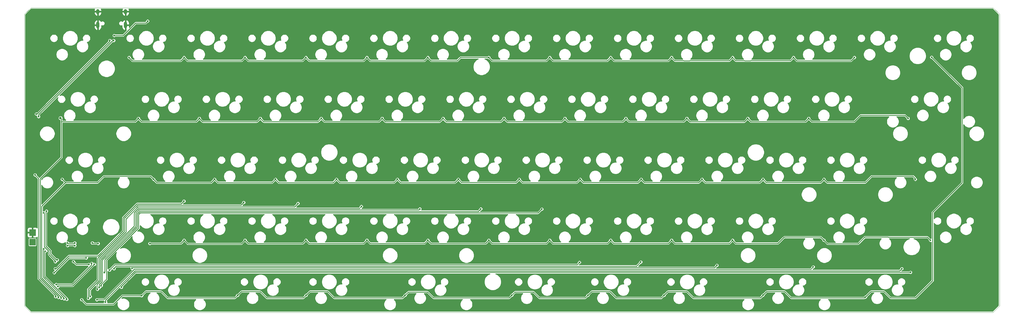
<source format=gbr>
%TF.GenerationSoftware,KiCad,Pcbnew,(5.1.4)-1*%
%TF.CreationDate,2020-07-12T16:14:56+02:00*%
%TF.ProjectId,zedekiel,7a656465-6b69-4656-9c2e-6b696361645f,rev?*%
%TF.SameCoordinates,Original*%
%TF.FileFunction,Copper,L1,Top*%
%TF.FilePolarity,Positive*%
%FSLAX46Y46*%
G04 Gerber Fmt 4.6, Leading zero omitted, Abs format (unit mm)*
G04 Created by KiCad (PCBNEW (5.1.4)-1) date 2020-07-12 16:14:56*
%MOMM*%
%LPD*%
G04 APERTURE LIST*
%TA.AperFunction,NonConductor*%
%ADD10C,0.050000*%
%TD*%
%TA.AperFunction,ComponentPad*%
%ADD11O,1.000000X1.600000*%
%TD*%
%TA.AperFunction,ComponentPad*%
%ADD12O,1.000000X2.100000*%
%TD*%
%TA.AperFunction,SMDPad,CuDef*%
%ADD13R,2.000000X2.000000*%
%TD*%
%TA.AperFunction,ViaPad*%
%ADD14C,0.610000*%
%TD*%
%TA.AperFunction,ViaPad*%
%ADD15C,0.800000*%
%TD*%
%TA.AperFunction,Conductor*%
%ADD16C,0.254000*%
%TD*%
%TA.AperFunction,Conductor*%
%ADD17C,0.250000*%
%TD*%
G04 APERTURE END LIST*
D10*
X20400000Y-113400000D02*
X20400000Y-22400000D01*
X22400000Y-115400000D02*
X20400000Y-113400000D01*
X322400000Y-115400000D02*
X22400000Y-115400000D01*
X324400000Y-113400000D02*
X322400000Y-115400000D01*
X324400000Y-22400000D02*
X324400000Y-113400000D01*
X322400000Y-20400000D02*
X324400000Y-22400000D01*
X22400000Y-20400000D02*
X322400000Y-20400000D01*
X20400000Y-22400000D02*
X22400000Y-20400000D01*
D11*
%TO.P,USB1,13*%
%TO.N,GND*%
X51920000Y-21600000D03*
X43280000Y-21600000D03*
D12*
X51920000Y-25780000D03*
X43280000Y-25780000D03*
%TD*%
D13*
%TO.P,SW1,1*%
%TO.N,GND*%
X22900000Y-90500000D03*
%TO.P,SW1,2*%
%TO.N,Net-(R1-Pad2)*%
X22900000Y-93500000D03*
%TD*%
D14*
%TO.N,GND*%
X44330000Y-27160000D03*
X45190000Y-30600000D03*
X50000000Y-30600000D03*
X50870000Y-27160000D03*
X63800000Y-24530000D03*
X22880000Y-76410000D03*
X22910000Y-101700000D03*
X33280000Y-100600000D03*
X33090000Y-95330000D03*
X43580000Y-112130000D03*
X41010000Y-99330000D03*
X46010000Y-109560000D03*
X23600000Y-107200000D03*
X27020000Y-108800000D03*
X42900000Y-96900000D03*
X30510000Y-97800000D03*
%TO.N,Net-(C2-Pad1)*%
X30815075Y-107285945D03*
X42170000Y-100440000D03*
%TO.N,Net-(C3-Pad1)*%
X30257953Y-106697953D03*
X41335468Y-100126841D03*
%TO.N,/C1*%
X26840000Y-96340000D03*
X33810000Y-94580000D03*
X36060000Y-94570000D03*
X33550000Y-111350000D03*
%TO.N,/C2*%
X70100000Y-80700000D03*
X29980000Y-101800000D03*
%TO.N,/C3*%
X40310000Y-111030000D03*
X88725000Y-81125000D03*
%TO.N,/C4*%
X105662001Y-81437999D03*
X40902010Y-110470000D03*
%TO.N,/C5*%
X43120000Y-108210000D03*
X125425000Y-82375000D03*
%TO.N,/C6*%
X143662001Y-83137999D03*
X43697923Y-107641869D03*
%TO.N,/C7*%
X162662001Y-83137999D03*
X45290000Y-102980000D03*
%TO.N,/C8*%
X181700000Y-83200000D03*
X44299993Y-107099993D03*
%TO.N,/C9*%
X193424998Y-99825002D03*
X46900000Y-102200000D03*
%TO.N,/C10*%
X212537001Y-99700000D03*
X48300000Y-101799996D03*
%TO.N,/C11*%
X236287001Y-100737999D03*
X53920001Y-101659999D03*
%TO.N,/C12*%
X266299501Y-101225499D03*
X42970000Y-111460000D03*
%TO.N,/C13*%
X293937500Y-101787500D03*
X45660000Y-112210000D03*
%TO.N,/C14*%
X296650000Y-102925000D03*
X35640000Y-99572010D03*
X50600000Y-107570000D03*
X40450000Y-100470000D03*
%TO.N,/R1*%
X70150000Y-35900000D03*
X89150000Y-35900000D03*
X108150000Y-35900000D03*
X127150000Y-35900000D03*
X146150000Y-35900000D03*
X165150000Y-35900000D03*
X184150000Y-35900000D03*
X203150000Y-35900000D03*
X222150000Y-35900000D03*
X241150000Y-35900000D03*
X260150000Y-35900000D03*
X279150000Y-35900000D03*
X53000000Y-35900000D03*
X30090000Y-110510000D03*
X23690000Y-72530000D03*
%TO.N,/R2*%
X55900000Y-54900000D03*
X74900000Y-54900000D03*
X93900000Y-54900000D03*
X112900000Y-54900000D03*
X131900000Y-54900000D03*
X150900000Y-54900000D03*
X169900000Y-54900000D03*
X188900000Y-54900000D03*
X207900000Y-54900000D03*
X226900000Y-54900000D03*
X245900000Y-54900000D03*
X264900000Y-54900000D03*
X295900000Y-54900000D03*
X30968704Y-110740000D03*
D15*
X31600000Y-54810000D03*
D14*
%TO.N,/R3*%
X32150000Y-73900000D03*
X60650000Y-73900000D03*
X79650000Y-73900000D03*
X98650000Y-73900000D03*
X117650000Y-73900000D03*
X136650000Y-73900000D03*
X155650000Y-73900000D03*
X174650000Y-73900000D03*
X193650000Y-73900000D03*
X212650000Y-73900000D03*
X231650000Y-73900000D03*
X250650000Y-73900000D03*
X269650000Y-73900000D03*
X298132390Y-73917610D03*
X31858693Y-110961307D03*
%TO.N,/R4*%
X33800000Y-93750000D03*
X41550000Y-93750000D03*
X70150000Y-92900000D03*
X89150000Y-92900000D03*
X108150000Y-92900000D03*
X127150000Y-92900000D03*
X146150000Y-92900000D03*
X165150000Y-92900000D03*
X184150000Y-92900000D03*
X203150000Y-92900000D03*
X222150000Y-92900000D03*
X241150000Y-92900000D03*
X269650000Y-92900000D03*
X302882390Y-92917610D03*
X59475000Y-93925000D03*
X36060000Y-93750000D03*
X43360000Y-93930000D03*
X32700000Y-111150000D03*
X26390000Y-95640000D03*
%TO.N,/R5*%
X86825000Y-110100000D03*
X108175000Y-110075000D03*
X139050000Y-110075000D03*
X172325000Y-110075000D03*
X196050000Y-110075000D03*
X282550000Y-110650000D03*
X250650000Y-110050000D03*
X219799998Y-110075000D03*
X56900000Y-110200000D03*
X38230000Y-111450000D03*
X303225000Y-35825000D03*
%TO.N,Net-(R1-Pad2)*%
X22900000Y-94100000D03*
X29660000Y-103030000D03*
X39640000Y-98432010D03*
%TO.N,Net-(R4-Pad2)*%
X58800000Y-24550000D03*
X48350000Y-29044981D03*
%TO.N,/D+*%
X48200000Y-30600000D03*
X24780000Y-54330000D03*
X27230000Y-83820000D03*
X30617252Y-99032132D03*
%TO.N,/D-*%
X47000000Y-30600000D03*
X24076021Y-53523971D03*
X26400000Y-84400000D03*
X29999998Y-99620000D03*
%TD*%
D16*
%TO.N,Net-(C2-Pad1)*%
X35500000Y-107110000D02*
X42170000Y-100440000D01*
X30991020Y-107110000D02*
X35500000Y-107110000D01*
X30815075Y-107285945D02*
X30991020Y-107110000D01*
%TO.N,Net-(C3-Pad1)*%
X35300000Y-106650000D02*
X41335468Y-100614532D01*
X41335468Y-100614532D02*
X41335468Y-100126841D01*
X30305906Y-106650000D02*
X35300000Y-106650000D01*
X30257953Y-106697953D02*
X30305906Y-106650000D01*
%TO.N,/C1*%
X33550000Y-111064638D02*
X33550000Y-111350000D01*
X26660000Y-104174638D02*
X33550000Y-111064638D01*
X33550000Y-111350000D02*
X33650000Y-111350000D01*
X26660000Y-96350000D02*
X26660000Y-104174638D01*
X35890000Y-94400000D02*
X36060000Y-94570000D01*
X33810000Y-94400000D02*
X35890000Y-94400000D01*
X33800000Y-94410000D02*
X33810000Y-94400000D01*
%TO.N,/C2*%
X69270000Y-81530000D02*
X70100000Y-80700000D01*
X51134078Y-89965922D02*
X51134078Y-85865922D01*
X30279999Y-101740001D02*
X34220000Y-97800000D01*
X55470000Y-81530000D02*
X69270000Y-81530000D01*
X29939999Y-101740001D02*
X30279999Y-101740001D01*
X43300000Y-97800000D02*
X51134078Y-89965922D01*
X34220000Y-97800000D02*
X43300000Y-97800000D01*
X51134078Y-85865922D02*
X55470000Y-81530000D01*
%TO.N,/C3*%
X43270000Y-105190000D02*
X40270000Y-108190000D01*
X55669660Y-82000000D02*
X51588088Y-86081572D01*
X40270000Y-110990000D02*
X40310000Y-111030000D01*
X43270000Y-98510000D02*
X43270000Y-105190000D01*
X88725000Y-81125000D02*
X87850000Y-82000000D01*
X87850000Y-82000000D02*
X55669660Y-82000000D01*
X51588088Y-86081572D02*
X51588088Y-90191912D01*
X51588088Y-90191912D02*
X43270000Y-98510000D01*
X40270000Y-108190000D02*
X40270000Y-110990000D01*
%TO.N,/C4*%
X40730000Y-110297990D02*
X40902010Y-110470000D01*
X52042099Y-86269629D02*
X52042099Y-90387901D01*
X55811728Y-82500000D02*
X52042099Y-86269629D01*
X104600000Y-82500000D02*
X55811728Y-82500000D01*
X52042099Y-90387901D02*
X43724011Y-98705989D01*
X43724011Y-98705989D02*
X43724011Y-105378057D01*
X43724011Y-105378057D02*
X40730000Y-108372068D01*
X40730000Y-108372068D02*
X40730000Y-110297990D01*
X105662001Y-81437999D02*
X104600000Y-82500000D01*
%TO.N,/C5*%
X43010000Y-108080000D02*
X43010000Y-106734136D01*
X43010000Y-106734136D02*
X44178022Y-105566114D01*
X44178022Y-105566114D02*
X44178022Y-98911978D01*
X44178022Y-98911978D02*
X54617067Y-88472933D01*
X54617067Y-88472933D02*
X54617068Y-84336728D01*
X54617068Y-84336728D02*
X55953797Y-82999999D01*
X55953797Y-82999999D02*
X124800001Y-82999999D01*
X124800001Y-82999999D02*
X125425000Y-82375000D01*
%TO.N,/C6*%
X143662001Y-83137999D02*
X143345990Y-83454010D01*
X55071077Y-88678923D02*
X44632033Y-99117967D01*
X143345990Y-83454010D02*
X56141854Y-83454010D01*
X56141854Y-83454010D02*
X55071078Y-84524786D01*
X55071078Y-84524786D02*
X55071077Y-88678923D01*
X44632033Y-99117967D02*
X44632033Y-105755899D01*
X43667992Y-107611938D02*
X43697923Y-107641869D01*
X44632033Y-105755899D02*
X43667992Y-106719940D01*
X43667992Y-106719940D02*
X43667992Y-107611938D01*
%TO.N,/C7*%
X45480000Y-102790000D02*
X45290000Y-102980000D01*
X55525088Y-84712844D02*
X55525088Y-88866980D01*
X56329911Y-83908021D02*
X55525088Y-84712844D01*
X55525088Y-88866980D02*
X45480000Y-98912068D01*
X161891979Y-83908021D02*
X56329911Y-83908021D01*
X45480000Y-98912068D02*
X45480000Y-102790000D01*
X162662001Y-83137999D02*
X161891979Y-83908021D01*
%TO.N,/C8*%
X181700000Y-83200000D02*
X180520000Y-84380000D01*
X180520000Y-84380000D02*
X56500000Y-84380000D01*
X45940000Y-105090000D02*
X44299993Y-106730007D01*
X56500000Y-84380000D02*
X55979099Y-84900901D01*
X55979099Y-84900901D02*
X55979099Y-89072969D01*
X55979099Y-89072969D02*
X45940000Y-99112068D01*
X45940000Y-99112068D02*
X45940000Y-105090000D01*
X44299993Y-106730007D02*
X44299993Y-107099993D01*
%TO.N,/C9*%
X48531012Y-100568988D02*
X46900000Y-102200000D01*
X192681012Y-100568988D02*
X48531012Y-100568988D01*
X193424998Y-99825002D02*
X192681012Y-100568988D01*
%TO.N,/C10*%
X212537001Y-99700000D02*
X211214003Y-101022998D01*
X211214003Y-101022998D02*
X48927002Y-101022998D01*
X48300000Y-101650000D02*
X48300000Y-101799996D01*
X48927002Y-101022998D02*
X48300000Y-101650000D01*
%TO.N,/C11*%
X54080000Y-101500000D02*
X53920001Y-101659999D01*
X235525000Y-101500000D02*
X54080000Y-101500000D01*
X236287001Y-100737999D02*
X235525000Y-101500000D01*
%TO.N,/C12*%
X43130000Y-111320000D02*
X42995000Y-111455000D01*
X45290000Y-111320000D02*
X43130000Y-111320000D01*
X54635000Y-101975000D02*
X45290000Y-111320000D01*
X265550000Y-101975000D02*
X54635000Y-101975000D01*
X266299501Y-101225499D02*
X265550000Y-101975000D01*
%TO.N,/C13*%
X45600000Y-112032933D02*
X45600000Y-112032933D01*
X45600000Y-111660000D02*
X45600000Y-112032933D01*
X54812002Y-102447998D02*
X45600000Y-111660000D01*
X293277002Y-102447998D02*
X54812002Y-102447998D01*
X293937500Y-101787500D02*
X293277002Y-102447998D01*
%TO.N,/C14*%
X54985000Y-102925000D02*
X50600000Y-107310000D01*
X50600000Y-107310000D02*
X50600000Y-107570000D01*
X296650000Y-102925000D02*
X54985000Y-102925000D01*
X35640000Y-99572010D02*
X36537990Y-100470000D01*
X36537990Y-100470000D02*
X40450000Y-100470000D01*
%TO.N,/R1*%
X90175000Y-36925000D02*
X89150000Y-35900000D01*
X107125000Y-36925000D02*
X90175000Y-36925000D01*
X108150000Y-35900000D02*
X107125000Y-36925000D01*
X71175000Y-36925000D02*
X70150000Y-35900000D01*
X88125000Y-36925000D02*
X71175000Y-36925000D01*
X89150000Y-35900000D02*
X88125000Y-36925000D01*
X109175000Y-36925000D02*
X108150000Y-35900000D01*
X126125000Y-36925000D02*
X109175000Y-36925000D01*
X127150000Y-35900000D02*
X126125000Y-36925000D01*
X128175000Y-36925000D02*
X127150000Y-35900000D01*
X145125000Y-36925000D02*
X128175000Y-36925000D01*
X146150000Y-35900000D02*
X145125000Y-36925000D01*
X166175000Y-36925000D02*
X165150000Y-35900000D01*
X183125000Y-36925000D02*
X166175000Y-36925000D01*
X184150000Y-35900000D02*
X183125000Y-36925000D01*
X185175000Y-36925000D02*
X184150000Y-35900000D01*
X202125000Y-36925000D02*
X185175000Y-36925000D01*
X203150000Y-35900000D02*
X202125000Y-36925000D01*
X204175000Y-36925000D02*
X203150000Y-35900000D01*
X221125000Y-36925000D02*
X204175000Y-36925000D01*
X222150000Y-35900000D02*
X221125000Y-36925000D01*
X223150000Y-36900000D02*
X222150000Y-35900000D01*
X225935039Y-36907001D02*
X225928038Y-36900000D01*
X225928038Y-36900000D02*
X223150000Y-36900000D01*
X227784961Y-36907001D02*
X225935039Y-36907001D01*
X227791962Y-36900000D02*
X227784961Y-36907001D01*
X240150000Y-36900000D02*
X227791962Y-36900000D01*
X241150000Y-35900000D02*
X240150000Y-36900000D01*
X244928038Y-36900000D02*
X242150000Y-36900000D01*
X242150000Y-36900000D02*
X241150000Y-35900000D01*
X246784961Y-36907001D02*
X244935039Y-36907001D01*
X246791962Y-36900000D02*
X246784961Y-36907001D01*
X259150000Y-36900000D02*
X246791962Y-36900000D01*
X244935039Y-36907001D02*
X244928038Y-36900000D01*
X260150000Y-35900000D02*
X259150000Y-36900000D01*
X261157001Y-36907001D02*
X260150000Y-35900000D01*
X278142999Y-36907001D02*
X261157001Y-36907001D01*
X279150000Y-35900000D02*
X278142999Y-36907001D01*
X52900000Y-36000000D02*
X53000000Y-35900000D01*
X70150000Y-35900000D02*
X69125000Y-36925000D01*
X69125000Y-36925000D02*
X54025000Y-36925000D01*
X54025000Y-36925000D02*
X53000000Y-35900000D01*
X147157001Y-36907001D02*
X146150000Y-35900000D01*
X156352001Y-35872999D02*
X155317999Y-36907001D01*
X155317999Y-36907001D02*
X147157001Y-36907001D01*
X165122999Y-35872999D02*
X156352001Y-35872999D01*
X165150000Y-35900000D02*
X165122999Y-35872999D01*
X30090604Y-110540000D02*
X30090604Y-110180604D01*
X30090604Y-110180604D02*
X24820000Y-104910000D01*
X24820000Y-104910000D02*
X24820000Y-73660000D01*
X24820000Y-73660000D02*
X23690000Y-72530000D01*
%TO.N,/R2*%
X263892999Y-55907001D02*
X264900000Y-54900000D01*
X246907001Y-55907001D02*
X263892999Y-55907001D01*
X245900000Y-54900000D02*
X246907001Y-55907001D01*
X244875000Y-55925000D02*
X227925000Y-55925000D01*
X227925000Y-55925000D02*
X226900000Y-54900000D01*
X245900000Y-54900000D02*
X244875000Y-55925000D01*
X208900000Y-55900000D02*
X207900000Y-54900000D01*
X213534961Y-55907001D02*
X211685039Y-55907001D01*
X211678038Y-55900000D02*
X208900000Y-55900000D01*
X213541962Y-55900000D02*
X213534961Y-55907001D01*
X211685039Y-55907001D02*
X211678038Y-55900000D01*
X225900000Y-55900000D02*
X213541962Y-55900000D01*
X226900000Y-54900000D02*
X225900000Y-55900000D01*
X189900000Y-55900000D02*
X188900000Y-54900000D01*
X192678038Y-55900000D02*
X189900000Y-55900000D01*
X192685039Y-55907001D02*
X192678038Y-55900000D01*
X194534961Y-55907001D02*
X192685039Y-55907001D01*
X194541962Y-55900000D02*
X194534961Y-55907001D01*
X206900000Y-55900000D02*
X194541962Y-55900000D01*
X207900000Y-54900000D02*
X206900000Y-55900000D01*
X170925000Y-55925000D02*
X169900000Y-54900000D01*
X187875000Y-55925000D02*
X170925000Y-55925000D01*
X188900000Y-54900000D02*
X187875000Y-55925000D01*
X151925000Y-55925000D02*
X150900000Y-54900000D01*
X168875000Y-55925000D02*
X151925000Y-55925000D01*
X169900000Y-54900000D02*
X168875000Y-55925000D01*
X132925000Y-55925000D02*
X131900000Y-54900000D01*
X149875000Y-55925000D02*
X132925000Y-55925000D01*
X150900000Y-54900000D02*
X149875000Y-55925000D01*
X113900000Y-55900000D02*
X112900000Y-54900000D01*
X116678038Y-55900000D02*
X113900000Y-55900000D01*
X116685039Y-55907001D02*
X116678038Y-55900000D01*
X118534961Y-55907001D02*
X116685039Y-55907001D01*
X118541962Y-55900000D02*
X118534961Y-55907001D01*
X130900000Y-55900000D02*
X118541962Y-55900000D01*
X131900000Y-54900000D02*
X130900000Y-55900000D01*
X94950000Y-55950000D02*
X93900000Y-54900000D01*
X111850000Y-55950000D02*
X94950000Y-55950000D01*
X112900000Y-54900000D02*
X111850000Y-55950000D01*
X75925000Y-55925000D02*
X74900000Y-54900000D01*
X92875000Y-55925000D02*
X75925000Y-55925000D01*
X93900000Y-54900000D02*
X92875000Y-55925000D01*
X59678038Y-55900000D02*
X56900000Y-55900000D01*
X59685039Y-55907001D02*
X59678038Y-55900000D01*
X61534961Y-55907001D02*
X59685039Y-55907001D01*
X61541962Y-55900000D02*
X61534961Y-55907001D01*
X73900000Y-55900000D02*
X61541962Y-55900000D01*
X56900000Y-55900000D02*
X55900000Y-54900000D01*
X74900000Y-54900000D02*
X73900000Y-55900000D01*
X265907001Y-55907001D02*
X264900000Y-54900000D01*
X279092999Y-55907001D02*
X265907001Y-55907001D01*
X281075000Y-53925000D02*
X279092999Y-55907001D01*
X294925000Y-53925000D02*
X281075000Y-53925000D01*
X295900000Y-54900000D02*
X294925000Y-53925000D01*
X55900000Y-54900000D02*
X54892999Y-55907001D01*
X54892999Y-55907001D02*
X31897001Y-55907001D01*
X31610000Y-54810000D02*
X31600000Y-54810000D01*
X31900000Y-55100000D02*
X31610000Y-54810000D01*
X31900000Y-55904002D02*
X31900000Y-55100000D01*
X31897001Y-55907001D02*
X31900000Y-55904002D01*
X30968704Y-110416636D02*
X30968704Y-110740000D01*
X25290000Y-73660000D02*
X25290000Y-104737932D01*
X31897001Y-67052999D02*
X25290000Y-73660000D01*
X25290000Y-104737932D02*
X30968704Y-110416636D01*
X31897001Y-55907001D02*
X31897001Y-67052999D01*
%TO.N,/R3*%
X33157001Y-74907001D02*
X32150000Y-73900000D01*
X61700000Y-74950000D02*
X60650000Y-73900000D01*
X78600000Y-74950000D02*
X61700000Y-74950000D01*
X79650000Y-73900000D02*
X78600000Y-74950000D01*
X118675000Y-74925000D02*
X117650000Y-73900000D01*
X135625000Y-74925000D02*
X118675000Y-74925000D01*
X136650000Y-73900000D02*
X135625000Y-74925000D01*
X137675000Y-74925000D02*
X136650000Y-73900000D01*
X154625000Y-74925000D02*
X137675000Y-74925000D01*
X155650000Y-73900000D02*
X154625000Y-74925000D01*
X156650000Y-74900000D02*
X155650000Y-73900000D01*
X159428038Y-74900000D02*
X156650000Y-74900000D01*
X161284961Y-74907001D02*
X159435039Y-74907001D01*
X161291962Y-74900000D02*
X161284961Y-74907001D01*
X173650000Y-74900000D02*
X161291962Y-74900000D01*
X159435039Y-74907001D02*
X159428038Y-74900000D01*
X174650000Y-73900000D02*
X173650000Y-74900000D01*
X175675000Y-74925000D02*
X174650000Y-73900000D01*
X192625000Y-74925000D02*
X175675000Y-74925000D01*
X193650000Y-73900000D02*
X192625000Y-74925000D01*
X197428038Y-74900000D02*
X194650000Y-74900000D01*
X197435039Y-74907001D02*
X197428038Y-74900000D01*
X199284961Y-74907001D02*
X197435039Y-74907001D01*
X199291962Y-74900000D02*
X199284961Y-74907001D01*
X211650000Y-74900000D02*
X199291962Y-74900000D01*
X194650000Y-74900000D02*
X193650000Y-73900000D01*
X212650000Y-73900000D02*
X211650000Y-74900000D01*
X213657001Y-74907001D02*
X212650000Y-73900000D01*
X230642999Y-74907001D02*
X213657001Y-74907001D01*
X231650000Y-73900000D02*
X230642999Y-74907001D01*
X232675000Y-74925000D02*
X231650000Y-73900000D01*
X249625000Y-74925000D02*
X232675000Y-74925000D01*
X250650000Y-73900000D02*
X249625000Y-74925000D01*
X251650000Y-74900000D02*
X250650000Y-73900000D01*
X254428038Y-74900000D02*
X251650000Y-74900000D01*
X254435039Y-74907001D02*
X254428038Y-74900000D01*
X256284961Y-74907001D02*
X254435039Y-74907001D01*
X256291962Y-74900000D02*
X256284961Y-74907001D01*
X268650000Y-74900000D02*
X256291962Y-74900000D01*
X269650000Y-73900000D02*
X268650000Y-74900000D01*
X298132390Y-73657390D02*
X298132390Y-73917610D01*
X297400000Y-72925000D02*
X298132390Y-73657390D01*
X284525000Y-72925000D02*
X297400000Y-72925000D01*
X282542999Y-74907001D02*
X284525000Y-72925000D01*
X270657001Y-74907001D02*
X282542999Y-74907001D01*
X269650000Y-73900000D02*
X270657001Y-74907001D01*
X43192999Y-74907001D02*
X33157001Y-74907001D01*
X45166001Y-72933999D02*
X43192999Y-74907001D01*
X59683999Y-72933999D02*
X45166001Y-72933999D01*
X60650000Y-73900000D02*
X59683999Y-72933999D01*
X25750000Y-104555864D02*
X31858693Y-110664557D01*
X25750000Y-82314002D02*
X25750000Y-104555864D01*
X33157001Y-74907001D02*
X25750000Y-82314002D01*
X31858693Y-110664557D02*
X31858693Y-110961307D01*
X117650000Y-73900000D02*
X116625000Y-74925000D01*
X116625000Y-74925000D02*
X99675000Y-74925000D01*
X99675000Y-74925000D02*
X98650000Y-73900000D01*
X98650000Y-73900000D02*
X97625000Y-74925000D01*
X80675000Y-74925000D02*
X79650000Y-73900000D01*
X97625000Y-74925000D02*
X80675000Y-74925000D01*
D17*
%TO.N,/R4*%
X43360000Y-93930000D02*
X43360000Y-93930000D01*
D16*
X223150000Y-93900000D02*
X222150000Y-92900000D01*
X225928038Y-93900000D02*
X223150000Y-93900000D01*
X225935039Y-93907001D02*
X225928038Y-93900000D01*
X227784961Y-93907001D02*
X225935039Y-93907001D01*
X240150000Y-93900000D02*
X227791962Y-93900000D01*
X227791962Y-93900000D02*
X227784961Y-93907001D01*
X241150000Y-92900000D02*
X240150000Y-93900000D01*
X204150000Y-93900000D02*
X203150000Y-92900000D01*
X206928038Y-93900000D02*
X204150000Y-93900000D01*
X206935039Y-93907001D02*
X206928038Y-93900000D01*
X208791962Y-93900000D02*
X208784961Y-93907001D01*
X208784961Y-93907001D02*
X206935039Y-93907001D01*
X221150000Y-93900000D02*
X208791962Y-93900000D01*
X222150000Y-92900000D02*
X221150000Y-93900000D01*
X168928038Y-93900000D02*
X166150000Y-93900000D01*
X168935039Y-93907001D02*
X168928038Y-93900000D01*
X170784961Y-93907001D02*
X168935039Y-93907001D01*
X170791962Y-93900000D02*
X170784961Y-93907001D01*
X166150000Y-93900000D02*
X165150000Y-92900000D01*
X183150000Y-93900000D02*
X170791962Y-93900000D01*
X184150000Y-92900000D02*
X183150000Y-93900000D01*
X147175000Y-93925000D02*
X146150000Y-92900000D01*
X164125000Y-93925000D02*
X147175000Y-93925000D01*
X165150000Y-92900000D02*
X164125000Y-93925000D01*
X128150000Y-93900000D02*
X127150000Y-92900000D01*
X130935039Y-93907001D02*
X130928038Y-93900000D01*
X130928038Y-93900000D02*
X128150000Y-93900000D01*
X132784961Y-93907001D02*
X130935039Y-93907001D01*
X132791962Y-93900000D02*
X132784961Y-93907001D01*
X145150000Y-93900000D02*
X132791962Y-93900000D01*
X146150000Y-92900000D02*
X145150000Y-93900000D01*
X111928038Y-93900000D02*
X109150000Y-93900000D01*
X111935039Y-93907001D02*
X111928038Y-93900000D01*
X113784961Y-93907001D02*
X111935039Y-93907001D01*
X113791962Y-93900000D02*
X113784961Y-93907001D01*
X109150000Y-93900000D02*
X108150000Y-92900000D01*
X126150000Y-93900000D02*
X113791962Y-93900000D01*
X127150000Y-92900000D02*
X126150000Y-93900000D01*
X90175000Y-93925000D02*
X89150000Y-92900000D01*
X107125000Y-93925000D02*
X90175000Y-93925000D01*
X108150000Y-92900000D02*
X107125000Y-93925000D01*
X69125000Y-93925000D02*
X59475000Y-93925000D01*
X70150000Y-92900000D02*
X69125000Y-93925000D01*
X185150000Y-93900000D02*
X184150000Y-92900000D01*
X187928038Y-93900000D02*
X185150000Y-93900000D01*
X187935039Y-93907001D02*
X187928038Y-93900000D01*
X189784961Y-93907001D02*
X187935039Y-93907001D01*
X189791962Y-93900000D02*
X189784961Y-93907001D01*
X202150000Y-93900000D02*
X189791962Y-93900000D01*
X203150000Y-92900000D02*
X202150000Y-93900000D01*
X242157001Y-93907001D02*
X241150000Y-92900000D01*
X255292999Y-93907001D02*
X242157001Y-93907001D01*
X257275000Y-91925000D02*
X255292999Y-93907001D01*
X268675000Y-91925000D02*
X257275000Y-91925000D01*
X269650000Y-92900000D02*
X268675000Y-91925000D01*
X88050000Y-94000000D02*
X89150000Y-92900000D01*
X71250000Y-94000000D02*
X88050000Y-94000000D01*
X70150000Y-92900000D02*
X71250000Y-94000000D01*
X302867610Y-92917610D02*
X302882390Y-92917610D01*
X301900000Y-91950000D02*
X302867610Y-92917610D01*
X289752482Y-91950000D02*
X301900000Y-91950000D01*
X289736481Y-91933999D02*
X289752482Y-91950000D01*
X282391001Y-91933999D02*
X289736481Y-91933999D01*
X280325000Y-94000000D02*
X282391001Y-91933999D01*
X270750000Y-94000000D02*
X280325000Y-94000000D01*
X269650000Y-92900000D02*
X270750000Y-94000000D01*
D17*
X43360000Y-93930000D02*
X41550000Y-93930000D01*
D16*
X35882999Y-93927001D02*
X36060000Y-93750000D01*
X33850000Y-93927001D02*
X35882999Y-93927001D01*
X26204011Y-95815989D02*
X26420000Y-95600000D01*
X32700000Y-110863796D02*
X26204011Y-104367807D01*
X26204011Y-104367807D02*
X26204011Y-95815989D01*
X32700000Y-111199994D02*
X32700000Y-110863796D01*
%TO.N,/R5*%
X251800000Y-108900000D02*
X250650000Y-110050000D01*
X257400000Y-108900000D02*
X251800000Y-108900000D01*
X259400000Y-110900000D02*
X257400000Y-108900000D01*
X282300000Y-110900000D02*
X259400000Y-110900000D01*
X282550000Y-110650000D02*
X282300000Y-110900000D01*
X197225000Y-108900000D02*
X196050000Y-110075000D01*
X202900000Y-108900000D02*
X197225000Y-108900000D01*
X204900000Y-110900000D02*
X202900000Y-108900000D01*
X218974998Y-110900000D02*
X204900000Y-110900000D01*
X219799998Y-110075000D02*
X218974998Y-110900000D01*
X93900000Y-108900000D02*
X88025000Y-108900000D01*
X95900000Y-110900000D02*
X93900000Y-108900000D01*
X88025000Y-108900000D02*
X86825000Y-110100000D01*
X107350000Y-110900000D02*
X95900000Y-110900000D01*
X108175000Y-110075000D02*
X107350000Y-110900000D01*
X109350000Y-108900000D02*
X108175000Y-110075000D01*
X114900000Y-108900000D02*
X109350000Y-108900000D01*
X116900000Y-110900000D02*
X114900000Y-108900000D01*
X138225000Y-110900000D02*
X116900000Y-110900000D01*
X139050000Y-110075000D02*
X138225000Y-110900000D01*
X140072001Y-109052999D02*
X139050000Y-110075000D01*
X146052999Y-109052999D02*
X140072001Y-109052999D01*
X147900000Y-110900000D02*
X146052999Y-109052999D01*
X171500000Y-110900000D02*
X147900000Y-110900000D01*
X172325000Y-110075000D02*
X171500000Y-110900000D01*
X173347001Y-109052999D02*
X172325000Y-110075000D01*
X179052999Y-109052999D02*
X173347001Y-109052999D01*
X180900000Y-110900000D02*
X179052999Y-109052999D01*
X195225000Y-110900000D02*
X180900000Y-110900000D01*
X196050000Y-110075000D02*
X195225000Y-110900000D01*
X220974998Y-108900000D02*
X219799998Y-110075000D01*
X226900000Y-108900000D02*
X220974998Y-108900000D01*
X249800000Y-110900000D02*
X228900000Y-110900000D01*
X228900000Y-110900000D02*
X226900000Y-108900000D01*
X250650000Y-110050000D02*
X249800000Y-110900000D01*
X86825000Y-110100000D02*
X86025000Y-110900000D01*
X86025000Y-110900000D02*
X65000000Y-110900000D01*
X65000000Y-110900000D02*
X63000000Y-108900000D01*
X63000000Y-108900000D02*
X58200000Y-108900000D01*
X58200000Y-108900000D02*
X56900000Y-110200000D01*
X56900000Y-110200000D02*
X50850000Y-110200000D01*
X50850000Y-110200000D02*
X48195001Y-112854999D01*
X48195001Y-112854999D02*
X39634999Y-112854999D01*
X39634999Y-112854999D02*
X38230000Y-111450000D01*
X303225000Y-35825000D02*
X312750000Y-45350000D01*
X312750000Y-45350000D02*
X312750000Y-74950000D01*
X290400000Y-110900000D02*
X288400000Y-108900000D01*
X312750000Y-74950000D02*
X303550000Y-84150000D01*
X298150000Y-110900000D02*
X290400000Y-110900000D01*
X303550000Y-84150000D02*
X303550000Y-105500000D01*
X303550000Y-105500000D02*
X298150000Y-110900000D01*
X288400000Y-108900000D02*
X284300000Y-108900000D01*
X284300000Y-108900000D02*
X282550000Y-110650000D01*
%TO.N,Net-(R1-Pad2)*%
X29660000Y-103030000D02*
X34257990Y-98432010D01*
X34257990Y-98432010D02*
X39640000Y-98432010D01*
D17*
%TO.N,Net-(R4-Pad2)*%
X55060000Y-25150000D02*
X51165019Y-29044981D01*
X58200000Y-25150000D02*
X55060000Y-25150000D01*
X51165019Y-29044981D02*
X48350000Y-29044981D01*
X58800000Y-24550000D02*
X58200000Y-25150000D01*
D16*
%TO.N,/D+*%
X24780000Y-53720000D02*
X24780000Y-54330000D01*
X47900000Y-30600000D02*
X24780000Y-53720000D01*
X48200000Y-30600000D02*
X47900000Y-30600000D01*
X30332132Y-99032132D02*
X30617252Y-99032132D01*
X28500000Y-97200000D02*
X30332132Y-99032132D01*
X27050000Y-94748665D02*
X28500000Y-96198665D01*
X28500000Y-96198665D02*
X28500000Y-97200000D01*
X27050000Y-84000000D02*
X27050000Y-94748665D01*
X27230000Y-83820000D02*
X27050000Y-84000000D01*
%TO.N,/D-*%
X47000000Y-30600000D02*
X47000000Y-30840000D01*
X47000000Y-30840000D02*
X24316029Y-53523971D01*
X24316029Y-53523971D02*
X24076021Y-53523971D01*
X29999998Y-99359998D02*
X29999998Y-99620000D01*
X28045989Y-97405989D02*
X29999998Y-99359998D01*
X28045989Y-96395989D02*
X28045989Y-97405989D01*
X26590000Y-94940000D02*
X28045989Y-96395989D01*
X26590000Y-84590000D02*
X26590000Y-94940000D01*
X26400000Y-84400000D02*
X26590000Y-84590000D01*
%TD*%
%TO.N,GND*%
G36*
X42191585Y-20954013D02*
G01*
X42145000Y-21173000D01*
X42145000Y-21473000D01*
X43153000Y-21473000D01*
X43153000Y-21453000D01*
X43407000Y-21453000D01*
X43407000Y-21473000D01*
X44415000Y-21473000D01*
X44415000Y-21173000D01*
X44368415Y-20954013D01*
X44281584Y-20752000D01*
X50918416Y-20752000D01*
X50831585Y-20954013D01*
X50785000Y-21173000D01*
X50785000Y-21473000D01*
X51793000Y-21473000D01*
X51793000Y-21453000D01*
X52047000Y-21453000D01*
X52047000Y-21473000D01*
X53055000Y-21473000D01*
X53055000Y-21173000D01*
X53008415Y-20954013D01*
X52921584Y-20752000D01*
X322254198Y-20752000D01*
X324048000Y-22545803D01*
X324048001Y-113254196D01*
X322254198Y-115048000D01*
X22545803Y-115048000D01*
X20752000Y-113254198D01*
X20752000Y-92500000D01*
X21571418Y-92500000D01*
X21571418Y-94500000D01*
X21577732Y-94564103D01*
X21596430Y-94625743D01*
X21626794Y-94682550D01*
X21667657Y-94732343D01*
X21717450Y-94773206D01*
X21774257Y-94803570D01*
X21835897Y-94822268D01*
X21900000Y-94828582D01*
X23900000Y-94828582D01*
X23964103Y-94822268D01*
X24025743Y-94803570D01*
X24082550Y-94773206D01*
X24132343Y-94732343D01*
X24173206Y-94682550D01*
X24203570Y-94625743D01*
X24222268Y-94564103D01*
X24228582Y-94500000D01*
X24228582Y-92500000D01*
X24222268Y-92435897D01*
X24203570Y-92374257D01*
X24173206Y-92317450D01*
X24132343Y-92267657D01*
X24082550Y-92226794D01*
X24025743Y-92196430D01*
X23964103Y-92177732D01*
X23900000Y-92171418D01*
X21900000Y-92171418D01*
X21835897Y-92177732D01*
X21774257Y-92196430D01*
X21717450Y-92226794D01*
X21667657Y-92267657D01*
X21626794Y-92317450D01*
X21596430Y-92374257D01*
X21577732Y-92435897D01*
X21571418Y-92500000D01*
X20752000Y-92500000D01*
X20752000Y-91500000D01*
X21261928Y-91500000D01*
X21274188Y-91624482D01*
X21310498Y-91744180D01*
X21369463Y-91854494D01*
X21448815Y-91951185D01*
X21545506Y-92030537D01*
X21655820Y-92089502D01*
X21775518Y-92125812D01*
X21900000Y-92138072D01*
X22614250Y-92135000D01*
X22773000Y-91976250D01*
X22773000Y-90627000D01*
X21423750Y-90627000D01*
X21265000Y-90785750D01*
X21261928Y-91500000D01*
X20752000Y-91500000D01*
X20752000Y-89500000D01*
X21261928Y-89500000D01*
X21265000Y-90214250D01*
X21423750Y-90373000D01*
X22773000Y-90373000D01*
X22773000Y-89023750D01*
X23027000Y-89023750D01*
X23027000Y-90373000D01*
X23047000Y-90373000D01*
X23047000Y-90627000D01*
X23027000Y-90627000D01*
X23027000Y-91976250D01*
X23185750Y-92135000D01*
X23900000Y-92138072D01*
X24024482Y-92125812D01*
X24144180Y-92089502D01*
X24254494Y-92030537D01*
X24351185Y-91951185D01*
X24366000Y-91933132D01*
X24366000Y-104887712D01*
X24363805Y-104910000D01*
X24366000Y-104932288D01*
X24366000Y-104932294D01*
X24368393Y-104956587D01*
X24372570Y-104998999D01*
X24373873Y-105003294D01*
X24398530Y-105084578D01*
X24440687Y-105163448D01*
X24497421Y-105232579D01*
X24514743Y-105246795D01*
X29514890Y-110246943D01*
X29482287Y-110325652D01*
X29458000Y-110447753D01*
X29458000Y-110572247D01*
X29482287Y-110694348D01*
X29529929Y-110809364D01*
X29599094Y-110912877D01*
X29687123Y-111000906D01*
X29790636Y-111070071D01*
X29905652Y-111117713D01*
X30027753Y-111142000D01*
X30152247Y-111142000D01*
X30274348Y-111117713D01*
X30389364Y-111070071D01*
X30416870Y-111051692D01*
X30477798Y-111142877D01*
X30565827Y-111230906D01*
X30669340Y-111300071D01*
X30784356Y-111347713D01*
X30906457Y-111372000D01*
X31030951Y-111372000D01*
X31153052Y-111347713D01*
X31268068Y-111300071D01*
X31307392Y-111273796D01*
X31367787Y-111364184D01*
X31455816Y-111452213D01*
X31559329Y-111521378D01*
X31674345Y-111569020D01*
X31796446Y-111593307D01*
X31920940Y-111593307D01*
X32043041Y-111569020D01*
X32158057Y-111521378D01*
X32178790Y-111507524D01*
X32209094Y-111552877D01*
X32297123Y-111640906D01*
X32400636Y-111710071D01*
X32515652Y-111757713D01*
X32637753Y-111782000D01*
X32762247Y-111782000D01*
X32884348Y-111757713D01*
X32999364Y-111710071D01*
X33020884Y-111695692D01*
X33059094Y-111752877D01*
X33147123Y-111840906D01*
X33250636Y-111910071D01*
X33365652Y-111957713D01*
X33487753Y-111982000D01*
X33612247Y-111982000D01*
X33734348Y-111957713D01*
X33849364Y-111910071D01*
X33952877Y-111840906D01*
X34040906Y-111752877D01*
X34110071Y-111649364D01*
X34157713Y-111534348D01*
X34182000Y-111412247D01*
X34182000Y-111287753D01*
X34157713Y-111165652D01*
X34110071Y-111050636D01*
X34040906Y-110947123D01*
X33957263Y-110863480D01*
X33929313Y-110811189D01*
X33894988Y-110769364D01*
X33886791Y-110759376D01*
X33886790Y-110759375D01*
X33872579Y-110742059D01*
X33855264Y-110727849D01*
X31014731Y-107887317D01*
X31114439Y-107846016D01*
X31217952Y-107776851D01*
X31305981Y-107688822D01*
X31375146Y-107585309D01*
X31383973Y-107564000D01*
X35477712Y-107564000D01*
X35500000Y-107566195D01*
X35522288Y-107564000D01*
X35522295Y-107564000D01*
X35588999Y-107557430D01*
X35674579Y-107531470D01*
X35753449Y-107489313D01*
X35822579Y-107432579D01*
X35836795Y-107415257D01*
X42180053Y-101072000D01*
X42232247Y-101072000D01*
X42354348Y-101047713D01*
X42469364Y-101000071D01*
X42572877Y-100930906D01*
X42660906Y-100842877D01*
X42730071Y-100739364D01*
X42777713Y-100624348D01*
X42802000Y-100502247D01*
X42802000Y-100377753D01*
X42777713Y-100255652D01*
X42730071Y-100140636D01*
X42660906Y-100037123D01*
X42572877Y-99949094D01*
X42469364Y-99879929D01*
X42354348Y-99832287D01*
X42232247Y-99808000D01*
X42107753Y-99808000D01*
X41985652Y-99832287D01*
X41910437Y-99863443D01*
X41895539Y-99827477D01*
X41826374Y-99723964D01*
X41738345Y-99635935D01*
X41634832Y-99566770D01*
X41519816Y-99519128D01*
X41397715Y-99494841D01*
X41273221Y-99494841D01*
X41151120Y-99519128D01*
X41036104Y-99566770D01*
X40932591Y-99635935D01*
X40844562Y-99723964D01*
X40775397Y-99827477D01*
X40742433Y-99907058D01*
X40634348Y-99862287D01*
X40512247Y-99838000D01*
X40387753Y-99838000D01*
X40265652Y-99862287D01*
X40150636Y-99909929D01*
X40047123Y-99979094D01*
X40010217Y-100016000D01*
X36726043Y-100016000D01*
X36272000Y-99561958D01*
X36272000Y-99509763D01*
X36247713Y-99387662D01*
X36200071Y-99272646D01*
X36130906Y-99169133D01*
X36042877Y-99081104D01*
X35939364Y-99011939D01*
X35824348Y-98964297D01*
X35702247Y-98940010D01*
X35577753Y-98940010D01*
X35455652Y-98964297D01*
X35340636Y-99011939D01*
X35237123Y-99081104D01*
X35149094Y-99169133D01*
X35079929Y-99272646D01*
X35032287Y-99387662D01*
X35008000Y-99509763D01*
X35008000Y-99634257D01*
X35032287Y-99756358D01*
X35079929Y-99871374D01*
X35149094Y-99974887D01*
X35237123Y-100062916D01*
X35340636Y-100132081D01*
X35455652Y-100179723D01*
X35577753Y-100204010D01*
X35629948Y-100204010D01*
X36201200Y-100775263D01*
X36215411Y-100792579D01*
X36284541Y-100849313D01*
X36331195Y-100874250D01*
X36363411Y-100891470D01*
X36448990Y-100917430D01*
X36457411Y-100918259D01*
X36515695Y-100924000D01*
X36515702Y-100924000D01*
X36537990Y-100926195D01*
X36560278Y-100924000D01*
X40010217Y-100924000D01*
X40047123Y-100960906D01*
X40150636Y-101030071D01*
X40240608Y-101067339D01*
X35111948Y-106196000D01*
X30644297Y-106196000D01*
X30557317Y-106137882D01*
X30442301Y-106090240D01*
X30320200Y-106065953D01*
X30195706Y-106065953D01*
X30073605Y-106090240D01*
X29958589Y-106137882D01*
X29855076Y-106207047D01*
X29767047Y-106295076D01*
X29697882Y-106398589D01*
X29650240Y-106513605D01*
X29648710Y-106521296D01*
X27114000Y-103986586D01*
X27114000Y-102967753D01*
X29028000Y-102967753D01*
X29028000Y-103092247D01*
X29052287Y-103214348D01*
X29099929Y-103329364D01*
X29169094Y-103432877D01*
X29257123Y-103520906D01*
X29360636Y-103590071D01*
X29475652Y-103637713D01*
X29597753Y-103662000D01*
X29722247Y-103662000D01*
X29844348Y-103637713D01*
X29959364Y-103590071D01*
X30062877Y-103520906D01*
X30150906Y-103432877D01*
X30220071Y-103329364D01*
X30267713Y-103214348D01*
X30292000Y-103092247D01*
X30292000Y-103040052D01*
X34446043Y-98886010D01*
X39200217Y-98886010D01*
X39237123Y-98922916D01*
X39340636Y-98992081D01*
X39455652Y-99039723D01*
X39577753Y-99064010D01*
X39702247Y-99064010D01*
X39824348Y-99039723D01*
X39939364Y-98992081D01*
X40042877Y-98922916D01*
X40130906Y-98834887D01*
X40200071Y-98731374D01*
X40247713Y-98616358D01*
X40272000Y-98494257D01*
X40272000Y-98369763D01*
X40248974Y-98254000D01*
X42892781Y-98254000D01*
X42890687Y-98256552D01*
X42848530Y-98335422D01*
X42822570Y-98421002D01*
X42816000Y-98487706D01*
X42816000Y-98487712D01*
X42813805Y-98510000D01*
X42816000Y-98532288D01*
X42816001Y-105001946D01*
X39964742Y-107853206D01*
X39947421Y-107867421D01*
X39890687Y-107936552D01*
X39848530Y-108015422D01*
X39822570Y-108101002D01*
X39816000Y-108167706D01*
X39816000Y-108167712D01*
X39813805Y-108190000D01*
X39816000Y-108212288D01*
X39816001Y-110631752D01*
X39749929Y-110730636D01*
X39702287Y-110845652D01*
X39678000Y-110967753D01*
X39678000Y-111092247D01*
X39702287Y-111214348D01*
X39749929Y-111329364D01*
X39819094Y-111432877D01*
X39907123Y-111520906D01*
X40010636Y-111590071D01*
X40125652Y-111637713D01*
X40247753Y-111662000D01*
X40372247Y-111662000D01*
X40494348Y-111637713D01*
X40609364Y-111590071D01*
X40712877Y-111520906D01*
X40800906Y-111432877D01*
X40870071Y-111329364D01*
X40917713Y-111214348D01*
X40940060Y-111102000D01*
X40964257Y-111102000D01*
X41086358Y-111077713D01*
X41201374Y-111030071D01*
X41304887Y-110960906D01*
X41392916Y-110872877D01*
X41462081Y-110769364D01*
X41509723Y-110654348D01*
X41534010Y-110532247D01*
X41534010Y-110407753D01*
X41509723Y-110285652D01*
X41462081Y-110170636D01*
X41392916Y-110067123D01*
X41304887Y-109979094D01*
X41201374Y-109909929D01*
X41184000Y-109902732D01*
X41184000Y-108560120D01*
X42556001Y-107188120D01*
X42556000Y-107920121D01*
X42512287Y-108025652D01*
X42488000Y-108147753D01*
X42488000Y-108272247D01*
X42512287Y-108394348D01*
X42559929Y-108509364D01*
X42629094Y-108612877D01*
X42717123Y-108700906D01*
X42820636Y-108770071D01*
X42935652Y-108817713D01*
X43057753Y-108842000D01*
X43182247Y-108842000D01*
X43304348Y-108817713D01*
X43419364Y-108770071D01*
X43522877Y-108700906D01*
X43610906Y-108612877D01*
X43680071Y-108509364D01*
X43727713Y-108394348D01*
X43751677Y-108273869D01*
X43760170Y-108273869D01*
X43882271Y-108249582D01*
X43997287Y-108201940D01*
X44100800Y-108132775D01*
X44188829Y-108044746D01*
X44257994Y-107941233D01*
X44305636Y-107826217D01*
X44324378Y-107731993D01*
X44362240Y-107731993D01*
X44484341Y-107707706D01*
X44599357Y-107660064D01*
X44702870Y-107590899D01*
X44790899Y-107502870D01*
X44860064Y-107399357D01*
X44907706Y-107284341D01*
X44931993Y-107162240D01*
X44931993Y-107037746D01*
X44907706Y-106915645D01*
X44863391Y-106808661D01*
X46245263Y-105426790D01*
X46262579Y-105412579D01*
X46319313Y-105343449D01*
X46361470Y-105264579D01*
X46382841Y-105194128D01*
X46387430Y-105179000D01*
X46393173Y-105120688D01*
X46394000Y-105112295D01*
X46394000Y-105112289D01*
X46396195Y-105090001D01*
X46394000Y-105067713D01*
X46394000Y-102580287D01*
X46409094Y-102602877D01*
X46497123Y-102690906D01*
X46600636Y-102760071D01*
X46715652Y-102807713D01*
X46837753Y-102832000D01*
X46962247Y-102832000D01*
X47084348Y-102807713D01*
X47199364Y-102760071D01*
X47302877Y-102690906D01*
X47390906Y-102602877D01*
X47460071Y-102499364D01*
X47507713Y-102384348D01*
X47532000Y-102262247D01*
X47532000Y-102210052D01*
X47711449Y-102030604D01*
X47739929Y-102099360D01*
X47809094Y-102202873D01*
X47897123Y-102290902D01*
X48000636Y-102360067D01*
X48115652Y-102407709D01*
X48237753Y-102431996D01*
X48362247Y-102431996D01*
X48484348Y-102407709D01*
X48599364Y-102360067D01*
X48702877Y-102290902D01*
X48790906Y-102202873D01*
X48860071Y-102099360D01*
X48907713Y-101984344D01*
X48932000Y-101862243D01*
X48932000Y-101737749D01*
X48919109Y-101672943D01*
X49115055Y-101476998D01*
X53312020Y-101476998D01*
X53288001Y-101597752D01*
X53288001Y-101722246D01*
X53312288Y-101844347D01*
X53359930Y-101959363D01*
X53429095Y-102062876D01*
X53517124Y-102150905D01*
X53620637Y-102220070D01*
X53710609Y-102257338D01*
X45101948Y-110866000D01*
X43187454Y-110866000D01*
X43154348Y-110852287D01*
X43032247Y-110828000D01*
X42907753Y-110828000D01*
X42785652Y-110852287D01*
X42670636Y-110899929D01*
X42567123Y-110969094D01*
X42479094Y-111057123D01*
X42409929Y-111160636D01*
X42362287Y-111275652D01*
X42338000Y-111397753D01*
X42338000Y-111522247D01*
X42362287Y-111644348D01*
X42409929Y-111759364D01*
X42479094Y-111862877D01*
X42567123Y-111950906D01*
X42670636Y-112020071D01*
X42785652Y-112067713D01*
X42907753Y-112092000D01*
X43032247Y-112092000D01*
X43154348Y-112067713D01*
X43269364Y-112020071D01*
X43372877Y-111950906D01*
X43460906Y-111862877D01*
X43520292Y-111774000D01*
X45146000Y-111774000D01*
X45146000Y-111841686D01*
X45099929Y-111910636D01*
X45052287Y-112025652D01*
X45028000Y-112147753D01*
X45028000Y-112272247D01*
X45052287Y-112394348D01*
X45055042Y-112400999D01*
X39823052Y-112400999D01*
X38862000Y-111439948D01*
X38862000Y-111387753D01*
X38837713Y-111265652D01*
X38790071Y-111150636D01*
X38720906Y-111047123D01*
X38632877Y-110959094D01*
X38529364Y-110889929D01*
X38414348Y-110842287D01*
X38292247Y-110818000D01*
X38167753Y-110818000D01*
X38045652Y-110842287D01*
X37930636Y-110889929D01*
X37827123Y-110959094D01*
X37739094Y-111047123D01*
X37669929Y-111150636D01*
X37622287Y-111265652D01*
X37598000Y-111387753D01*
X37598000Y-111512247D01*
X37622287Y-111634348D01*
X37669929Y-111749364D01*
X37739094Y-111852877D01*
X37827123Y-111940906D01*
X37930636Y-112010071D01*
X38045652Y-112057713D01*
X38167753Y-112082000D01*
X38219948Y-112082000D01*
X39298209Y-113160262D01*
X39312420Y-113177578D01*
X39381550Y-113234312D01*
X39460420Y-113276469D01*
X39545999Y-113302429D01*
X39554420Y-113303258D01*
X39612704Y-113308999D01*
X39612711Y-113308999D01*
X39634999Y-113311194D01*
X39657287Y-113308999D01*
X48172713Y-113308999D01*
X48195001Y-113311194D01*
X48217289Y-113308999D01*
X48217296Y-113308999D01*
X48284000Y-113302429D01*
X48369580Y-113276469D01*
X48448450Y-113234312D01*
X48517580Y-113177578D01*
X48531795Y-113160257D01*
X49373439Y-112318613D01*
X49299000Y-112692843D01*
X49299000Y-113077157D01*
X49373976Y-113454086D01*
X49521046Y-113809145D01*
X49734559Y-114128690D01*
X50006310Y-114400441D01*
X50325855Y-114613954D01*
X50680914Y-114761024D01*
X51057843Y-114836000D01*
X51442157Y-114836000D01*
X51819086Y-114761024D01*
X52174145Y-114613954D01*
X52493690Y-114400441D01*
X52765441Y-114128690D01*
X52978954Y-113809145D01*
X53126024Y-113454086D01*
X53201000Y-113077157D01*
X53201000Y-112692843D01*
X53126024Y-112315914D01*
X52978954Y-111960855D01*
X52765441Y-111641310D01*
X52493690Y-111369559D01*
X52174145Y-111156046D01*
X51819086Y-111008976D01*
X51442157Y-110934000D01*
X51057843Y-110934000D01*
X50683614Y-111008439D01*
X51038053Y-110654000D01*
X56460217Y-110654000D01*
X56497123Y-110690906D01*
X56600636Y-110760071D01*
X56715652Y-110807713D01*
X56837753Y-110832000D01*
X56962247Y-110832000D01*
X57084348Y-110807713D01*
X57199364Y-110760071D01*
X57302877Y-110690906D01*
X57390906Y-110602877D01*
X57460071Y-110499364D01*
X57507713Y-110384348D01*
X57532000Y-110262247D01*
X57532000Y-110210052D01*
X58388053Y-109354000D01*
X59574972Y-109354000D01*
X59381609Y-109483201D01*
X59113201Y-109751609D01*
X58902315Y-110067223D01*
X58757053Y-110417915D01*
X58683000Y-110790207D01*
X58683000Y-111169793D01*
X58757053Y-111542085D01*
X58902315Y-111892777D01*
X59113201Y-112208391D01*
X59381609Y-112476799D01*
X59697223Y-112687685D01*
X60047915Y-112832947D01*
X60420207Y-112907000D01*
X60799793Y-112907000D01*
X61172085Y-112832947D01*
X61522777Y-112687685D01*
X61838391Y-112476799D01*
X62106799Y-112208391D01*
X62317685Y-111892777D01*
X62462947Y-111542085D01*
X62537000Y-111169793D01*
X62537000Y-110790207D01*
X62462947Y-110417915D01*
X62317685Y-110067223D01*
X62106799Y-109751609D01*
X61838391Y-109483201D01*
X61645028Y-109354000D01*
X62811948Y-109354000D01*
X64663210Y-111205263D01*
X64677421Y-111222579D01*
X64746551Y-111279313D01*
X64806256Y-111311226D01*
X64825421Y-111321470D01*
X64911000Y-111347430D01*
X64913874Y-111347713D01*
X64977705Y-111354000D01*
X64977711Y-111354000D01*
X64999999Y-111356195D01*
X65022287Y-111354000D01*
X73829596Y-111354000D01*
X73806310Y-111369559D01*
X73534559Y-111641310D01*
X73321046Y-111960855D01*
X73173976Y-112315914D01*
X73099000Y-112692843D01*
X73099000Y-113077157D01*
X73173976Y-113454086D01*
X73321046Y-113809145D01*
X73534559Y-114128690D01*
X73806310Y-114400441D01*
X74125855Y-114613954D01*
X74480914Y-114761024D01*
X74857843Y-114836000D01*
X75242157Y-114836000D01*
X75619086Y-114761024D01*
X75974145Y-114613954D01*
X76293690Y-114400441D01*
X76565441Y-114128690D01*
X76778954Y-113809145D01*
X76926024Y-113454086D01*
X77001000Y-113077157D01*
X77001000Y-112692843D01*
X76926024Y-112315914D01*
X76778954Y-111960855D01*
X76565441Y-111641310D01*
X76293690Y-111369559D01*
X76270404Y-111354000D01*
X86002712Y-111354000D01*
X86025000Y-111356195D01*
X86047288Y-111354000D01*
X86047295Y-111354000D01*
X86113999Y-111347430D01*
X86199579Y-111321470D01*
X86278449Y-111279313D01*
X86347579Y-111222579D01*
X86361794Y-111205258D01*
X86835053Y-110732000D01*
X86887247Y-110732000D01*
X87009348Y-110707713D01*
X87124364Y-110660071D01*
X87227877Y-110590906D01*
X87315906Y-110502877D01*
X87385071Y-110399364D01*
X87432713Y-110284348D01*
X87457000Y-110162247D01*
X87457000Y-110110052D01*
X88213053Y-109354000D01*
X90449972Y-109354000D01*
X90256609Y-109483201D01*
X89988201Y-109751609D01*
X89777315Y-110067223D01*
X89632053Y-110417915D01*
X89558000Y-110790207D01*
X89558000Y-111169793D01*
X89632053Y-111542085D01*
X89777315Y-111892777D01*
X89988201Y-112208391D01*
X90256609Y-112476799D01*
X90572223Y-112687685D01*
X90922915Y-112832947D01*
X91295207Y-112907000D01*
X91674793Y-112907000D01*
X92047085Y-112832947D01*
X92397777Y-112687685D01*
X92713391Y-112476799D01*
X92981799Y-112208391D01*
X93192685Y-111892777D01*
X93337947Y-111542085D01*
X93412000Y-111169793D01*
X93412000Y-110790207D01*
X93337947Y-110417915D01*
X93192685Y-110067223D01*
X92981799Y-109751609D01*
X92713391Y-109483201D01*
X92520028Y-109354000D01*
X93711948Y-109354000D01*
X95563210Y-111205263D01*
X95577421Y-111222579D01*
X95646551Y-111279313D01*
X95706256Y-111311226D01*
X95725421Y-111321470D01*
X95811000Y-111347430D01*
X95813874Y-111347713D01*
X95877705Y-111354000D01*
X95877711Y-111354000D01*
X95899999Y-111356195D01*
X95922287Y-111354000D01*
X107327712Y-111354000D01*
X107350000Y-111356195D01*
X107372288Y-111354000D01*
X107372295Y-111354000D01*
X107438999Y-111347430D01*
X107524579Y-111321470D01*
X107603449Y-111279313D01*
X107672579Y-111222579D01*
X107686794Y-111205258D01*
X108185053Y-110707000D01*
X108237247Y-110707000D01*
X108359348Y-110682713D01*
X108474364Y-110635071D01*
X108577877Y-110565906D01*
X108665906Y-110477877D01*
X108735071Y-110374364D01*
X108782713Y-110259348D01*
X108807000Y-110137247D01*
X108807000Y-110085052D01*
X109538053Y-109354000D01*
X111824972Y-109354000D01*
X111631609Y-109483201D01*
X111363201Y-109751609D01*
X111152315Y-110067223D01*
X111007053Y-110417915D01*
X110933000Y-110790207D01*
X110933000Y-111169793D01*
X111007053Y-111542085D01*
X111152315Y-111892777D01*
X111363201Y-112208391D01*
X111631609Y-112476799D01*
X111947223Y-112687685D01*
X112297915Y-112832947D01*
X112670207Y-112907000D01*
X113049793Y-112907000D01*
X113422085Y-112832947D01*
X113772777Y-112687685D01*
X114088391Y-112476799D01*
X114356799Y-112208391D01*
X114567685Y-111892777D01*
X114712947Y-111542085D01*
X114787000Y-111169793D01*
X114787000Y-110790207D01*
X114712947Y-110417915D01*
X114567685Y-110067223D01*
X114356799Y-109751609D01*
X114088391Y-109483201D01*
X113895028Y-109354000D01*
X114711948Y-109354000D01*
X116563210Y-111205263D01*
X116577421Y-111222579D01*
X116646551Y-111279313D01*
X116706256Y-111311226D01*
X116725421Y-111321470D01*
X116811000Y-111347430D01*
X116813874Y-111347713D01*
X116877705Y-111354000D01*
X116877711Y-111354000D01*
X116899999Y-111356195D01*
X116922287Y-111354000D01*
X133154596Y-111354000D01*
X133131310Y-111369559D01*
X132859559Y-111641310D01*
X132646046Y-111960855D01*
X132498976Y-112315914D01*
X132424000Y-112692843D01*
X132424000Y-113077157D01*
X132498976Y-113454086D01*
X132646046Y-113809145D01*
X132859559Y-114128690D01*
X133131310Y-114400441D01*
X133450855Y-114613954D01*
X133805914Y-114761024D01*
X134182843Y-114836000D01*
X134567157Y-114836000D01*
X134944086Y-114761024D01*
X135299145Y-114613954D01*
X135618690Y-114400441D01*
X135890441Y-114128690D01*
X136103954Y-113809145D01*
X136251024Y-113454086D01*
X136326000Y-113077157D01*
X136326000Y-112692843D01*
X136251024Y-112315914D01*
X136103954Y-111960855D01*
X135890441Y-111641310D01*
X135618690Y-111369559D01*
X135595404Y-111354000D01*
X138202712Y-111354000D01*
X138225000Y-111356195D01*
X138247288Y-111354000D01*
X138247295Y-111354000D01*
X138313999Y-111347430D01*
X138399579Y-111321470D01*
X138478449Y-111279313D01*
X138547579Y-111222579D01*
X138561794Y-111205258D01*
X139060053Y-110707000D01*
X139112247Y-110707000D01*
X139234348Y-110682713D01*
X139349364Y-110635071D01*
X139452877Y-110565906D01*
X139540906Y-110477877D01*
X139610071Y-110374364D01*
X139657713Y-110259348D01*
X139682000Y-110137247D01*
X139682000Y-110085052D01*
X140260054Y-109506999D01*
X142482811Y-109506999D01*
X142238201Y-109751609D01*
X142027315Y-110067223D01*
X141882053Y-110417915D01*
X141808000Y-110790207D01*
X141808000Y-111169793D01*
X141882053Y-111542085D01*
X142027315Y-111892777D01*
X142238201Y-112208391D01*
X142506609Y-112476799D01*
X142822223Y-112687685D01*
X143172915Y-112832947D01*
X143545207Y-112907000D01*
X143924793Y-112907000D01*
X144297085Y-112832947D01*
X144647777Y-112687685D01*
X144963391Y-112476799D01*
X145231799Y-112208391D01*
X145442685Y-111892777D01*
X145587947Y-111542085D01*
X145662000Y-111169793D01*
X145662000Y-110790207D01*
X145587947Y-110417915D01*
X145442685Y-110067223D01*
X145231799Y-109751609D01*
X144987189Y-109506999D01*
X145864947Y-109506999D01*
X147563210Y-111205263D01*
X147577421Y-111222579D01*
X147646551Y-111279313D01*
X147719090Y-111318086D01*
X147725421Y-111321470D01*
X147811000Y-111347430D01*
X147813874Y-111347713D01*
X147877705Y-111354000D01*
X147877712Y-111354000D01*
X147900000Y-111356195D01*
X147922288Y-111354000D01*
X156954596Y-111354000D01*
X156931310Y-111369559D01*
X156659559Y-111641310D01*
X156446046Y-111960855D01*
X156298976Y-112315914D01*
X156224000Y-112692843D01*
X156224000Y-113077157D01*
X156298976Y-113454086D01*
X156446046Y-113809145D01*
X156659559Y-114128690D01*
X156931310Y-114400441D01*
X157250855Y-114613954D01*
X157605914Y-114761024D01*
X157982843Y-114836000D01*
X158367157Y-114836000D01*
X158744086Y-114761024D01*
X159099145Y-114613954D01*
X159418690Y-114400441D01*
X159690441Y-114128690D01*
X159903954Y-113809145D01*
X160051024Y-113454086D01*
X160126000Y-113077157D01*
X160126000Y-112692843D01*
X160051024Y-112315914D01*
X159903954Y-111960855D01*
X159690441Y-111641310D01*
X159418690Y-111369559D01*
X159395404Y-111354000D01*
X171477712Y-111354000D01*
X171500000Y-111356195D01*
X171522288Y-111354000D01*
X171522295Y-111354000D01*
X171588999Y-111347430D01*
X171674579Y-111321470D01*
X171753449Y-111279313D01*
X171822579Y-111222579D01*
X171836794Y-111205258D01*
X172335053Y-110707000D01*
X172387247Y-110707000D01*
X172509348Y-110682713D01*
X172624364Y-110635071D01*
X172727877Y-110565906D01*
X172815906Y-110477877D01*
X172885071Y-110374364D01*
X172932713Y-110259348D01*
X172957000Y-110137247D01*
X172957000Y-110085052D01*
X173535054Y-109506999D01*
X175732811Y-109506999D01*
X175488201Y-109751609D01*
X175277315Y-110067223D01*
X175132053Y-110417915D01*
X175058000Y-110790207D01*
X175058000Y-111169793D01*
X175132053Y-111542085D01*
X175277315Y-111892777D01*
X175488201Y-112208391D01*
X175756609Y-112476799D01*
X176072223Y-112687685D01*
X176422915Y-112832947D01*
X176795207Y-112907000D01*
X177174793Y-112907000D01*
X177547085Y-112832947D01*
X177897777Y-112687685D01*
X178213391Y-112476799D01*
X178481799Y-112208391D01*
X178692685Y-111892777D01*
X178837947Y-111542085D01*
X178912000Y-111169793D01*
X178912000Y-110790207D01*
X178837947Y-110417915D01*
X178692685Y-110067223D01*
X178481799Y-109751609D01*
X178237189Y-109506999D01*
X178864947Y-109506999D01*
X180563210Y-111205263D01*
X180577421Y-111222579D01*
X180646551Y-111279313D01*
X180719090Y-111318086D01*
X180725421Y-111321470D01*
X180811000Y-111347430D01*
X180813874Y-111347713D01*
X180877705Y-111354000D01*
X180877712Y-111354000D01*
X180900000Y-111356195D01*
X180922288Y-111354000D01*
X195202712Y-111354000D01*
X195225000Y-111356195D01*
X195247288Y-111354000D01*
X195247295Y-111354000D01*
X195313999Y-111347430D01*
X195399579Y-111321470D01*
X195478449Y-111279313D01*
X195547579Y-111222579D01*
X195561794Y-111205258D01*
X196060053Y-110707000D01*
X196112247Y-110707000D01*
X196234348Y-110682713D01*
X196349364Y-110635071D01*
X196452877Y-110565906D01*
X196540906Y-110477877D01*
X196610071Y-110374364D01*
X196657713Y-110259348D01*
X196682000Y-110137247D01*
X196682000Y-110085052D01*
X197413053Y-109354000D01*
X199699972Y-109354000D01*
X199506609Y-109483201D01*
X199238201Y-109751609D01*
X199027315Y-110067223D01*
X198882053Y-110417915D01*
X198808000Y-110790207D01*
X198808000Y-111169793D01*
X198882053Y-111542085D01*
X199027315Y-111892777D01*
X199238201Y-112208391D01*
X199506609Y-112476799D01*
X199822223Y-112687685D01*
X200172915Y-112832947D01*
X200545207Y-112907000D01*
X200924793Y-112907000D01*
X201297085Y-112832947D01*
X201647777Y-112687685D01*
X201963391Y-112476799D01*
X202231799Y-112208391D01*
X202442685Y-111892777D01*
X202587947Y-111542085D01*
X202662000Y-111169793D01*
X202662000Y-110790207D01*
X202587947Y-110417915D01*
X202442685Y-110067223D01*
X202231799Y-109751609D01*
X201963391Y-109483201D01*
X201770028Y-109354000D01*
X202711948Y-109354000D01*
X204563210Y-111205263D01*
X204577421Y-111222579D01*
X204646551Y-111279313D01*
X204706256Y-111311226D01*
X204725421Y-111321470D01*
X204811000Y-111347430D01*
X204813874Y-111347713D01*
X204877705Y-111354000D01*
X204877711Y-111354000D01*
X204899999Y-111356195D01*
X204922287Y-111354000D01*
X218952710Y-111354000D01*
X218974998Y-111356195D01*
X218997286Y-111354000D01*
X218997293Y-111354000D01*
X219063997Y-111347430D01*
X219149577Y-111321470D01*
X219228447Y-111279313D01*
X219297577Y-111222579D01*
X219311792Y-111205258D01*
X219810051Y-110707000D01*
X219862245Y-110707000D01*
X219984346Y-110682713D01*
X220099362Y-110635071D01*
X220202875Y-110565906D01*
X220290904Y-110477877D01*
X220360069Y-110374364D01*
X220407711Y-110259348D01*
X220431998Y-110137247D01*
X220431998Y-110085052D01*
X221163051Y-109354000D01*
X223449972Y-109354000D01*
X223256609Y-109483201D01*
X222988201Y-109751609D01*
X222777315Y-110067223D01*
X222632053Y-110417915D01*
X222558000Y-110790207D01*
X222558000Y-111169793D01*
X222632053Y-111542085D01*
X222777315Y-111892777D01*
X222988201Y-112208391D01*
X223256609Y-112476799D01*
X223572223Y-112687685D01*
X223922915Y-112832947D01*
X224295207Y-112907000D01*
X224674793Y-112907000D01*
X225047085Y-112832947D01*
X225397777Y-112687685D01*
X225713391Y-112476799D01*
X225981799Y-112208391D01*
X226192685Y-111892777D01*
X226337947Y-111542085D01*
X226412000Y-111169793D01*
X226412000Y-110790207D01*
X226337947Y-110417915D01*
X226192685Y-110067223D01*
X225981799Y-109751609D01*
X225713391Y-109483201D01*
X225520028Y-109354000D01*
X226711948Y-109354000D01*
X228563210Y-111205263D01*
X228577421Y-111222579D01*
X228646551Y-111279313D01*
X228706256Y-111311226D01*
X228725421Y-111321470D01*
X228811000Y-111347430D01*
X228813874Y-111347713D01*
X228877705Y-111354000D01*
X228877711Y-111354000D01*
X228899999Y-111356195D01*
X228922287Y-111354000D01*
X244779596Y-111354000D01*
X244756310Y-111369559D01*
X244484559Y-111641310D01*
X244271046Y-111960855D01*
X244123976Y-112315914D01*
X244049000Y-112692843D01*
X244049000Y-113077157D01*
X244123976Y-113454086D01*
X244271046Y-113809145D01*
X244484559Y-114128690D01*
X244756310Y-114400441D01*
X245075855Y-114613954D01*
X245430914Y-114761024D01*
X245807843Y-114836000D01*
X246192157Y-114836000D01*
X246569086Y-114761024D01*
X246924145Y-114613954D01*
X247243690Y-114400441D01*
X247515441Y-114128690D01*
X247728954Y-113809145D01*
X247876024Y-113454086D01*
X247951000Y-113077157D01*
X247951000Y-112692843D01*
X247876024Y-112315914D01*
X247728954Y-111960855D01*
X247515441Y-111641310D01*
X247243690Y-111369559D01*
X247220404Y-111354000D01*
X249777712Y-111354000D01*
X249800000Y-111356195D01*
X249822288Y-111354000D01*
X249822295Y-111354000D01*
X249888999Y-111347430D01*
X249974579Y-111321470D01*
X250053449Y-111279313D01*
X250122579Y-111222579D01*
X250136794Y-111205258D01*
X250660053Y-110682000D01*
X250712247Y-110682000D01*
X250834348Y-110657713D01*
X250949364Y-110610071D01*
X251052877Y-110540906D01*
X251140906Y-110452877D01*
X251210071Y-110349364D01*
X251257713Y-110234348D01*
X251282000Y-110112247D01*
X251282000Y-110060052D01*
X251988053Y-109354000D01*
X254324972Y-109354000D01*
X254131609Y-109483201D01*
X253863201Y-109751609D01*
X253652315Y-110067223D01*
X253507053Y-110417915D01*
X253433000Y-110790207D01*
X253433000Y-111169793D01*
X253507053Y-111542085D01*
X253652315Y-111892777D01*
X253863201Y-112208391D01*
X254131609Y-112476799D01*
X254447223Y-112687685D01*
X254797915Y-112832947D01*
X255170207Y-112907000D01*
X255549793Y-112907000D01*
X255922085Y-112832947D01*
X256272777Y-112687685D01*
X256588391Y-112476799D01*
X256856799Y-112208391D01*
X257067685Y-111892777D01*
X257212947Y-111542085D01*
X257287000Y-111169793D01*
X257287000Y-110790207D01*
X257212947Y-110417915D01*
X257067685Y-110067223D01*
X256856799Y-109751609D01*
X256588391Y-109483201D01*
X256395028Y-109354000D01*
X257211948Y-109354000D01*
X259063210Y-111205263D01*
X259077421Y-111222579D01*
X259146551Y-111279313D01*
X259206256Y-111311226D01*
X259225421Y-111321470D01*
X259311000Y-111347430D01*
X259313874Y-111347713D01*
X259377705Y-111354000D01*
X259377711Y-111354000D01*
X259399999Y-111356195D01*
X259422287Y-111354000D01*
X268579596Y-111354000D01*
X268556310Y-111369559D01*
X268284559Y-111641310D01*
X268071046Y-111960855D01*
X267923976Y-112315914D01*
X267849000Y-112692843D01*
X267849000Y-113077157D01*
X267923976Y-113454086D01*
X268071046Y-113809145D01*
X268284559Y-114128690D01*
X268556310Y-114400441D01*
X268875855Y-114613954D01*
X269230914Y-114761024D01*
X269607843Y-114836000D01*
X269992157Y-114836000D01*
X270369086Y-114761024D01*
X270724145Y-114613954D01*
X271043690Y-114400441D01*
X271315441Y-114128690D01*
X271528954Y-113809145D01*
X271676024Y-113454086D01*
X271751000Y-113077157D01*
X271751000Y-112692843D01*
X271676024Y-112315914D01*
X271528954Y-111960855D01*
X271315441Y-111641310D01*
X271043690Y-111369559D01*
X271020404Y-111354000D01*
X282277712Y-111354000D01*
X282300000Y-111356195D01*
X282322288Y-111354000D01*
X282322295Y-111354000D01*
X282388999Y-111347430D01*
X282474579Y-111321470D01*
X282548422Y-111282000D01*
X282612247Y-111282000D01*
X282734348Y-111257713D01*
X282849364Y-111210071D01*
X282952877Y-111140906D01*
X283040906Y-111052877D01*
X283110071Y-110949364D01*
X283157713Y-110834348D01*
X283182000Y-110712247D01*
X283182000Y-110660052D01*
X284488053Y-109354000D01*
X285199972Y-109354000D01*
X285006609Y-109483201D01*
X284738201Y-109751609D01*
X284527315Y-110067223D01*
X284382053Y-110417915D01*
X284308000Y-110790207D01*
X284308000Y-111169793D01*
X284382053Y-111542085D01*
X284527315Y-111892777D01*
X284738201Y-112208391D01*
X285006609Y-112476799D01*
X285322223Y-112687685D01*
X285672915Y-112832947D01*
X286045207Y-112907000D01*
X286424793Y-112907000D01*
X286797085Y-112832947D01*
X287147777Y-112687685D01*
X287463391Y-112476799D01*
X287731799Y-112208391D01*
X287942685Y-111892777D01*
X288087947Y-111542085D01*
X288162000Y-111169793D01*
X288162000Y-110790207D01*
X288087947Y-110417915D01*
X287942685Y-110067223D01*
X287731799Y-109751609D01*
X287463391Y-109483201D01*
X287270028Y-109354000D01*
X288211948Y-109354000D01*
X290063210Y-111205263D01*
X290077421Y-111222579D01*
X290146551Y-111279313D01*
X290206256Y-111311226D01*
X290225421Y-111321470D01*
X290311000Y-111347430D01*
X290313874Y-111347713D01*
X290377705Y-111354000D01*
X290377711Y-111354000D01*
X290399999Y-111356195D01*
X290422287Y-111354000D01*
X298127712Y-111354000D01*
X298150000Y-111356195D01*
X298172288Y-111354000D01*
X298172295Y-111354000D01*
X298238999Y-111347430D01*
X298324579Y-111321470D01*
X298403449Y-111279313D01*
X298472579Y-111222579D01*
X298486795Y-111205257D01*
X303855263Y-105836790D01*
X303872579Y-105822579D01*
X303891498Y-105799527D01*
X303929312Y-105753450D01*
X303936132Y-105740692D01*
X303971470Y-105674579D01*
X303997430Y-105588999D01*
X304004000Y-105522295D01*
X304004000Y-105522289D01*
X304006195Y-105500001D01*
X304004000Y-105477713D01*
X304004000Y-91790207D01*
X305683000Y-91790207D01*
X305683000Y-92169793D01*
X305757053Y-92542085D01*
X305902315Y-92892777D01*
X306113201Y-93208391D01*
X306381609Y-93476799D01*
X306697223Y-93687685D01*
X307047915Y-93832947D01*
X307420207Y-93907000D01*
X307799793Y-93907000D01*
X308172085Y-93832947D01*
X308522777Y-93687685D01*
X308838391Y-93476799D01*
X309106799Y-93208391D01*
X309317685Y-92892777D01*
X309462947Y-92542085D01*
X309537000Y-92169793D01*
X309537000Y-91790207D01*
X309462947Y-91417915D01*
X309317685Y-91067223D01*
X309106799Y-90751609D01*
X308838391Y-90483201D01*
X308522777Y-90272315D01*
X308172085Y-90127053D01*
X307799793Y-90053000D01*
X307420207Y-90053000D01*
X307047915Y-90127053D01*
X306697223Y-90272315D01*
X306381609Y-90483201D01*
X306113201Y-90751609D01*
X305902315Y-91067223D01*
X305757053Y-91417915D01*
X305683000Y-91790207D01*
X304004000Y-91790207D01*
X304004000Y-87604778D01*
X304077390Y-87714614D01*
X304255386Y-87892610D01*
X304464687Y-88032460D01*
X304697250Y-88128791D01*
X304944138Y-88177900D01*
X305195862Y-88177900D01*
X305442750Y-88128791D01*
X305675313Y-88032460D01*
X305884614Y-87892610D01*
X306062610Y-87714614D01*
X306202460Y-87505313D01*
X306298791Y-87272750D01*
X306347900Y-87025862D01*
X306347900Y-86774138D01*
X306325508Y-86661562D01*
X307729100Y-86661562D01*
X307729100Y-87138438D01*
X307822134Y-87606151D01*
X308004626Y-88046726D01*
X308269564Y-88443234D01*
X308606766Y-88780436D01*
X309003274Y-89045374D01*
X309443849Y-89227866D01*
X309911562Y-89320900D01*
X310388438Y-89320900D01*
X310743835Y-89250207D01*
X312033000Y-89250207D01*
X312033000Y-89629793D01*
X312107053Y-90002085D01*
X312252315Y-90352777D01*
X312463201Y-90668391D01*
X312731609Y-90936799D01*
X313047223Y-91147685D01*
X313397915Y-91292947D01*
X313770207Y-91367000D01*
X314149793Y-91367000D01*
X314522085Y-91292947D01*
X314872777Y-91147685D01*
X315188391Y-90936799D01*
X315456799Y-90668391D01*
X315667685Y-90352777D01*
X315812947Y-90002085D01*
X315887000Y-89629793D01*
X315887000Y-89250207D01*
X315812947Y-88877915D01*
X315667685Y-88527223D01*
X315456799Y-88211609D01*
X315411936Y-88166746D01*
X315602750Y-88128791D01*
X315835313Y-88032460D01*
X316044614Y-87892610D01*
X316222610Y-87714614D01*
X316362460Y-87505313D01*
X316458791Y-87272750D01*
X316507900Y-87025862D01*
X316507900Y-86774138D01*
X316458791Y-86527250D01*
X316362460Y-86294687D01*
X316222610Y-86085386D01*
X316044614Y-85907390D01*
X315835313Y-85767540D01*
X315602750Y-85671209D01*
X315355862Y-85622100D01*
X315104138Y-85622100D01*
X314857250Y-85671209D01*
X314624687Y-85767540D01*
X314415386Y-85907390D01*
X314237390Y-86085386D01*
X314097540Y-86294687D01*
X314001209Y-86527250D01*
X313952100Y-86774138D01*
X313952100Y-87025862D01*
X314001209Y-87272750D01*
X314097540Y-87505313D01*
X314102676Y-87513000D01*
X313770207Y-87513000D01*
X313397915Y-87587053D01*
X313047223Y-87732315D01*
X312731609Y-87943201D01*
X312463201Y-88211609D01*
X312252315Y-88527223D01*
X312107053Y-88877915D01*
X312033000Y-89250207D01*
X310743835Y-89250207D01*
X310856151Y-89227866D01*
X311296726Y-89045374D01*
X311693234Y-88780436D01*
X312030436Y-88443234D01*
X312295374Y-88046726D01*
X312477866Y-87606151D01*
X312570900Y-87138438D01*
X312570900Y-86661562D01*
X312477866Y-86193849D01*
X312295374Y-85753274D01*
X312030436Y-85356766D01*
X311693234Y-85019564D01*
X311296726Y-84754626D01*
X310856151Y-84572134D01*
X310388438Y-84479100D01*
X309911562Y-84479100D01*
X309443849Y-84572134D01*
X309003274Y-84754626D01*
X308606766Y-85019564D01*
X308269564Y-85356766D01*
X308004626Y-85753274D01*
X307822134Y-86193849D01*
X307729100Y-86661562D01*
X306325508Y-86661562D01*
X306298791Y-86527250D01*
X306202460Y-86294687D01*
X306062610Y-86085386D01*
X305884614Y-85907390D01*
X305675313Y-85767540D01*
X305442750Y-85671209D01*
X305195862Y-85622100D01*
X304944138Y-85622100D01*
X304697250Y-85671209D01*
X304464687Y-85767540D01*
X304255386Y-85907390D01*
X304077390Y-86085386D01*
X304004000Y-86195222D01*
X304004000Y-84338052D01*
X313055263Y-75286790D01*
X313072579Y-75272579D01*
X313129313Y-75203449D01*
X313171470Y-75124579D01*
X313179054Y-75099578D01*
X313197430Y-75039000D01*
X313201665Y-74995999D01*
X313204000Y-74972295D01*
X313204000Y-74972288D01*
X313206195Y-74950000D01*
X313204000Y-74927712D01*
X313204000Y-74692843D01*
X315349000Y-74692843D01*
X315349000Y-75077157D01*
X315423976Y-75454086D01*
X315571046Y-75809145D01*
X315784559Y-76128690D01*
X316056310Y-76400441D01*
X316375855Y-76613954D01*
X316730914Y-76761024D01*
X317107843Y-76836000D01*
X317492157Y-76836000D01*
X317869086Y-76761024D01*
X318224145Y-76613954D01*
X318543690Y-76400441D01*
X318815441Y-76128690D01*
X319028954Y-75809145D01*
X319176024Y-75454086D01*
X319251000Y-75077157D01*
X319251000Y-74692843D01*
X319176024Y-74315914D01*
X319028954Y-73960855D01*
X318815441Y-73641310D01*
X318543690Y-73369559D01*
X318224145Y-73156046D01*
X317869086Y-73008976D01*
X317492157Y-72934000D01*
X317107843Y-72934000D01*
X316730914Y-73008976D01*
X316375855Y-73156046D01*
X316056310Y-73369559D01*
X315784559Y-73641310D01*
X315571046Y-73960855D01*
X315423976Y-74315914D01*
X315349000Y-74692843D01*
X313204000Y-74692843D01*
X313204000Y-59406562D01*
X314879100Y-59406562D01*
X314879100Y-59883438D01*
X314972134Y-60351151D01*
X315154626Y-60791726D01*
X315419564Y-61188234D01*
X315756766Y-61525436D01*
X316153274Y-61790374D01*
X316593849Y-61972866D01*
X317061562Y-62065900D01*
X317538438Y-62065900D01*
X318006151Y-61972866D01*
X318446726Y-61790374D01*
X318843234Y-61525436D01*
X319180436Y-61188234D01*
X319445374Y-60791726D01*
X319627866Y-60351151D01*
X319720900Y-59883438D01*
X319720900Y-59406562D01*
X319627866Y-58938849D01*
X319445374Y-58498274D01*
X319180436Y-58101766D01*
X318843234Y-57764564D01*
X318446726Y-57499626D01*
X318006151Y-57317134D01*
X317538438Y-57224100D01*
X317061562Y-57224100D01*
X316593849Y-57317134D01*
X316153274Y-57499626D01*
X315756766Y-57764564D01*
X315419564Y-58101766D01*
X315154626Y-58498274D01*
X314972134Y-58938849D01*
X314879100Y-59406562D01*
X313204000Y-59406562D01*
X313204000Y-56821049D01*
X313409559Y-57128690D01*
X313681310Y-57400441D01*
X314000855Y-57613954D01*
X314355914Y-57761024D01*
X314732843Y-57836000D01*
X315117157Y-57836000D01*
X315494086Y-57761024D01*
X315849145Y-57613954D01*
X316168690Y-57400441D01*
X316440441Y-57128690D01*
X316653954Y-56809145D01*
X316801024Y-56454086D01*
X316876000Y-56077157D01*
X316876000Y-55692843D01*
X316801024Y-55315914D01*
X316653954Y-54960855D01*
X316440441Y-54641310D01*
X316168690Y-54369559D01*
X315849145Y-54156046D01*
X315494086Y-54008976D01*
X315117157Y-53934000D01*
X314732843Y-53934000D01*
X314355914Y-54008976D01*
X314000855Y-54156046D01*
X313681310Y-54369559D01*
X313409559Y-54641310D01*
X313204000Y-54948951D01*
X313204000Y-45372287D01*
X313206195Y-45349999D01*
X313204000Y-45327711D01*
X313204000Y-45327705D01*
X313197430Y-45261001D01*
X313171470Y-45175421D01*
X313129313Y-45096551D01*
X313072579Y-45027421D01*
X313055264Y-45013211D01*
X308448615Y-40406562D01*
X312504100Y-40406562D01*
X312504100Y-40883438D01*
X312597134Y-41351151D01*
X312779626Y-41791726D01*
X313044564Y-42188234D01*
X313381766Y-42525436D01*
X313778274Y-42790374D01*
X314218849Y-42972866D01*
X314686562Y-43065900D01*
X315163438Y-43065900D01*
X315631151Y-42972866D01*
X316071726Y-42790374D01*
X316468234Y-42525436D01*
X316805436Y-42188234D01*
X317070374Y-41791726D01*
X317252866Y-41351151D01*
X317345900Y-40883438D01*
X317345900Y-40406562D01*
X317252866Y-39938849D01*
X317070374Y-39498274D01*
X316805436Y-39101766D01*
X316468234Y-38764564D01*
X316071726Y-38499626D01*
X315631151Y-38317134D01*
X315163438Y-38224100D01*
X314686562Y-38224100D01*
X314218849Y-38317134D01*
X313778274Y-38499626D01*
X313381766Y-38764564D01*
X313044564Y-39101766D01*
X312779626Y-39498274D01*
X312597134Y-39938849D01*
X312504100Y-40406562D01*
X308448615Y-40406562D01*
X303857000Y-35814948D01*
X303857000Y-35762753D01*
X303832713Y-35640652D01*
X303785071Y-35525636D01*
X303715906Y-35422123D01*
X303627877Y-35334094D01*
X303524364Y-35264929D01*
X303409348Y-35217287D01*
X303287247Y-35193000D01*
X303162753Y-35193000D01*
X303040652Y-35217287D01*
X302925636Y-35264929D01*
X302822123Y-35334094D01*
X302734094Y-35422123D01*
X302664929Y-35525636D01*
X302617287Y-35640652D01*
X302593000Y-35762753D01*
X302593000Y-35887247D01*
X302617287Y-36009348D01*
X302664929Y-36124364D01*
X302734094Y-36227877D01*
X302822123Y-36315906D01*
X302925636Y-36385071D01*
X303040652Y-36432713D01*
X303162753Y-36457000D01*
X303214948Y-36457000D01*
X312296000Y-45538053D01*
X312296001Y-74761946D01*
X303244743Y-83813205D01*
X303227421Y-83827421D01*
X303170687Y-83896552D01*
X303137559Y-83958530D01*
X303128530Y-83975422D01*
X303119756Y-84004348D01*
X303102570Y-84061002D01*
X303096000Y-84127706D01*
X303096000Y-84127712D01*
X303093805Y-84150000D01*
X303096000Y-84172288D01*
X303096000Y-92322018D01*
X303066738Y-92309897D01*
X302944637Y-92285610D01*
X302877663Y-92285610D01*
X302236794Y-91644742D01*
X302222579Y-91627421D01*
X302153449Y-91570687D01*
X302074579Y-91528530D01*
X301988999Y-91502570D01*
X301922295Y-91496000D01*
X301922288Y-91496000D01*
X301900000Y-91493805D01*
X301877712Y-91496000D01*
X289856570Y-91496000D01*
X289825480Y-91486569D01*
X289758776Y-91479999D01*
X289758769Y-91479999D01*
X289736481Y-91477804D01*
X289714193Y-91479999D01*
X282413289Y-91479999D01*
X282391001Y-91477804D01*
X282368713Y-91479999D01*
X282368706Y-91479999D01*
X282310422Y-91485740D01*
X282302001Y-91486569D01*
X282257725Y-91500000D01*
X282216422Y-91512529D01*
X282137552Y-91554686D01*
X282068422Y-91611420D01*
X282054211Y-91628736D01*
X280136948Y-93546000D01*
X275484824Y-93546000D01*
X275588391Y-93476799D01*
X275856799Y-93208391D01*
X276067685Y-92892777D01*
X276212947Y-92542085D01*
X276287000Y-92169793D01*
X276287000Y-91790207D01*
X276212947Y-91417915D01*
X276067685Y-91067223D01*
X275856799Y-90751609D01*
X275588391Y-90483201D01*
X275272777Y-90272315D01*
X274922085Y-90127053D01*
X274549793Y-90053000D01*
X274170207Y-90053000D01*
X273797915Y-90127053D01*
X273447223Y-90272315D01*
X273131609Y-90483201D01*
X272863201Y-90751609D01*
X272652315Y-91067223D01*
X272507053Y-91417915D01*
X272433000Y-91790207D01*
X272433000Y-92169793D01*
X272507053Y-92542085D01*
X272652315Y-92892777D01*
X272863201Y-93208391D01*
X273131609Y-93476799D01*
X273235176Y-93546000D01*
X270938053Y-93546000D01*
X270282000Y-92889948D01*
X270282000Y-92837753D01*
X270257713Y-92715652D01*
X270210071Y-92600636D01*
X270140906Y-92497123D01*
X270052877Y-92409094D01*
X269949364Y-92339929D01*
X269834348Y-92292287D01*
X269712247Y-92268000D01*
X269660053Y-92268000D01*
X269011794Y-91619742D01*
X268997579Y-91602421D01*
X268928449Y-91545687D01*
X268849579Y-91503530D01*
X268763999Y-91477570D01*
X268697295Y-91471000D01*
X268697288Y-91471000D01*
X268675000Y-91468805D01*
X268652712Y-91471000D01*
X257297288Y-91471000D01*
X257275000Y-91468805D01*
X257252712Y-91471000D01*
X257252705Y-91471000D01*
X257194421Y-91476741D01*
X257186000Y-91477570D01*
X257125244Y-91496000D01*
X257100421Y-91503530D01*
X257021551Y-91545687D01*
X256952421Y-91602421D01*
X256938210Y-91619737D01*
X255104947Y-93453001D01*
X247112189Y-93453001D01*
X247356799Y-93208391D01*
X247567685Y-92892777D01*
X247712947Y-92542085D01*
X247787000Y-92169793D01*
X247787000Y-91790207D01*
X247712947Y-91417915D01*
X247567685Y-91067223D01*
X247356799Y-90751609D01*
X247088391Y-90483201D01*
X246772777Y-90272315D01*
X246422085Y-90127053D01*
X246049793Y-90053000D01*
X245670207Y-90053000D01*
X245297915Y-90127053D01*
X244947223Y-90272315D01*
X244631609Y-90483201D01*
X244363201Y-90751609D01*
X244152315Y-91067223D01*
X244007053Y-91417915D01*
X243933000Y-91790207D01*
X243933000Y-92169793D01*
X244007053Y-92542085D01*
X244152315Y-92892777D01*
X244363201Y-93208391D01*
X244607811Y-93453001D01*
X242345054Y-93453001D01*
X241782000Y-92889948D01*
X241782000Y-92837753D01*
X241757713Y-92715652D01*
X241710071Y-92600636D01*
X241640906Y-92497123D01*
X241552877Y-92409094D01*
X241449364Y-92339929D01*
X241334348Y-92292287D01*
X241212247Y-92268000D01*
X241087753Y-92268000D01*
X240965652Y-92292287D01*
X240850636Y-92339929D01*
X240747123Y-92409094D01*
X240659094Y-92497123D01*
X240589929Y-92600636D01*
X240542287Y-92715652D01*
X240518000Y-92837753D01*
X240518000Y-92889947D01*
X239961948Y-93446000D01*
X228119190Y-93446000D01*
X228356799Y-93208391D01*
X228567685Y-92892777D01*
X228712947Y-92542085D01*
X228787000Y-92169793D01*
X228787000Y-91790207D01*
X228712947Y-91417915D01*
X228567685Y-91067223D01*
X228356799Y-90751609D01*
X228088391Y-90483201D01*
X227772777Y-90272315D01*
X227422085Y-90127053D01*
X227049793Y-90053000D01*
X226670207Y-90053000D01*
X226297915Y-90127053D01*
X225947223Y-90272315D01*
X225631609Y-90483201D01*
X225363201Y-90751609D01*
X225152315Y-91067223D01*
X225007053Y-91417915D01*
X224933000Y-91790207D01*
X224933000Y-92169793D01*
X225007053Y-92542085D01*
X225152315Y-92892777D01*
X225363201Y-93208391D01*
X225600810Y-93446000D01*
X223338053Y-93446000D01*
X222782000Y-92889948D01*
X222782000Y-92837753D01*
X222757713Y-92715652D01*
X222710071Y-92600636D01*
X222640906Y-92497123D01*
X222552877Y-92409094D01*
X222449364Y-92339929D01*
X222334348Y-92292287D01*
X222212247Y-92268000D01*
X222087753Y-92268000D01*
X221965652Y-92292287D01*
X221850636Y-92339929D01*
X221747123Y-92409094D01*
X221659094Y-92497123D01*
X221589929Y-92600636D01*
X221542287Y-92715652D01*
X221518000Y-92837753D01*
X221518000Y-92889947D01*
X220961948Y-93446000D01*
X209119190Y-93446000D01*
X209356799Y-93208391D01*
X209567685Y-92892777D01*
X209712947Y-92542085D01*
X209787000Y-92169793D01*
X209787000Y-91790207D01*
X209712947Y-91417915D01*
X209567685Y-91067223D01*
X209356799Y-90751609D01*
X209088391Y-90483201D01*
X208772777Y-90272315D01*
X208422085Y-90127053D01*
X208049793Y-90053000D01*
X207670207Y-90053000D01*
X207297915Y-90127053D01*
X206947223Y-90272315D01*
X206631609Y-90483201D01*
X206363201Y-90751609D01*
X206152315Y-91067223D01*
X206007053Y-91417915D01*
X205933000Y-91790207D01*
X205933000Y-92169793D01*
X206007053Y-92542085D01*
X206152315Y-92892777D01*
X206363201Y-93208391D01*
X206600810Y-93446000D01*
X204338053Y-93446000D01*
X203782000Y-92889948D01*
X203782000Y-92837753D01*
X203757713Y-92715652D01*
X203710071Y-92600636D01*
X203640906Y-92497123D01*
X203552877Y-92409094D01*
X203449364Y-92339929D01*
X203334348Y-92292287D01*
X203212247Y-92268000D01*
X203087753Y-92268000D01*
X202965652Y-92292287D01*
X202850636Y-92339929D01*
X202747123Y-92409094D01*
X202659094Y-92497123D01*
X202589929Y-92600636D01*
X202542287Y-92715652D01*
X202518000Y-92837753D01*
X202518000Y-92889947D01*
X201961948Y-93446000D01*
X190119190Y-93446000D01*
X190356799Y-93208391D01*
X190567685Y-92892777D01*
X190712947Y-92542085D01*
X190787000Y-92169793D01*
X190787000Y-91790207D01*
X190712947Y-91417915D01*
X190567685Y-91067223D01*
X190356799Y-90751609D01*
X190088391Y-90483201D01*
X189772777Y-90272315D01*
X189422085Y-90127053D01*
X189049793Y-90053000D01*
X188670207Y-90053000D01*
X188297915Y-90127053D01*
X187947223Y-90272315D01*
X187631609Y-90483201D01*
X187363201Y-90751609D01*
X187152315Y-91067223D01*
X187007053Y-91417915D01*
X186933000Y-91790207D01*
X186933000Y-92169793D01*
X187007053Y-92542085D01*
X187152315Y-92892777D01*
X187363201Y-93208391D01*
X187600810Y-93446000D01*
X185338053Y-93446000D01*
X184782000Y-92889948D01*
X184782000Y-92837753D01*
X184757713Y-92715652D01*
X184710071Y-92600636D01*
X184640906Y-92497123D01*
X184552877Y-92409094D01*
X184449364Y-92339929D01*
X184334348Y-92292287D01*
X184212247Y-92268000D01*
X184087753Y-92268000D01*
X183965652Y-92292287D01*
X183850636Y-92339929D01*
X183747123Y-92409094D01*
X183659094Y-92497123D01*
X183589929Y-92600636D01*
X183542287Y-92715652D01*
X183518000Y-92837753D01*
X183518000Y-92889947D01*
X182961948Y-93446000D01*
X171119190Y-93446000D01*
X171356799Y-93208391D01*
X171567685Y-92892777D01*
X171712947Y-92542085D01*
X171787000Y-92169793D01*
X171787000Y-91790207D01*
X171712947Y-91417915D01*
X171567685Y-91067223D01*
X171356799Y-90751609D01*
X171088391Y-90483201D01*
X170772777Y-90272315D01*
X170422085Y-90127053D01*
X170049793Y-90053000D01*
X169670207Y-90053000D01*
X169297915Y-90127053D01*
X168947223Y-90272315D01*
X168631609Y-90483201D01*
X168363201Y-90751609D01*
X168152315Y-91067223D01*
X168007053Y-91417915D01*
X167933000Y-91790207D01*
X167933000Y-92169793D01*
X168007053Y-92542085D01*
X168152315Y-92892777D01*
X168363201Y-93208391D01*
X168600810Y-93446000D01*
X166338053Y-93446000D01*
X165782000Y-92889948D01*
X165782000Y-92837753D01*
X165757713Y-92715652D01*
X165710071Y-92600636D01*
X165640906Y-92497123D01*
X165552877Y-92409094D01*
X165449364Y-92339929D01*
X165334348Y-92292287D01*
X165212247Y-92268000D01*
X165087753Y-92268000D01*
X164965652Y-92292287D01*
X164850636Y-92339929D01*
X164747123Y-92409094D01*
X164659094Y-92497123D01*
X164589929Y-92600636D01*
X164542287Y-92715652D01*
X164518000Y-92837753D01*
X164518000Y-92889947D01*
X163936948Y-93471000D01*
X152094190Y-93471000D01*
X152356799Y-93208391D01*
X152567685Y-92892777D01*
X152712947Y-92542085D01*
X152787000Y-92169793D01*
X152787000Y-91790207D01*
X152712947Y-91417915D01*
X152567685Y-91067223D01*
X152356799Y-90751609D01*
X152088391Y-90483201D01*
X151772777Y-90272315D01*
X151422085Y-90127053D01*
X151049793Y-90053000D01*
X150670207Y-90053000D01*
X150297915Y-90127053D01*
X149947223Y-90272315D01*
X149631609Y-90483201D01*
X149363201Y-90751609D01*
X149152315Y-91067223D01*
X149007053Y-91417915D01*
X148933000Y-91790207D01*
X148933000Y-92169793D01*
X149007053Y-92542085D01*
X149152315Y-92892777D01*
X149363201Y-93208391D01*
X149625810Y-93471000D01*
X147363053Y-93471000D01*
X146782000Y-92889948D01*
X146782000Y-92837753D01*
X146757713Y-92715652D01*
X146710071Y-92600636D01*
X146640906Y-92497123D01*
X146552877Y-92409094D01*
X146449364Y-92339929D01*
X146334348Y-92292287D01*
X146212247Y-92268000D01*
X146087753Y-92268000D01*
X145965652Y-92292287D01*
X145850636Y-92339929D01*
X145747123Y-92409094D01*
X145659094Y-92497123D01*
X145589929Y-92600636D01*
X145542287Y-92715652D01*
X145518000Y-92837753D01*
X145518000Y-92889947D01*
X144961948Y-93446000D01*
X133119190Y-93446000D01*
X133356799Y-93208391D01*
X133567685Y-92892777D01*
X133712947Y-92542085D01*
X133787000Y-92169793D01*
X133787000Y-91790207D01*
X133712947Y-91417915D01*
X133567685Y-91067223D01*
X133356799Y-90751609D01*
X133088391Y-90483201D01*
X132772777Y-90272315D01*
X132422085Y-90127053D01*
X132049793Y-90053000D01*
X131670207Y-90053000D01*
X131297915Y-90127053D01*
X130947223Y-90272315D01*
X130631609Y-90483201D01*
X130363201Y-90751609D01*
X130152315Y-91067223D01*
X130007053Y-91417915D01*
X129933000Y-91790207D01*
X129933000Y-92169793D01*
X130007053Y-92542085D01*
X130152315Y-92892777D01*
X130363201Y-93208391D01*
X130600810Y-93446000D01*
X128338053Y-93446000D01*
X127782000Y-92889948D01*
X127782000Y-92837753D01*
X127757713Y-92715652D01*
X127710071Y-92600636D01*
X127640906Y-92497123D01*
X127552877Y-92409094D01*
X127449364Y-92339929D01*
X127334348Y-92292287D01*
X127212247Y-92268000D01*
X127087753Y-92268000D01*
X126965652Y-92292287D01*
X126850636Y-92339929D01*
X126747123Y-92409094D01*
X126659094Y-92497123D01*
X126589929Y-92600636D01*
X126542287Y-92715652D01*
X126518000Y-92837753D01*
X126518000Y-92889947D01*
X125961948Y-93446000D01*
X114119190Y-93446000D01*
X114356799Y-93208391D01*
X114567685Y-92892777D01*
X114712947Y-92542085D01*
X114787000Y-92169793D01*
X114787000Y-91790207D01*
X114712947Y-91417915D01*
X114567685Y-91067223D01*
X114356799Y-90751609D01*
X114088391Y-90483201D01*
X113772777Y-90272315D01*
X113422085Y-90127053D01*
X113049793Y-90053000D01*
X112670207Y-90053000D01*
X112297915Y-90127053D01*
X111947223Y-90272315D01*
X111631609Y-90483201D01*
X111363201Y-90751609D01*
X111152315Y-91067223D01*
X111007053Y-91417915D01*
X110933000Y-91790207D01*
X110933000Y-92169793D01*
X111007053Y-92542085D01*
X111152315Y-92892777D01*
X111363201Y-93208391D01*
X111600810Y-93446000D01*
X109338053Y-93446000D01*
X108782000Y-92889948D01*
X108782000Y-92837753D01*
X108757713Y-92715652D01*
X108710071Y-92600636D01*
X108640906Y-92497123D01*
X108552877Y-92409094D01*
X108449364Y-92339929D01*
X108334348Y-92292287D01*
X108212247Y-92268000D01*
X108087753Y-92268000D01*
X107965652Y-92292287D01*
X107850636Y-92339929D01*
X107747123Y-92409094D01*
X107659094Y-92497123D01*
X107589929Y-92600636D01*
X107542287Y-92715652D01*
X107518000Y-92837753D01*
X107518000Y-92889947D01*
X106936948Y-93471000D01*
X95094190Y-93471000D01*
X95356799Y-93208391D01*
X95567685Y-92892777D01*
X95712947Y-92542085D01*
X95787000Y-92169793D01*
X95787000Y-91790207D01*
X95712947Y-91417915D01*
X95567685Y-91067223D01*
X95356799Y-90751609D01*
X95088391Y-90483201D01*
X94772777Y-90272315D01*
X94422085Y-90127053D01*
X94049793Y-90053000D01*
X93670207Y-90053000D01*
X93297915Y-90127053D01*
X92947223Y-90272315D01*
X92631609Y-90483201D01*
X92363201Y-90751609D01*
X92152315Y-91067223D01*
X92007053Y-91417915D01*
X91933000Y-91790207D01*
X91933000Y-92169793D01*
X92007053Y-92542085D01*
X92152315Y-92892777D01*
X92363201Y-93208391D01*
X92625810Y-93471000D01*
X90363053Y-93471000D01*
X89782000Y-92889948D01*
X89782000Y-92837753D01*
X89757713Y-92715652D01*
X89710071Y-92600636D01*
X89640906Y-92497123D01*
X89552877Y-92409094D01*
X89449364Y-92339929D01*
X89334348Y-92292287D01*
X89212247Y-92268000D01*
X89087753Y-92268000D01*
X88965652Y-92292287D01*
X88850636Y-92339929D01*
X88747123Y-92409094D01*
X88659094Y-92497123D01*
X88589929Y-92600636D01*
X88542287Y-92715652D01*
X88518000Y-92837753D01*
X88518000Y-92889947D01*
X87861948Y-93546000D01*
X75984824Y-93546000D01*
X76088391Y-93476799D01*
X76356799Y-93208391D01*
X76567685Y-92892777D01*
X76712947Y-92542085D01*
X76787000Y-92169793D01*
X76787000Y-91790207D01*
X76712947Y-91417915D01*
X76567685Y-91067223D01*
X76356799Y-90751609D01*
X76088391Y-90483201D01*
X75772777Y-90272315D01*
X75422085Y-90127053D01*
X75049793Y-90053000D01*
X74670207Y-90053000D01*
X74297915Y-90127053D01*
X73947223Y-90272315D01*
X73631609Y-90483201D01*
X73363201Y-90751609D01*
X73152315Y-91067223D01*
X73007053Y-91417915D01*
X72933000Y-91790207D01*
X72933000Y-92169793D01*
X73007053Y-92542085D01*
X73152315Y-92892777D01*
X73363201Y-93208391D01*
X73631609Y-93476799D01*
X73735176Y-93546000D01*
X71438053Y-93546000D01*
X70782000Y-92889948D01*
X70782000Y-92837753D01*
X70757713Y-92715652D01*
X70710071Y-92600636D01*
X70640906Y-92497123D01*
X70552877Y-92409094D01*
X70449364Y-92339929D01*
X70334348Y-92292287D01*
X70212247Y-92268000D01*
X70087753Y-92268000D01*
X69965652Y-92292287D01*
X69850636Y-92339929D01*
X69747123Y-92409094D01*
X69659094Y-92497123D01*
X69589929Y-92600636D01*
X69542287Y-92715652D01*
X69518000Y-92837753D01*
X69518000Y-92889947D01*
X68936948Y-93471000D01*
X59914783Y-93471000D01*
X59877877Y-93434094D01*
X59774364Y-93364929D01*
X59659348Y-93317287D01*
X59537247Y-93293000D01*
X59412753Y-93293000D01*
X59290652Y-93317287D01*
X59175636Y-93364929D01*
X59072123Y-93434094D01*
X58984094Y-93522123D01*
X58914929Y-93625636D01*
X58867287Y-93740652D01*
X58843000Y-93862753D01*
X58843000Y-93987247D01*
X58867287Y-94109348D01*
X58914929Y-94224364D01*
X58984094Y-94327877D01*
X59072123Y-94415906D01*
X59175636Y-94485071D01*
X59290652Y-94532713D01*
X59412753Y-94557000D01*
X59537247Y-94557000D01*
X59659348Y-94532713D01*
X59774364Y-94485071D01*
X59877877Y-94415906D01*
X59914783Y-94379000D01*
X69102712Y-94379000D01*
X69125000Y-94381195D01*
X69147288Y-94379000D01*
X69147295Y-94379000D01*
X69213999Y-94372430D01*
X69299579Y-94346470D01*
X69378449Y-94304313D01*
X69447579Y-94247579D01*
X69461794Y-94230258D01*
X70150000Y-93542052D01*
X70913210Y-94305263D01*
X70927421Y-94322579D01*
X70996551Y-94379313D01*
X71065012Y-94415906D01*
X71075421Y-94421470D01*
X71161000Y-94447430D01*
X71169421Y-94448259D01*
X71227705Y-94454000D01*
X71227712Y-94454000D01*
X71250000Y-94456195D01*
X71272288Y-94454000D01*
X88027712Y-94454000D01*
X88050000Y-94456195D01*
X88072288Y-94454000D01*
X88072295Y-94454000D01*
X88138999Y-94447430D01*
X88224579Y-94421470D01*
X88303449Y-94379313D01*
X88372579Y-94322579D01*
X88386794Y-94305258D01*
X89150000Y-93542053D01*
X89838210Y-94230263D01*
X89852421Y-94247579D01*
X89921551Y-94304313D01*
X89982313Y-94336791D01*
X90000421Y-94346470D01*
X90086000Y-94372430D01*
X90094421Y-94373259D01*
X90152705Y-94379000D01*
X90152712Y-94379000D01*
X90175000Y-94381195D01*
X90197288Y-94379000D01*
X107102712Y-94379000D01*
X107125000Y-94381195D01*
X107147288Y-94379000D01*
X107147295Y-94379000D01*
X107213999Y-94372430D01*
X107299579Y-94346470D01*
X107378449Y-94304313D01*
X107447579Y-94247579D01*
X107461794Y-94230258D01*
X108150000Y-93542053D01*
X108813208Y-94205261D01*
X108827421Y-94222579D01*
X108896551Y-94279313D01*
X108975421Y-94321470D01*
X109061001Y-94347430D01*
X109127705Y-94354000D01*
X109127712Y-94354000D01*
X109150000Y-94356195D01*
X109172288Y-94354000D01*
X111844619Y-94354000D01*
X111846040Y-94354431D01*
X111912744Y-94361001D01*
X111912751Y-94361001D01*
X111935039Y-94363196D01*
X111957327Y-94361001D01*
X113762673Y-94361001D01*
X113784961Y-94363196D01*
X113807249Y-94361001D01*
X113807256Y-94361001D01*
X113873960Y-94354431D01*
X113875381Y-94354000D01*
X126127712Y-94354000D01*
X126150000Y-94356195D01*
X126172288Y-94354000D01*
X126172295Y-94354000D01*
X126238999Y-94347430D01*
X126324579Y-94321470D01*
X126403449Y-94279313D01*
X126472579Y-94222579D01*
X126486794Y-94205258D01*
X127150000Y-93542053D01*
X127813208Y-94205261D01*
X127827421Y-94222579D01*
X127896551Y-94279313D01*
X127975421Y-94321470D01*
X128061001Y-94347430D01*
X128127705Y-94354000D01*
X128127712Y-94354000D01*
X128150000Y-94356195D01*
X128172288Y-94354000D01*
X130844619Y-94354000D01*
X130846040Y-94354431D01*
X130912744Y-94361001D01*
X130912751Y-94361001D01*
X130935039Y-94363196D01*
X130957327Y-94361001D01*
X132762673Y-94361001D01*
X132784961Y-94363196D01*
X132807249Y-94361001D01*
X132807256Y-94361001D01*
X132873960Y-94354431D01*
X132875381Y-94354000D01*
X145127712Y-94354000D01*
X145150000Y-94356195D01*
X145172288Y-94354000D01*
X145172295Y-94354000D01*
X145238999Y-94347430D01*
X145324579Y-94321470D01*
X145403449Y-94279313D01*
X145472579Y-94222579D01*
X145486794Y-94205258D01*
X146150000Y-93542052D01*
X146838210Y-94230263D01*
X146852421Y-94247579D01*
X146921551Y-94304313D01*
X146982313Y-94336791D01*
X147000421Y-94346470D01*
X147086000Y-94372430D01*
X147094421Y-94373259D01*
X147152705Y-94379000D01*
X147152712Y-94379000D01*
X147175000Y-94381195D01*
X147197288Y-94379000D01*
X164102712Y-94379000D01*
X164125000Y-94381195D01*
X164147288Y-94379000D01*
X164147295Y-94379000D01*
X164213999Y-94372430D01*
X164299579Y-94346470D01*
X164378449Y-94304313D01*
X164447579Y-94247579D01*
X164461794Y-94230258D01*
X165150000Y-93542053D01*
X165813208Y-94205261D01*
X165827421Y-94222579D01*
X165896551Y-94279313D01*
X165975421Y-94321470D01*
X166061001Y-94347430D01*
X166127705Y-94354000D01*
X166127712Y-94354000D01*
X166150000Y-94356195D01*
X166172288Y-94354000D01*
X168844619Y-94354000D01*
X168846040Y-94354431D01*
X168912744Y-94361001D01*
X168912751Y-94361001D01*
X168935039Y-94363196D01*
X168957327Y-94361001D01*
X170762673Y-94361001D01*
X170784961Y-94363196D01*
X170807249Y-94361001D01*
X170807256Y-94361001D01*
X170873960Y-94354431D01*
X170875381Y-94354000D01*
X183127712Y-94354000D01*
X183150000Y-94356195D01*
X183172288Y-94354000D01*
X183172295Y-94354000D01*
X183238999Y-94347430D01*
X183324579Y-94321470D01*
X183403449Y-94279313D01*
X183472579Y-94222579D01*
X183486794Y-94205258D01*
X184150000Y-93542053D01*
X184813208Y-94205261D01*
X184827421Y-94222579D01*
X184896551Y-94279313D01*
X184975421Y-94321470D01*
X185061001Y-94347430D01*
X185127705Y-94354000D01*
X185127712Y-94354000D01*
X185150000Y-94356195D01*
X185172288Y-94354000D01*
X187844619Y-94354000D01*
X187846040Y-94354431D01*
X187912744Y-94361001D01*
X187912751Y-94361001D01*
X187935039Y-94363196D01*
X187957327Y-94361001D01*
X189762673Y-94361001D01*
X189784961Y-94363196D01*
X189807249Y-94361001D01*
X189807256Y-94361001D01*
X189873960Y-94354431D01*
X189875381Y-94354000D01*
X202127712Y-94354000D01*
X202150000Y-94356195D01*
X202172288Y-94354000D01*
X202172295Y-94354000D01*
X202238999Y-94347430D01*
X202324579Y-94321470D01*
X202403449Y-94279313D01*
X202472579Y-94222579D01*
X202486794Y-94205258D01*
X203150000Y-93542053D01*
X203813208Y-94205261D01*
X203827421Y-94222579D01*
X203896551Y-94279313D01*
X203975421Y-94321470D01*
X204061001Y-94347430D01*
X204127705Y-94354000D01*
X204127712Y-94354000D01*
X204150000Y-94356195D01*
X204172288Y-94354000D01*
X206844619Y-94354000D01*
X206846040Y-94354431D01*
X206912744Y-94361001D01*
X206912751Y-94361001D01*
X206935039Y-94363196D01*
X206957327Y-94361001D01*
X208762673Y-94361001D01*
X208784961Y-94363196D01*
X208807249Y-94361001D01*
X208807256Y-94361001D01*
X208873960Y-94354431D01*
X208875381Y-94354000D01*
X221127712Y-94354000D01*
X221150000Y-94356195D01*
X221172288Y-94354000D01*
X221172295Y-94354000D01*
X221238999Y-94347430D01*
X221324579Y-94321470D01*
X221403449Y-94279313D01*
X221472579Y-94222579D01*
X221486794Y-94205258D01*
X222150000Y-93542053D01*
X222813208Y-94205261D01*
X222827421Y-94222579D01*
X222896551Y-94279313D01*
X222975421Y-94321470D01*
X223061001Y-94347430D01*
X223127705Y-94354000D01*
X223127712Y-94354000D01*
X223150000Y-94356195D01*
X223172288Y-94354000D01*
X225844619Y-94354000D01*
X225846040Y-94354431D01*
X225912744Y-94361001D01*
X225912751Y-94361001D01*
X225935039Y-94363196D01*
X225957327Y-94361001D01*
X227762673Y-94361001D01*
X227784961Y-94363196D01*
X227807249Y-94361001D01*
X227807256Y-94361001D01*
X227873960Y-94354431D01*
X227875381Y-94354000D01*
X240127712Y-94354000D01*
X240150000Y-94356195D01*
X240172288Y-94354000D01*
X240172295Y-94354000D01*
X240238999Y-94347430D01*
X240324579Y-94321470D01*
X240403449Y-94279313D01*
X240472579Y-94222579D01*
X240486794Y-94205258D01*
X241150000Y-93542052D01*
X241820211Y-94212264D01*
X241834422Y-94229580D01*
X241851738Y-94243791D01*
X241851739Y-94243792D01*
X241858792Y-94249580D01*
X241903552Y-94286314D01*
X241982422Y-94328471D01*
X242068002Y-94354431D01*
X242134706Y-94361001D01*
X242134715Y-94361001D01*
X242157000Y-94363196D01*
X242179285Y-94361001D01*
X255270711Y-94361001D01*
X255292999Y-94363196D01*
X255315287Y-94361001D01*
X255315294Y-94361001D01*
X255381998Y-94354431D01*
X255467578Y-94328471D01*
X255546448Y-94286314D01*
X255615578Y-94229580D01*
X255629793Y-94212259D01*
X257463053Y-92379000D01*
X263746869Y-92379000D01*
X263484559Y-92641310D01*
X263271046Y-92960855D01*
X263123976Y-93315914D01*
X263049000Y-93692843D01*
X263049000Y-94077157D01*
X263123976Y-94454086D01*
X263271046Y-94809145D01*
X263484559Y-95128690D01*
X263756310Y-95400441D01*
X264075855Y-95613954D01*
X264430914Y-95761024D01*
X264807843Y-95836000D01*
X265192157Y-95836000D01*
X265569086Y-95761024D01*
X265924145Y-95613954D01*
X266243690Y-95400441D01*
X266515441Y-95128690D01*
X266728954Y-94809145D01*
X266876024Y-94454086D01*
X266951000Y-94077157D01*
X266951000Y-93692843D01*
X266876024Y-93315914D01*
X266728954Y-92960855D01*
X266515441Y-92641310D01*
X266253131Y-92379000D01*
X268486948Y-92379000D01*
X269018000Y-92910053D01*
X269018000Y-92962247D01*
X269042287Y-93084348D01*
X269089929Y-93199364D01*
X269159094Y-93302877D01*
X269247123Y-93390906D01*
X269350636Y-93460071D01*
X269465652Y-93507713D01*
X269587753Y-93532000D01*
X269639948Y-93532000D01*
X270413210Y-94305263D01*
X270427421Y-94322579D01*
X270496551Y-94379313D01*
X270565012Y-94415906D01*
X270575421Y-94421470D01*
X270661000Y-94447430D01*
X270669421Y-94448259D01*
X270727705Y-94454000D01*
X270727712Y-94454000D01*
X270750000Y-94456195D01*
X270772288Y-94454000D01*
X280302712Y-94454000D01*
X280325000Y-94456195D01*
X280347288Y-94454000D01*
X280347295Y-94454000D01*
X280413999Y-94447430D01*
X280499579Y-94421470D01*
X280578449Y-94379313D01*
X280647579Y-94322579D01*
X280661794Y-94305258D01*
X282579054Y-92387999D01*
X287537870Y-92387999D01*
X287284559Y-92641310D01*
X287071046Y-92960855D01*
X286923976Y-93315914D01*
X286849000Y-93692843D01*
X286849000Y-94077157D01*
X286923976Y-94454086D01*
X287071046Y-94809145D01*
X287284559Y-95128690D01*
X287556310Y-95400441D01*
X287875855Y-95613954D01*
X288230914Y-95761024D01*
X288607843Y-95836000D01*
X288992157Y-95836000D01*
X289369086Y-95761024D01*
X289724145Y-95613954D01*
X290043690Y-95400441D01*
X290315441Y-95128690D01*
X290528954Y-94809145D01*
X290676024Y-94454086D01*
X290751000Y-94077157D01*
X290751000Y-93692843D01*
X290676024Y-93315914D01*
X290528954Y-92960855D01*
X290315441Y-92641310D01*
X290078131Y-92404000D01*
X296329122Y-92404000D01*
X296219148Y-92425875D01*
X295731965Y-92627673D01*
X295293512Y-92920638D01*
X294920638Y-93293512D01*
X294627673Y-93731965D01*
X294425875Y-94219148D01*
X294323000Y-94736338D01*
X294323000Y-95263662D01*
X294425875Y-95780852D01*
X294627673Y-96268035D01*
X294920638Y-96706488D01*
X295293512Y-97079362D01*
X295731965Y-97372327D01*
X296219148Y-97574125D01*
X296736338Y-97677000D01*
X297263662Y-97677000D01*
X297780852Y-97574125D01*
X298268035Y-97372327D01*
X298706488Y-97079362D01*
X299079362Y-96706488D01*
X299372327Y-96268035D01*
X299574125Y-95780852D01*
X299677000Y-95263662D01*
X299677000Y-94736338D01*
X299574125Y-94219148D01*
X299372327Y-93731965D01*
X299079362Y-93293512D01*
X298706488Y-92920638D01*
X298268035Y-92627673D01*
X297780852Y-92425875D01*
X297670878Y-92404000D01*
X301711948Y-92404000D01*
X302250390Y-92942443D01*
X302250390Y-92979857D01*
X302274677Y-93101958D01*
X302322319Y-93216974D01*
X302391484Y-93320487D01*
X302479513Y-93408516D01*
X302583026Y-93477681D01*
X302698042Y-93525323D01*
X302820143Y-93549610D01*
X302944637Y-93549610D01*
X303066738Y-93525323D01*
X303096000Y-93513202D01*
X303096001Y-105311946D01*
X297961948Y-110446000D01*
X290588053Y-110446000D01*
X288736794Y-108594742D01*
X288722579Y-108577421D01*
X288653449Y-108520687D01*
X288574579Y-108478530D01*
X288488999Y-108452570D01*
X288422295Y-108446000D01*
X288422288Y-108446000D01*
X288400000Y-108443805D01*
X288377712Y-108446000D01*
X284322288Y-108446000D01*
X284300000Y-108443805D01*
X284277712Y-108446000D01*
X284277705Y-108446000D01*
X284219421Y-108451741D01*
X284211000Y-108452570D01*
X284125421Y-108478530D01*
X284046551Y-108520687D01*
X283977421Y-108577421D01*
X283963210Y-108594737D01*
X282539948Y-110018000D01*
X282487753Y-110018000D01*
X282365652Y-110042287D01*
X282250636Y-110089929D01*
X282147123Y-110159094D01*
X282059094Y-110247123D01*
X281989929Y-110350636D01*
X281950427Y-110446000D01*
X259588053Y-110446000D01*
X257736794Y-108594742D01*
X257722579Y-108577421D01*
X257653449Y-108520687D01*
X257574579Y-108478530D01*
X257488999Y-108452570D01*
X257422295Y-108446000D01*
X257422288Y-108446000D01*
X257400000Y-108443805D01*
X257377712Y-108446000D01*
X251822288Y-108446000D01*
X251800000Y-108443805D01*
X251777712Y-108446000D01*
X251777705Y-108446000D01*
X251719421Y-108451741D01*
X251711000Y-108452570D01*
X251625421Y-108478530D01*
X251546551Y-108520687D01*
X251477421Y-108577421D01*
X251463210Y-108594737D01*
X250639948Y-109418000D01*
X250587753Y-109418000D01*
X250465652Y-109442287D01*
X250350636Y-109489929D01*
X250247123Y-109559094D01*
X250159094Y-109647123D01*
X250089929Y-109750636D01*
X250042287Y-109865652D01*
X250018000Y-109987753D01*
X250018000Y-110039947D01*
X249611948Y-110446000D01*
X229088053Y-110446000D01*
X227236794Y-108594742D01*
X227222579Y-108577421D01*
X227153449Y-108520687D01*
X227074579Y-108478530D01*
X226988999Y-108452570D01*
X226922295Y-108446000D01*
X226922288Y-108446000D01*
X226900000Y-108443805D01*
X226877712Y-108446000D01*
X220997286Y-108446000D01*
X220974998Y-108443805D01*
X220952710Y-108446000D01*
X220952703Y-108446000D01*
X220894419Y-108451741D01*
X220885998Y-108452570D01*
X220800419Y-108478530D01*
X220721549Y-108520687D01*
X220652419Y-108577421D01*
X220638208Y-108594737D01*
X219789946Y-109443000D01*
X219737751Y-109443000D01*
X219615650Y-109467287D01*
X219500634Y-109514929D01*
X219397121Y-109584094D01*
X219309092Y-109672123D01*
X219239927Y-109775636D01*
X219192285Y-109890652D01*
X219167998Y-110012753D01*
X219167998Y-110064947D01*
X218786946Y-110446000D01*
X205088053Y-110446000D01*
X203236794Y-108594742D01*
X203222579Y-108577421D01*
X203153449Y-108520687D01*
X203074579Y-108478530D01*
X202988999Y-108452570D01*
X202922295Y-108446000D01*
X202922288Y-108446000D01*
X202900000Y-108443805D01*
X202877712Y-108446000D01*
X197247288Y-108446000D01*
X197225000Y-108443805D01*
X197202712Y-108446000D01*
X197202705Y-108446000D01*
X197144421Y-108451741D01*
X197136000Y-108452570D01*
X197050421Y-108478530D01*
X196971551Y-108520687D01*
X196902421Y-108577421D01*
X196888210Y-108594737D01*
X196039948Y-109443000D01*
X195987753Y-109443000D01*
X195865652Y-109467287D01*
X195750636Y-109514929D01*
X195647123Y-109584094D01*
X195559094Y-109672123D01*
X195489929Y-109775636D01*
X195442287Y-109890652D01*
X195418000Y-110012753D01*
X195418000Y-110064947D01*
X195036948Y-110446000D01*
X181088053Y-110446000D01*
X179389793Y-108747741D01*
X179375578Y-108730420D01*
X179306448Y-108673686D01*
X179227578Y-108631529D01*
X179141998Y-108605569D01*
X179075294Y-108598999D01*
X179075287Y-108598999D01*
X179052999Y-108596804D01*
X179030711Y-108598999D01*
X173369289Y-108598999D01*
X173347001Y-108596804D01*
X173324713Y-108598999D01*
X173324706Y-108598999D01*
X173266422Y-108604740D01*
X173258001Y-108605569D01*
X173178145Y-108629793D01*
X173172422Y-108631529D01*
X173093552Y-108673686D01*
X173024422Y-108730420D01*
X173010211Y-108747736D01*
X172314948Y-109443000D01*
X172262753Y-109443000D01*
X172140652Y-109467287D01*
X172025636Y-109514929D01*
X171922123Y-109584094D01*
X171834094Y-109672123D01*
X171764929Y-109775636D01*
X171717287Y-109890652D01*
X171693000Y-110012753D01*
X171693000Y-110064947D01*
X171311948Y-110446000D01*
X148088053Y-110446000D01*
X146389793Y-108747741D01*
X146375578Y-108730420D01*
X146306448Y-108673686D01*
X146227578Y-108631529D01*
X146141998Y-108605569D01*
X146075294Y-108598999D01*
X146075287Y-108598999D01*
X146052999Y-108596804D01*
X146030711Y-108598999D01*
X140094289Y-108598999D01*
X140072001Y-108596804D01*
X140049713Y-108598999D01*
X140049706Y-108598999D01*
X139991422Y-108604740D01*
X139983001Y-108605569D01*
X139903145Y-108629793D01*
X139897422Y-108631529D01*
X139818552Y-108673686D01*
X139749422Y-108730420D01*
X139735211Y-108747736D01*
X139039948Y-109443000D01*
X138987753Y-109443000D01*
X138865652Y-109467287D01*
X138750636Y-109514929D01*
X138647123Y-109584094D01*
X138559094Y-109672123D01*
X138489929Y-109775636D01*
X138442287Y-109890652D01*
X138418000Y-110012753D01*
X138418000Y-110064947D01*
X138036948Y-110446000D01*
X117088053Y-110446000D01*
X115236794Y-108594742D01*
X115222579Y-108577421D01*
X115153449Y-108520687D01*
X115074579Y-108478530D01*
X114988999Y-108452570D01*
X114922295Y-108446000D01*
X114922288Y-108446000D01*
X114900000Y-108443805D01*
X114877712Y-108446000D01*
X109372288Y-108446000D01*
X109350000Y-108443805D01*
X109327712Y-108446000D01*
X109327705Y-108446000D01*
X109269421Y-108451741D01*
X109261000Y-108452570D01*
X109175421Y-108478530D01*
X109096551Y-108520687D01*
X109027421Y-108577421D01*
X109013210Y-108594737D01*
X108164948Y-109443000D01*
X108112753Y-109443000D01*
X107990652Y-109467287D01*
X107875636Y-109514929D01*
X107772123Y-109584094D01*
X107684094Y-109672123D01*
X107614929Y-109775636D01*
X107567287Y-109890652D01*
X107543000Y-110012753D01*
X107543000Y-110064947D01*
X107161948Y-110446000D01*
X96088053Y-110446000D01*
X94236794Y-108594742D01*
X94222579Y-108577421D01*
X94153449Y-108520687D01*
X94074579Y-108478530D01*
X93988999Y-108452570D01*
X93922295Y-108446000D01*
X93922288Y-108446000D01*
X93900000Y-108443805D01*
X93877712Y-108446000D01*
X88047287Y-108446000D01*
X88024999Y-108443805D01*
X88002711Y-108446000D01*
X88002705Y-108446000D01*
X87945301Y-108451654D01*
X87936000Y-108452570D01*
X87850421Y-108478530D01*
X87771551Y-108520687D01*
X87702421Y-108577421D01*
X87688210Y-108594737D01*
X86814948Y-109468000D01*
X86762753Y-109468000D01*
X86640652Y-109492287D01*
X86525636Y-109539929D01*
X86422123Y-109609094D01*
X86334094Y-109697123D01*
X86264929Y-109800636D01*
X86217287Y-109915652D01*
X86193000Y-110037753D01*
X86193000Y-110089947D01*
X85836948Y-110446000D01*
X65188053Y-110446000D01*
X63336794Y-108594742D01*
X63322579Y-108577421D01*
X63253449Y-108520687D01*
X63174579Y-108478530D01*
X63088999Y-108452570D01*
X63022295Y-108446000D01*
X63022288Y-108446000D01*
X63000000Y-108443805D01*
X62977712Y-108446000D01*
X58222288Y-108446000D01*
X58200000Y-108443805D01*
X58177712Y-108446000D01*
X58177705Y-108446000D01*
X58119421Y-108451741D01*
X58111000Y-108452570D01*
X58025421Y-108478530D01*
X57946551Y-108520687D01*
X57877421Y-108577421D01*
X57863210Y-108594737D01*
X56889948Y-109568000D01*
X56837753Y-109568000D01*
X56715652Y-109592287D01*
X56600636Y-109639929D01*
X56497123Y-109709094D01*
X56460217Y-109746000D01*
X50872288Y-109746000D01*
X50850000Y-109743805D01*
X50827712Y-109746000D01*
X50827705Y-109746000D01*
X50770758Y-109751609D01*
X50761000Y-109752570D01*
X50684961Y-109775636D01*
X50675421Y-109778530D01*
X50596551Y-109820687D01*
X50565036Y-109846551D01*
X50545862Y-109862287D01*
X50527421Y-109877421D01*
X50513210Y-109894737D01*
X48006949Y-112400999D01*
X46264958Y-112400999D01*
X46267713Y-112394348D01*
X46292000Y-112272247D01*
X46292000Y-112147753D01*
X46267713Y-112025652D01*
X46220071Y-111910636D01*
X46150906Y-111807123D01*
X46122918Y-111779135D01*
X50037808Y-107864244D01*
X50039929Y-107869364D01*
X50109094Y-107972877D01*
X50197123Y-108060906D01*
X50300636Y-108130071D01*
X50415652Y-108177713D01*
X50537753Y-108202000D01*
X50662247Y-108202000D01*
X50784348Y-108177713D01*
X50899364Y-108130071D01*
X51002877Y-108060906D01*
X51090906Y-107972877D01*
X51160071Y-107869364D01*
X51207713Y-107754348D01*
X51232000Y-107632247D01*
X51232000Y-107507753D01*
X51207713Y-107385652D01*
X51195613Y-107356439D01*
X52777914Y-105774138D01*
X56792100Y-105774138D01*
X56792100Y-106025862D01*
X56841209Y-106272750D01*
X56937540Y-106505313D01*
X57077390Y-106714614D01*
X57255386Y-106892610D01*
X57464687Y-107032460D01*
X57697250Y-107128791D01*
X57944138Y-107177900D01*
X58195862Y-107177900D01*
X58442750Y-107128791D01*
X58675313Y-107032460D01*
X58884614Y-106892610D01*
X59062610Y-106714614D01*
X59202460Y-106505313D01*
X59298791Y-106272750D01*
X59347900Y-106025862D01*
X59347900Y-105774138D01*
X59325508Y-105661562D01*
X60729100Y-105661562D01*
X60729100Y-106138438D01*
X60822134Y-106606151D01*
X61004626Y-107046726D01*
X61269564Y-107443234D01*
X61606766Y-107780436D01*
X62003274Y-108045374D01*
X62443849Y-108227866D01*
X62911562Y-108320900D01*
X63388438Y-108320900D01*
X63743835Y-108250207D01*
X65033000Y-108250207D01*
X65033000Y-108629793D01*
X65107053Y-109002085D01*
X65252315Y-109352777D01*
X65463201Y-109668391D01*
X65731609Y-109936799D01*
X66047223Y-110147685D01*
X66397915Y-110292947D01*
X66770207Y-110367000D01*
X67149793Y-110367000D01*
X67522085Y-110292947D01*
X67872777Y-110147685D01*
X68188391Y-109936799D01*
X68456799Y-109668391D01*
X68667685Y-109352777D01*
X68812947Y-109002085D01*
X68887000Y-108629793D01*
X68887000Y-108250207D01*
X68812947Y-107877915D01*
X68667685Y-107527223D01*
X68456799Y-107211609D01*
X68411936Y-107166746D01*
X68602750Y-107128791D01*
X68835313Y-107032460D01*
X69044614Y-106892610D01*
X69222610Y-106714614D01*
X69362460Y-106505313D01*
X69458791Y-106272750D01*
X69507900Y-106025862D01*
X69507900Y-105774138D01*
X87667100Y-105774138D01*
X87667100Y-106025862D01*
X87716209Y-106272750D01*
X87812540Y-106505313D01*
X87952390Y-106714614D01*
X88130386Y-106892610D01*
X88339687Y-107032460D01*
X88572250Y-107128791D01*
X88819138Y-107177900D01*
X89070862Y-107177900D01*
X89317750Y-107128791D01*
X89550313Y-107032460D01*
X89759614Y-106892610D01*
X89937610Y-106714614D01*
X90077460Y-106505313D01*
X90173791Y-106272750D01*
X90222900Y-106025862D01*
X90222900Y-105774138D01*
X90200508Y-105661562D01*
X91604100Y-105661562D01*
X91604100Y-106138438D01*
X91697134Y-106606151D01*
X91879626Y-107046726D01*
X92144564Y-107443234D01*
X92481766Y-107780436D01*
X92878274Y-108045374D01*
X93318849Y-108227866D01*
X93786562Y-108320900D01*
X94263438Y-108320900D01*
X94618835Y-108250207D01*
X95908000Y-108250207D01*
X95908000Y-108629793D01*
X95982053Y-109002085D01*
X96127315Y-109352777D01*
X96338201Y-109668391D01*
X96606609Y-109936799D01*
X96922223Y-110147685D01*
X97272915Y-110292947D01*
X97645207Y-110367000D01*
X98024793Y-110367000D01*
X98397085Y-110292947D01*
X98747777Y-110147685D01*
X99063391Y-109936799D01*
X99331799Y-109668391D01*
X99542685Y-109352777D01*
X99687947Y-109002085D01*
X99762000Y-108629793D01*
X99762000Y-108250207D01*
X99687947Y-107877915D01*
X99542685Y-107527223D01*
X99331799Y-107211609D01*
X99286936Y-107166746D01*
X99477750Y-107128791D01*
X99710313Y-107032460D01*
X99919614Y-106892610D01*
X100097610Y-106714614D01*
X100237460Y-106505313D01*
X100333791Y-106272750D01*
X100382900Y-106025862D01*
X100382900Y-105774138D01*
X109042100Y-105774138D01*
X109042100Y-106025862D01*
X109091209Y-106272750D01*
X109187540Y-106505313D01*
X109327390Y-106714614D01*
X109505386Y-106892610D01*
X109714687Y-107032460D01*
X109947250Y-107128791D01*
X110194138Y-107177900D01*
X110445862Y-107177900D01*
X110692750Y-107128791D01*
X110925313Y-107032460D01*
X111134614Y-106892610D01*
X111312610Y-106714614D01*
X111452460Y-106505313D01*
X111548791Y-106272750D01*
X111597900Y-106025862D01*
X111597900Y-105774138D01*
X111575508Y-105661562D01*
X112979100Y-105661562D01*
X112979100Y-106138438D01*
X113072134Y-106606151D01*
X113254626Y-107046726D01*
X113519564Y-107443234D01*
X113856766Y-107780436D01*
X114253274Y-108045374D01*
X114693849Y-108227866D01*
X115161562Y-108320900D01*
X115638438Y-108320900D01*
X115993835Y-108250207D01*
X117283000Y-108250207D01*
X117283000Y-108629793D01*
X117357053Y-109002085D01*
X117502315Y-109352777D01*
X117713201Y-109668391D01*
X117981609Y-109936799D01*
X118297223Y-110147685D01*
X118647915Y-110292947D01*
X119020207Y-110367000D01*
X119399793Y-110367000D01*
X119772085Y-110292947D01*
X120122777Y-110147685D01*
X120438391Y-109936799D01*
X120706799Y-109668391D01*
X120917685Y-109352777D01*
X121062947Y-109002085D01*
X121137000Y-108629793D01*
X121137000Y-108250207D01*
X121062947Y-107877915D01*
X120917685Y-107527223D01*
X120706799Y-107211609D01*
X120661936Y-107166746D01*
X120852750Y-107128791D01*
X121085313Y-107032460D01*
X121294614Y-106892610D01*
X121472610Y-106714614D01*
X121612460Y-106505313D01*
X121708791Y-106272750D01*
X121757900Y-106025862D01*
X121757900Y-105774138D01*
X139917100Y-105774138D01*
X139917100Y-106025862D01*
X139966209Y-106272750D01*
X140062540Y-106505313D01*
X140202390Y-106714614D01*
X140380386Y-106892610D01*
X140589687Y-107032460D01*
X140822250Y-107128791D01*
X141069138Y-107177900D01*
X141320862Y-107177900D01*
X141567750Y-107128791D01*
X141800313Y-107032460D01*
X142009614Y-106892610D01*
X142187610Y-106714614D01*
X142327460Y-106505313D01*
X142423791Y-106272750D01*
X142472900Y-106025862D01*
X142472900Y-105774138D01*
X142450508Y-105661562D01*
X143854100Y-105661562D01*
X143854100Y-106138438D01*
X143947134Y-106606151D01*
X144129626Y-107046726D01*
X144394564Y-107443234D01*
X144731766Y-107780436D01*
X145128274Y-108045374D01*
X145568849Y-108227866D01*
X146036562Y-108320900D01*
X146513438Y-108320900D01*
X146868835Y-108250207D01*
X148158000Y-108250207D01*
X148158000Y-108629793D01*
X148232053Y-109002085D01*
X148377315Y-109352777D01*
X148588201Y-109668391D01*
X148856609Y-109936799D01*
X149172223Y-110147685D01*
X149522915Y-110292947D01*
X149895207Y-110367000D01*
X150274793Y-110367000D01*
X150647085Y-110292947D01*
X150997777Y-110147685D01*
X151313391Y-109936799D01*
X151581799Y-109668391D01*
X151792685Y-109352777D01*
X151937947Y-109002085D01*
X152012000Y-108629793D01*
X152012000Y-108250207D01*
X151937947Y-107877915D01*
X151792685Y-107527223D01*
X151581799Y-107211609D01*
X151536936Y-107166746D01*
X151727750Y-107128791D01*
X151960313Y-107032460D01*
X152169614Y-106892610D01*
X152347610Y-106714614D01*
X152487460Y-106505313D01*
X152583791Y-106272750D01*
X152632900Y-106025862D01*
X152632900Y-105774138D01*
X152583791Y-105527250D01*
X152487460Y-105294687D01*
X152347610Y-105085386D01*
X152169614Y-104907390D01*
X151960313Y-104767540D01*
X151727750Y-104671209D01*
X151480862Y-104622100D01*
X151229138Y-104622100D01*
X150982250Y-104671209D01*
X150749687Y-104767540D01*
X150540386Y-104907390D01*
X150362390Y-105085386D01*
X150222540Y-105294687D01*
X150126209Y-105527250D01*
X150077100Y-105774138D01*
X150077100Y-106025862D01*
X150126209Y-106272750D01*
X150222540Y-106505313D01*
X150227676Y-106513000D01*
X149895207Y-106513000D01*
X149522915Y-106587053D01*
X149172223Y-106732315D01*
X148856609Y-106943201D01*
X148588201Y-107211609D01*
X148377315Y-107527223D01*
X148232053Y-107877915D01*
X148158000Y-108250207D01*
X146868835Y-108250207D01*
X146981151Y-108227866D01*
X147421726Y-108045374D01*
X147818234Y-107780436D01*
X148155436Y-107443234D01*
X148420374Y-107046726D01*
X148602866Y-106606151D01*
X148695900Y-106138438D01*
X148695900Y-105661562D01*
X148602866Y-105193849D01*
X148420374Y-104753274D01*
X148155436Y-104356766D01*
X147818234Y-104019564D01*
X147421726Y-103754626D01*
X146981151Y-103572134D01*
X146513438Y-103479100D01*
X146036562Y-103479100D01*
X145568849Y-103572134D01*
X145128274Y-103754626D01*
X144731766Y-104019564D01*
X144394564Y-104356766D01*
X144129626Y-104753274D01*
X143947134Y-105193849D01*
X143854100Y-105661562D01*
X142450508Y-105661562D01*
X142423791Y-105527250D01*
X142327460Y-105294687D01*
X142187610Y-105085386D01*
X142009614Y-104907390D01*
X141800313Y-104767540D01*
X141567750Y-104671209D01*
X141320862Y-104622100D01*
X141069138Y-104622100D01*
X140822250Y-104671209D01*
X140589687Y-104767540D01*
X140380386Y-104907390D01*
X140202390Y-105085386D01*
X140062540Y-105294687D01*
X139966209Y-105527250D01*
X139917100Y-105774138D01*
X121757900Y-105774138D01*
X121708791Y-105527250D01*
X121612460Y-105294687D01*
X121472610Y-105085386D01*
X121294614Y-104907390D01*
X121085313Y-104767540D01*
X120852750Y-104671209D01*
X120605862Y-104622100D01*
X120354138Y-104622100D01*
X120107250Y-104671209D01*
X119874687Y-104767540D01*
X119665386Y-104907390D01*
X119487390Y-105085386D01*
X119347540Y-105294687D01*
X119251209Y-105527250D01*
X119202100Y-105774138D01*
X119202100Y-106025862D01*
X119251209Y-106272750D01*
X119347540Y-106505313D01*
X119352676Y-106513000D01*
X119020207Y-106513000D01*
X118647915Y-106587053D01*
X118297223Y-106732315D01*
X117981609Y-106943201D01*
X117713201Y-107211609D01*
X117502315Y-107527223D01*
X117357053Y-107877915D01*
X117283000Y-108250207D01*
X115993835Y-108250207D01*
X116106151Y-108227866D01*
X116546726Y-108045374D01*
X116943234Y-107780436D01*
X117280436Y-107443234D01*
X117545374Y-107046726D01*
X117727866Y-106606151D01*
X117820900Y-106138438D01*
X117820900Y-105661562D01*
X117727866Y-105193849D01*
X117545374Y-104753274D01*
X117280436Y-104356766D01*
X116943234Y-104019564D01*
X116546726Y-103754626D01*
X116106151Y-103572134D01*
X115638438Y-103479100D01*
X115161562Y-103479100D01*
X114693849Y-103572134D01*
X114253274Y-103754626D01*
X113856766Y-104019564D01*
X113519564Y-104356766D01*
X113254626Y-104753274D01*
X113072134Y-105193849D01*
X112979100Y-105661562D01*
X111575508Y-105661562D01*
X111548791Y-105527250D01*
X111452460Y-105294687D01*
X111312610Y-105085386D01*
X111134614Y-104907390D01*
X110925313Y-104767540D01*
X110692750Y-104671209D01*
X110445862Y-104622100D01*
X110194138Y-104622100D01*
X109947250Y-104671209D01*
X109714687Y-104767540D01*
X109505386Y-104907390D01*
X109327390Y-105085386D01*
X109187540Y-105294687D01*
X109091209Y-105527250D01*
X109042100Y-105774138D01*
X100382900Y-105774138D01*
X100333791Y-105527250D01*
X100237460Y-105294687D01*
X100097610Y-105085386D01*
X99919614Y-104907390D01*
X99710313Y-104767540D01*
X99477750Y-104671209D01*
X99230862Y-104622100D01*
X98979138Y-104622100D01*
X98732250Y-104671209D01*
X98499687Y-104767540D01*
X98290386Y-104907390D01*
X98112390Y-105085386D01*
X97972540Y-105294687D01*
X97876209Y-105527250D01*
X97827100Y-105774138D01*
X97827100Y-106025862D01*
X97876209Y-106272750D01*
X97972540Y-106505313D01*
X97977676Y-106513000D01*
X97645207Y-106513000D01*
X97272915Y-106587053D01*
X96922223Y-106732315D01*
X96606609Y-106943201D01*
X96338201Y-107211609D01*
X96127315Y-107527223D01*
X95982053Y-107877915D01*
X95908000Y-108250207D01*
X94618835Y-108250207D01*
X94731151Y-108227866D01*
X95171726Y-108045374D01*
X95568234Y-107780436D01*
X95905436Y-107443234D01*
X96170374Y-107046726D01*
X96352866Y-106606151D01*
X96445900Y-106138438D01*
X96445900Y-105661562D01*
X96352866Y-105193849D01*
X96170374Y-104753274D01*
X95905436Y-104356766D01*
X95568234Y-104019564D01*
X95171726Y-103754626D01*
X94731151Y-103572134D01*
X94263438Y-103479100D01*
X93786562Y-103479100D01*
X93318849Y-103572134D01*
X92878274Y-103754626D01*
X92481766Y-104019564D01*
X92144564Y-104356766D01*
X91879626Y-104753274D01*
X91697134Y-105193849D01*
X91604100Y-105661562D01*
X90200508Y-105661562D01*
X90173791Y-105527250D01*
X90077460Y-105294687D01*
X89937610Y-105085386D01*
X89759614Y-104907390D01*
X89550313Y-104767540D01*
X89317750Y-104671209D01*
X89070862Y-104622100D01*
X88819138Y-104622100D01*
X88572250Y-104671209D01*
X88339687Y-104767540D01*
X88130386Y-104907390D01*
X87952390Y-105085386D01*
X87812540Y-105294687D01*
X87716209Y-105527250D01*
X87667100Y-105774138D01*
X69507900Y-105774138D01*
X69458791Y-105527250D01*
X69362460Y-105294687D01*
X69222610Y-105085386D01*
X69044614Y-104907390D01*
X68835313Y-104767540D01*
X68602750Y-104671209D01*
X68355862Y-104622100D01*
X68104138Y-104622100D01*
X67857250Y-104671209D01*
X67624687Y-104767540D01*
X67415386Y-104907390D01*
X67237390Y-105085386D01*
X67097540Y-105294687D01*
X67001209Y-105527250D01*
X66952100Y-105774138D01*
X66952100Y-106025862D01*
X67001209Y-106272750D01*
X67097540Y-106505313D01*
X67102676Y-106513000D01*
X66770207Y-106513000D01*
X66397915Y-106587053D01*
X66047223Y-106732315D01*
X65731609Y-106943201D01*
X65463201Y-107211609D01*
X65252315Y-107527223D01*
X65107053Y-107877915D01*
X65033000Y-108250207D01*
X63743835Y-108250207D01*
X63856151Y-108227866D01*
X64296726Y-108045374D01*
X64693234Y-107780436D01*
X65030436Y-107443234D01*
X65295374Y-107046726D01*
X65477866Y-106606151D01*
X65570900Y-106138438D01*
X65570900Y-105661562D01*
X65477866Y-105193849D01*
X65295374Y-104753274D01*
X65030436Y-104356766D01*
X64693234Y-104019564D01*
X64296726Y-103754626D01*
X63856151Y-103572134D01*
X63388438Y-103479100D01*
X62911562Y-103479100D01*
X62443849Y-103572134D01*
X62003274Y-103754626D01*
X61606766Y-104019564D01*
X61269564Y-104356766D01*
X61004626Y-104753274D01*
X60822134Y-105193849D01*
X60729100Y-105661562D01*
X59325508Y-105661562D01*
X59298791Y-105527250D01*
X59202460Y-105294687D01*
X59062610Y-105085386D01*
X58884614Y-104907390D01*
X58675313Y-104767540D01*
X58442750Y-104671209D01*
X58195862Y-104622100D01*
X57944138Y-104622100D01*
X57697250Y-104671209D01*
X57464687Y-104767540D01*
X57255386Y-104907390D01*
X57077390Y-105085386D01*
X56937540Y-105294687D01*
X56841209Y-105527250D01*
X56792100Y-105774138D01*
X52777914Y-105774138D01*
X55173053Y-103379000D01*
X165490893Y-103379000D01*
X165131965Y-103527673D01*
X164693512Y-103820638D01*
X164320638Y-104193512D01*
X164027673Y-104631965D01*
X163825875Y-105119148D01*
X163723000Y-105636338D01*
X163723000Y-106163662D01*
X163825875Y-106680852D01*
X164027673Y-107168035D01*
X164320638Y-107606488D01*
X164693512Y-107979362D01*
X165131965Y-108272327D01*
X165619148Y-108474125D01*
X166136338Y-108577000D01*
X166663662Y-108577000D01*
X167180852Y-108474125D01*
X167668035Y-108272327D01*
X168106488Y-107979362D01*
X168479362Y-107606488D01*
X168772327Y-107168035D01*
X168974125Y-106680852D01*
X169077000Y-106163662D01*
X169077000Y-105774138D01*
X173167100Y-105774138D01*
X173167100Y-106025862D01*
X173216209Y-106272750D01*
X173312540Y-106505313D01*
X173452390Y-106714614D01*
X173630386Y-106892610D01*
X173839687Y-107032460D01*
X174072250Y-107128791D01*
X174319138Y-107177900D01*
X174570862Y-107177900D01*
X174817750Y-107128791D01*
X175050313Y-107032460D01*
X175259614Y-106892610D01*
X175437610Y-106714614D01*
X175577460Y-106505313D01*
X175673791Y-106272750D01*
X175722900Y-106025862D01*
X175722900Y-105774138D01*
X175700508Y-105661562D01*
X177104100Y-105661562D01*
X177104100Y-106138438D01*
X177197134Y-106606151D01*
X177379626Y-107046726D01*
X177644564Y-107443234D01*
X177981766Y-107780436D01*
X178378274Y-108045374D01*
X178818849Y-108227866D01*
X179286562Y-108320900D01*
X179763438Y-108320900D01*
X180118835Y-108250207D01*
X181408000Y-108250207D01*
X181408000Y-108629793D01*
X181482053Y-109002085D01*
X181627315Y-109352777D01*
X181838201Y-109668391D01*
X182106609Y-109936799D01*
X182422223Y-110147685D01*
X182772915Y-110292947D01*
X183145207Y-110367000D01*
X183524793Y-110367000D01*
X183897085Y-110292947D01*
X184247777Y-110147685D01*
X184563391Y-109936799D01*
X184831799Y-109668391D01*
X185042685Y-109352777D01*
X185187947Y-109002085D01*
X185262000Y-108629793D01*
X185262000Y-108250207D01*
X185187947Y-107877915D01*
X185042685Y-107527223D01*
X184831799Y-107211609D01*
X184786936Y-107166746D01*
X184977750Y-107128791D01*
X185210313Y-107032460D01*
X185419614Y-106892610D01*
X185597610Y-106714614D01*
X185737460Y-106505313D01*
X185833791Y-106272750D01*
X185882900Y-106025862D01*
X185882900Y-105774138D01*
X196917100Y-105774138D01*
X196917100Y-106025862D01*
X196966209Y-106272750D01*
X197062540Y-106505313D01*
X197202390Y-106714614D01*
X197380386Y-106892610D01*
X197589687Y-107032460D01*
X197822250Y-107128791D01*
X198069138Y-107177900D01*
X198320862Y-107177900D01*
X198567750Y-107128791D01*
X198800313Y-107032460D01*
X199009614Y-106892610D01*
X199187610Y-106714614D01*
X199327460Y-106505313D01*
X199423791Y-106272750D01*
X199472900Y-106025862D01*
X199472900Y-105774138D01*
X199450508Y-105661562D01*
X200854100Y-105661562D01*
X200854100Y-106138438D01*
X200947134Y-106606151D01*
X201129626Y-107046726D01*
X201394564Y-107443234D01*
X201731766Y-107780436D01*
X202128274Y-108045374D01*
X202568849Y-108227866D01*
X203036562Y-108320900D01*
X203513438Y-108320900D01*
X203868835Y-108250207D01*
X205158000Y-108250207D01*
X205158000Y-108629793D01*
X205232053Y-109002085D01*
X205377315Y-109352777D01*
X205588201Y-109668391D01*
X205856609Y-109936799D01*
X206172223Y-110147685D01*
X206522915Y-110292947D01*
X206895207Y-110367000D01*
X207274793Y-110367000D01*
X207647085Y-110292947D01*
X207997777Y-110147685D01*
X208313391Y-109936799D01*
X208581799Y-109668391D01*
X208792685Y-109352777D01*
X208937947Y-109002085D01*
X209012000Y-108629793D01*
X209012000Y-108250207D01*
X208937947Y-107877915D01*
X208792685Y-107527223D01*
X208581799Y-107211609D01*
X208536936Y-107166746D01*
X208727750Y-107128791D01*
X208960313Y-107032460D01*
X209169614Y-106892610D01*
X209347610Y-106714614D01*
X209487460Y-106505313D01*
X209583791Y-106272750D01*
X209632900Y-106025862D01*
X209632900Y-105774138D01*
X220667100Y-105774138D01*
X220667100Y-106025862D01*
X220716209Y-106272750D01*
X220812540Y-106505313D01*
X220952390Y-106714614D01*
X221130386Y-106892610D01*
X221339687Y-107032460D01*
X221572250Y-107128791D01*
X221819138Y-107177900D01*
X222070862Y-107177900D01*
X222317750Y-107128791D01*
X222550313Y-107032460D01*
X222759614Y-106892610D01*
X222937610Y-106714614D01*
X223077460Y-106505313D01*
X223173791Y-106272750D01*
X223222900Y-106025862D01*
X223222900Y-105774138D01*
X223200508Y-105661562D01*
X224604100Y-105661562D01*
X224604100Y-106138438D01*
X224697134Y-106606151D01*
X224879626Y-107046726D01*
X225144564Y-107443234D01*
X225481766Y-107780436D01*
X225878274Y-108045374D01*
X226318849Y-108227866D01*
X226786562Y-108320900D01*
X227263438Y-108320900D01*
X227618835Y-108250207D01*
X228908000Y-108250207D01*
X228908000Y-108629793D01*
X228982053Y-109002085D01*
X229127315Y-109352777D01*
X229338201Y-109668391D01*
X229606609Y-109936799D01*
X229922223Y-110147685D01*
X230272915Y-110292947D01*
X230645207Y-110367000D01*
X231024793Y-110367000D01*
X231397085Y-110292947D01*
X231747777Y-110147685D01*
X232063391Y-109936799D01*
X232331799Y-109668391D01*
X232542685Y-109352777D01*
X232687947Y-109002085D01*
X232762000Y-108629793D01*
X232762000Y-108250207D01*
X232687947Y-107877915D01*
X232542685Y-107527223D01*
X232331799Y-107211609D01*
X232286936Y-107166746D01*
X232477750Y-107128791D01*
X232710313Y-107032460D01*
X232919614Y-106892610D01*
X233097610Y-106714614D01*
X233237460Y-106505313D01*
X233333791Y-106272750D01*
X233382900Y-106025862D01*
X233382900Y-105774138D01*
X251542100Y-105774138D01*
X251542100Y-106025862D01*
X251591209Y-106272750D01*
X251687540Y-106505313D01*
X251827390Y-106714614D01*
X252005386Y-106892610D01*
X252214687Y-107032460D01*
X252447250Y-107128791D01*
X252694138Y-107177900D01*
X252945862Y-107177900D01*
X253192750Y-107128791D01*
X253425313Y-107032460D01*
X253634614Y-106892610D01*
X253812610Y-106714614D01*
X253952460Y-106505313D01*
X254048791Y-106272750D01*
X254097900Y-106025862D01*
X254097900Y-105774138D01*
X254075508Y-105661562D01*
X255479100Y-105661562D01*
X255479100Y-106138438D01*
X255572134Y-106606151D01*
X255754626Y-107046726D01*
X256019564Y-107443234D01*
X256356766Y-107780436D01*
X256753274Y-108045374D01*
X257193849Y-108227866D01*
X257661562Y-108320900D01*
X258138438Y-108320900D01*
X258493835Y-108250207D01*
X259783000Y-108250207D01*
X259783000Y-108629793D01*
X259857053Y-109002085D01*
X260002315Y-109352777D01*
X260213201Y-109668391D01*
X260481609Y-109936799D01*
X260797223Y-110147685D01*
X261147915Y-110292947D01*
X261520207Y-110367000D01*
X261899793Y-110367000D01*
X262272085Y-110292947D01*
X262622777Y-110147685D01*
X262938391Y-109936799D01*
X263206799Y-109668391D01*
X263417685Y-109352777D01*
X263562947Y-109002085D01*
X263637000Y-108629793D01*
X263637000Y-108250207D01*
X263562947Y-107877915D01*
X263417685Y-107527223D01*
X263206799Y-107211609D01*
X263161936Y-107166746D01*
X263352750Y-107128791D01*
X263585313Y-107032460D01*
X263794614Y-106892610D01*
X263972610Y-106714614D01*
X264112460Y-106505313D01*
X264208791Y-106272750D01*
X264257900Y-106025862D01*
X264257900Y-105774138D01*
X282417100Y-105774138D01*
X282417100Y-106025862D01*
X282466209Y-106272750D01*
X282562540Y-106505313D01*
X282702390Y-106714614D01*
X282880386Y-106892610D01*
X283089687Y-107032460D01*
X283322250Y-107128791D01*
X283569138Y-107177900D01*
X283820862Y-107177900D01*
X284067750Y-107128791D01*
X284300313Y-107032460D01*
X284509614Y-106892610D01*
X284687610Y-106714614D01*
X284827460Y-106505313D01*
X284923791Y-106272750D01*
X284972900Y-106025862D01*
X284972900Y-105774138D01*
X284950508Y-105661562D01*
X286354100Y-105661562D01*
X286354100Y-106138438D01*
X286447134Y-106606151D01*
X286629626Y-107046726D01*
X286894564Y-107443234D01*
X287231766Y-107780436D01*
X287628274Y-108045374D01*
X288068849Y-108227866D01*
X288536562Y-108320900D01*
X289013438Y-108320900D01*
X289368835Y-108250207D01*
X290658000Y-108250207D01*
X290658000Y-108629793D01*
X290732053Y-109002085D01*
X290877315Y-109352777D01*
X291088201Y-109668391D01*
X291356609Y-109936799D01*
X291672223Y-110147685D01*
X292022915Y-110292947D01*
X292395207Y-110367000D01*
X292774793Y-110367000D01*
X293147085Y-110292947D01*
X293497777Y-110147685D01*
X293813391Y-109936799D01*
X294081799Y-109668391D01*
X294292685Y-109352777D01*
X294437947Y-109002085D01*
X294512000Y-108629793D01*
X294512000Y-108250207D01*
X294437947Y-107877915D01*
X294292685Y-107527223D01*
X294081799Y-107211609D01*
X294036936Y-107166746D01*
X294227750Y-107128791D01*
X294460313Y-107032460D01*
X294669614Y-106892610D01*
X294847610Y-106714614D01*
X294987460Y-106505313D01*
X295083791Y-106272750D01*
X295132900Y-106025862D01*
X295132900Y-105774138D01*
X295083791Y-105527250D01*
X294987460Y-105294687D01*
X294847610Y-105085386D01*
X294669614Y-104907390D01*
X294460313Y-104767540D01*
X294227750Y-104671209D01*
X293980862Y-104622100D01*
X293729138Y-104622100D01*
X293482250Y-104671209D01*
X293249687Y-104767540D01*
X293040386Y-104907390D01*
X292862390Y-105085386D01*
X292722540Y-105294687D01*
X292626209Y-105527250D01*
X292577100Y-105774138D01*
X292577100Y-106025862D01*
X292626209Y-106272750D01*
X292722540Y-106505313D01*
X292727676Y-106513000D01*
X292395207Y-106513000D01*
X292022915Y-106587053D01*
X291672223Y-106732315D01*
X291356609Y-106943201D01*
X291088201Y-107211609D01*
X290877315Y-107527223D01*
X290732053Y-107877915D01*
X290658000Y-108250207D01*
X289368835Y-108250207D01*
X289481151Y-108227866D01*
X289921726Y-108045374D01*
X290318234Y-107780436D01*
X290655436Y-107443234D01*
X290920374Y-107046726D01*
X291102866Y-106606151D01*
X291195900Y-106138438D01*
X291195900Y-105661562D01*
X291102866Y-105193849D01*
X290920374Y-104753274D01*
X290655436Y-104356766D01*
X290318234Y-104019564D01*
X289921726Y-103754626D01*
X289481151Y-103572134D01*
X289013438Y-103479100D01*
X288536562Y-103479100D01*
X288068849Y-103572134D01*
X287628274Y-103754626D01*
X287231766Y-104019564D01*
X286894564Y-104356766D01*
X286629626Y-104753274D01*
X286447134Y-105193849D01*
X286354100Y-105661562D01*
X284950508Y-105661562D01*
X284923791Y-105527250D01*
X284827460Y-105294687D01*
X284687610Y-105085386D01*
X284509614Y-104907390D01*
X284300313Y-104767540D01*
X284067750Y-104671209D01*
X283820862Y-104622100D01*
X283569138Y-104622100D01*
X283322250Y-104671209D01*
X283089687Y-104767540D01*
X282880386Y-104907390D01*
X282702390Y-105085386D01*
X282562540Y-105294687D01*
X282466209Y-105527250D01*
X282417100Y-105774138D01*
X264257900Y-105774138D01*
X264208791Y-105527250D01*
X264112460Y-105294687D01*
X263972610Y-105085386D01*
X263794614Y-104907390D01*
X263585313Y-104767540D01*
X263352750Y-104671209D01*
X263105862Y-104622100D01*
X262854138Y-104622100D01*
X262607250Y-104671209D01*
X262374687Y-104767540D01*
X262165386Y-104907390D01*
X261987390Y-105085386D01*
X261847540Y-105294687D01*
X261751209Y-105527250D01*
X261702100Y-105774138D01*
X261702100Y-106025862D01*
X261751209Y-106272750D01*
X261847540Y-106505313D01*
X261852676Y-106513000D01*
X261520207Y-106513000D01*
X261147915Y-106587053D01*
X260797223Y-106732315D01*
X260481609Y-106943201D01*
X260213201Y-107211609D01*
X260002315Y-107527223D01*
X259857053Y-107877915D01*
X259783000Y-108250207D01*
X258493835Y-108250207D01*
X258606151Y-108227866D01*
X259046726Y-108045374D01*
X259443234Y-107780436D01*
X259780436Y-107443234D01*
X260045374Y-107046726D01*
X260227866Y-106606151D01*
X260320900Y-106138438D01*
X260320900Y-105661562D01*
X260227866Y-105193849D01*
X260045374Y-104753274D01*
X259780436Y-104356766D01*
X259443234Y-104019564D01*
X259046726Y-103754626D01*
X258606151Y-103572134D01*
X258138438Y-103479100D01*
X257661562Y-103479100D01*
X257193849Y-103572134D01*
X256753274Y-103754626D01*
X256356766Y-104019564D01*
X256019564Y-104356766D01*
X255754626Y-104753274D01*
X255572134Y-105193849D01*
X255479100Y-105661562D01*
X254075508Y-105661562D01*
X254048791Y-105527250D01*
X253952460Y-105294687D01*
X253812610Y-105085386D01*
X253634614Y-104907390D01*
X253425313Y-104767540D01*
X253192750Y-104671209D01*
X252945862Y-104622100D01*
X252694138Y-104622100D01*
X252447250Y-104671209D01*
X252214687Y-104767540D01*
X252005386Y-104907390D01*
X251827390Y-105085386D01*
X251687540Y-105294687D01*
X251591209Y-105527250D01*
X251542100Y-105774138D01*
X233382900Y-105774138D01*
X233333791Y-105527250D01*
X233237460Y-105294687D01*
X233097610Y-105085386D01*
X232919614Y-104907390D01*
X232710313Y-104767540D01*
X232477750Y-104671209D01*
X232230862Y-104622100D01*
X231979138Y-104622100D01*
X231732250Y-104671209D01*
X231499687Y-104767540D01*
X231290386Y-104907390D01*
X231112390Y-105085386D01*
X230972540Y-105294687D01*
X230876209Y-105527250D01*
X230827100Y-105774138D01*
X230827100Y-106025862D01*
X230876209Y-106272750D01*
X230972540Y-106505313D01*
X230977676Y-106513000D01*
X230645207Y-106513000D01*
X230272915Y-106587053D01*
X229922223Y-106732315D01*
X229606609Y-106943201D01*
X229338201Y-107211609D01*
X229127315Y-107527223D01*
X228982053Y-107877915D01*
X228908000Y-108250207D01*
X227618835Y-108250207D01*
X227731151Y-108227866D01*
X228171726Y-108045374D01*
X228568234Y-107780436D01*
X228905436Y-107443234D01*
X229170374Y-107046726D01*
X229352866Y-106606151D01*
X229445900Y-106138438D01*
X229445900Y-105661562D01*
X229352866Y-105193849D01*
X229170374Y-104753274D01*
X228905436Y-104356766D01*
X228568234Y-104019564D01*
X228171726Y-103754626D01*
X227731151Y-103572134D01*
X227263438Y-103479100D01*
X226786562Y-103479100D01*
X226318849Y-103572134D01*
X225878274Y-103754626D01*
X225481766Y-104019564D01*
X225144564Y-104356766D01*
X224879626Y-104753274D01*
X224697134Y-105193849D01*
X224604100Y-105661562D01*
X223200508Y-105661562D01*
X223173791Y-105527250D01*
X223077460Y-105294687D01*
X222937610Y-105085386D01*
X222759614Y-104907390D01*
X222550313Y-104767540D01*
X222317750Y-104671209D01*
X222070862Y-104622100D01*
X221819138Y-104622100D01*
X221572250Y-104671209D01*
X221339687Y-104767540D01*
X221130386Y-104907390D01*
X220952390Y-105085386D01*
X220812540Y-105294687D01*
X220716209Y-105527250D01*
X220667100Y-105774138D01*
X209632900Y-105774138D01*
X209583791Y-105527250D01*
X209487460Y-105294687D01*
X209347610Y-105085386D01*
X209169614Y-104907390D01*
X208960313Y-104767540D01*
X208727750Y-104671209D01*
X208480862Y-104622100D01*
X208229138Y-104622100D01*
X207982250Y-104671209D01*
X207749687Y-104767540D01*
X207540386Y-104907390D01*
X207362390Y-105085386D01*
X207222540Y-105294687D01*
X207126209Y-105527250D01*
X207077100Y-105774138D01*
X207077100Y-106025862D01*
X207126209Y-106272750D01*
X207222540Y-106505313D01*
X207227676Y-106513000D01*
X206895207Y-106513000D01*
X206522915Y-106587053D01*
X206172223Y-106732315D01*
X205856609Y-106943201D01*
X205588201Y-107211609D01*
X205377315Y-107527223D01*
X205232053Y-107877915D01*
X205158000Y-108250207D01*
X203868835Y-108250207D01*
X203981151Y-108227866D01*
X204421726Y-108045374D01*
X204818234Y-107780436D01*
X205155436Y-107443234D01*
X205420374Y-107046726D01*
X205602866Y-106606151D01*
X205695900Y-106138438D01*
X205695900Y-105661562D01*
X205602866Y-105193849D01*
X205420374Y-104753274D01*
X205155436Y-104356766D01*
X204818234Y-104019564D01*
X204421726Y-103754626D01*
X203981151Y-103572134D01*
X203513438Y-103479100D01*
X203036562Y-103479100D01*
X202568849Y-103572134D01*
X202128274Y-103754626D01*
X201731766Y-104019564D01*
X201394564Y-104356766D01*
X201129626Y-104753274D01*
X200947134Y-105193849D01*
X200854100Y-105661562D01*
X199450508Y-105661562D01*
X199423791Y-105527250D01*
X199327460Y-105294687D01*
X199187610Y-105085386D01*
X199009614Y-104907390D01*
X198800313Y-104767540D01*
X198567750Y-104671209D01*
X198320862Y-104622100D01*
X198069138Y-104622100D01*
X197822250Y-104671209D01*
X197589687Y-104767540D01*
X197380386Y-104907390D01*
X197202390Y-105085386D01*
X197062540Y-105294687D01*
X196966209Y-105527250D01*
X196917100Y-105774138D01*
X185882900Y-105774138D01*
X185833791Y-105527250D01*
X185737460Y-105294687D01*
X185597610Y-105085386D01*
X185419614Y-104907390D01*
X185210313Y-104767540D01*
X184977750Y-104671209D01*
X184730862Y-104622100D01*
X184479138Y-104622100D01*
X184232250Y-104671209D01*
X183999687Y-104767540D01*
X183790386Y-104907390D01*
X183612390Y-105085386D01*
X183472540Y-105294687D01*
X183376209Y-105527250D01*
X183327100Y-105774138D01*
X183327100Y-106025862D01*
X183376209Y-106272750D01*
X183472540Y-106505313D01*
X183477676Y-106513000D01*
X183145207Y-106513000D01*
X182772915Y-106587053D01*
X182422223Y-106732315D01*
X182106609Y-106943201D01*
X181838201Y-107211609D01*
X181627315Y-107527223D01*
X181482053Y-107877915D01*
X181408000Y-108250207D01*
X180118835Y-108250207D01*
X180231151Y-108227866D01*
X180671726Y-108045374D01*
X181068234Y-107780436D01*
X181405436Y-107443234D01*
X181670374Y-107046726D01*
X181852866Y-106606151D01*
X181945900Y-106138438D01*
X181945900Y-105661562D01*
X181852866Y-105193849D01*
X181670374Y-104753274D01*
X181405436Y-104356766D01*
X181068234Y-104019564D01*
X180671726Y-103754626D01*
X180231151Y-103572134D01*
X179763438Y-103479100D01*
X179286562Y-103479100D01*
X178818849Y-103572134D01*
X178378274Y-103754626D01*
X177981766Y-104019564D01*
X177644564Y-104356766D01*
X177379626Y-104753274D01*
X177197134Y-105193849D01*
X177104100Y-105661562D01*
X175700508Y-105661562D01*
X175673791Y-105527250D01*
X175577460Y-105294687D01*
X175437610Y-105085386D01*
X175259614Y-104907390D01*
X175050313Y-104767540D01*
X174817750Y-104671209D01*
X174570862Y-104622100D01*
X174319138Y-104622100D01*
X174072250Y-104671209D01*
X173839687Y-104767540D01*
X173630386Y-104907390D01*
X173452390Y-105085386D01*
X173312540Y-105294687D01*
X173216209Y-105527250D01*
X173167100Y-105774138D01*
X169077000Y-105774138D01*
X169077000Y-105636338D01*
X168974125Y-105119148D01*
X168772327Y-104631965D01*
X168479362Y-104193512D01*
X168106488Y-103820638D01*
X167668035Y-103527673D01*
X167309107Y-103379000D01*
X296210217Y-103379000D01*
X296247123Y-103415906D01*
X296350636Y-103485071D01*
X296465652Y-103532713D01*
X296587753Y-103557000D01*
X296712247Y-103557000D01*
X296834348Y-103532713D01*
X296949364Y-103485071D01*
X297052877Y-103415906D01*
X297140906Y-103327877D01*
X297210071Y-103224364D01*
X297257713Y-103109348D01*
X297282000Y-102987247D01*
X297282000Y-102862753D01*
X297257713Y-102740652D01*
X297210071Y-102625636D01*
X297140906Y-102522123D01*
X297052877Y-102434094D01*
X296949364Y-102364929D01*
X296834348Y-102317287D01*
X296712247Y-102293000D01*
X296587753Y-102293000D01*
X296465652Y-102317287D01*
X296350636Y-102364929D01*
X296247123Y-102434094D01*
X296210217Y-102471000D01*
X293896052Y-102471000D01*
X293947553Y-102419500D01*
X293999747Y-102419500D01*
X294121848Y-102395213D01*
X294236864Y-102347571D01*
X294340377Y-102278406D01*
X294428406Y-102190377D01*
X294497571Y-102086864D01*
X294545213Y-101971848D01*
X294569500Y-101849747D01*
X294569500Y-101725253D01*
X294545213Y-101603152D01*
X294497571Y-101488136D01*
X294428406Y-101384623D01*
X294340377Y-101296594D01*
X294236864Y-101227429D01*
X294121848Y-101179787D01*
X293999747Y-101155500D01*
X293875253Y-101155500D01*
X293753152Y-101179787D01*
X293638136Y-101227429D01*
X293534623Y-101296594D01*
X293446594Y-101384623D01*
X293377429Y-101488136D01*
X293329787Y-101603152D01*
X293305500Y-101725253D01*
X293305500Y-101777447D01*
X293088950Y-101993998D01*
X266173054Y-101993998D01*
X266309554Y-101857499D01*
X266361748Y-101857499D01*
X266483849Y-101833212D01*
X266598865Y-101785570D01*
X266702378Y-101716405D01*
X266790407Y-101628376D01*
X266859572Y-101524863D01*
X266907214Y-101409847D01*
X266931501Y-101287746D01*
X266931501Y-101163252D01*
X266907214Y-101041151D01*
X266859572Y-100926135D01*
X266790407Y-100822622D01*
X266702378Y-100734593D01*
X266598865Y-100665428D01*
X266483849Y-100617786D01*
X266361748Y-100593499D01*
X266237254Y-100593499D01*
X266115153Y-100617786D01*
X266000137Y-100665428D01*
X265896624Y-100734593D01*
X265808595Y-100822622D01*
X265739430Y-100926135D01*
X265691788Y-101041151D01*
X265667501Y-101163252D01*
X265667501Y-101215446D01*
X265361948Y-101521000D01*
X236146052Y-101521000D01*
X236297054Y-101369999D01*
X236349248Y-101369999D01*
X236471349Y-101345712D01*
X236586365Y-101298070D01*
X236689878Y-101228905D01*
X236777907Y-101140876D01*
X236847072Y-101037363D01*
X236894714Y-100922347D01*
X236919001Y-100800246D01*
X236919001Y-100675752D01*
X236894714Y-100553651D01*
X236847072Y-100438635D01*
X236777907Y-100335122D01*
X236689878Y-100247093D01*
X236586365Y-100177928D01*
X236471349Y-100130286D01*
X236349248Y-100105999D01*
X236224754Y-100105999D01*
X236102653Y-100130286D01*
X235987637Y-100177928D01*
X235884124Y-100247093D01*
X235796095Y-100335122D01*
X235726930Y-100438635D01*
X235679288Y-100553651D01*
X235655001Y-100675752D01*
X235655001Y-100727946D01*
X235336948Y-101046000D01*
X211833053Y-101046000D01*
X212547054Y-100332000D01*
X212599248Y-100332000D01*
X212721349Y-100307713D01*
X212836365Y-100260071D01*
X212939878Y-100190906D01*
X213027907Y-100102877D01*
X213097072Y-99999364D01*
X213144714Y-99884348D01*
X213169001Y-99762247D01*
X213169001Y-99637753D01*
X213144714Y-99515652D01*
X213097072Y-99400636D01*
X213027907Y-99297123D01*
X212939878Y-99209094D01*
X212836365Y-99139929D01*
X212721349Y-99092287D01*
X212599248Y-99068000D01*
X212474754Y-99068000D01*
X212352653Y-99092287D01*
X212237637Y-99139929D01*
X212134124Y-99209094D01*
X212046095Y-99297123D01*
X211976930Y-99400636D01*
X211929288Y-99515652D01*
X211905001Y-99637753D01*
X211905001Y-99689947D01*
X211025951Y-100568998D01*
X193323054Y-100568998D01*
X193435051Y-100457002D01*
X193487245Y-100457002D01*
X193609346Y-100432715D01*
X193724362Y-100385073D01*
X193827875Y-100315908D01*
X193915904Y-100227879D01*
X193985069Y-100124366D01*
X194032711Y-100009350D01*
X194056998Y-99887249D01*
X194056998Y-99762755D01*
X194032711Y-99640654D01*
X193985069Y-99525638D01*
X193915904Y-99422125D01*
X193827875Y-99334096D01*
X193724362Y-99264931D01*
X193609346Y-99217289D01*
X193487245Y-99193002D01*
X193362751Y-99193002D01*
X193240650Y-99217289D01*
X193125634Y-99264931D01*
X193022121Y-99334096D01*
X192934092Y-99422125D01*
X192864927Y-99525638D01*
X192817285Y-99640654D01*
X192792998Y-99762755D01*
X192792998Y-99814949D01*
X192492960Y-100114988D01*
X48553299Y-100114988D01*
X48531011Y-100112793D01*
X48508723Y-100114988D01*
X48508717Y-100114988D01*
X48451313Y-100120642D01*
X48442012Y-100121558D01*
X48379120Y-100140636D01*
X48356433Y-100147518D01*
X48277563Y-100189675D01*
X48277561Y-100189676D01*
X48277562Y-100189676D01*
X48231012Y-100227879D01*
X48208433Y-100246409D01*
X48194222Y-100263725D01*
X46889948Y-101568000D01*
X46837753Y-101568000D01*
X46715652Y-101592287D01*
X46600636Y-101639929D01*
X46497123Y-101709094D01*
X46409094Y-101797123D01*
X46394000Y-101819713D01*
X46394000Y-99300120D01*
X49040124Y-96653997D01*
X48922134Y-96938849D01*
X48829100Y-97406562D01*
X48829100Y-97883438D01*
X48922134Y-98351151D01*
X49104626Y-98791726D01*
X49369564Y-99188234D01*
X49706766Y-99525436D01*
X50103274Y-99790374D01*
X50543849Y-99972866D01*
X51011562Y-100065900D01*
X51488438Y-100065900D01*
X51956151Y-99972866D01*
X52396726Y-99790374D01*
X52793234Y-99525436D01*
X53130436Y-99188234D01*
X53395374Y-98791726D01*
X53577866Y-98351151D01*
X53670900Y-97883438D01*
X53670900Y-97406562D01*
X72629100Y-97406562D01*
X72629100Y-97883438D01*
X72722134Y-98351151D01*
X72904626Y-98791726D01*
X73169564Y-99188234D01*
X73506766Y-99525436D01*
X73903274Y-99790374D01*
X74343849Y-99972866D01*
X74811562Y-100065900D01*
X75288438Y-100065900D01*
X75756151Y-99972866D01*
X76196726Y-99790374D01*
X76593234Y-99525436D01*
X76930436Y-99188234D01*
X77195374Y-98791726D01*
X77377866Y-98351151D01*
X77470900Y-97883438D01*
X77470900Y-97406562D01*
X131954100Y-97406562D01*
X131954100Y-97883438D01*
X132047134Y-98351151D01*
X132229626Y-98791726D01*
X132494564Y-99188234D01*
X132831766Y-99525436D01*
X133228274Y-99790374D01*
X133668849Y-99972866D01*
X134136562Y-100065900D01*
X134613438Y-100065900D01*
X135081151Y-99972866D01*
X135521726Y-99790374D01*
X135918234Y-99525436D01*
X136255436Y-99188234D01*
X136520374Y-98791726D01*
X136702866Y-98351151D01*
X136795900Y-97883438D01*
X136795900Y-97406562D01*
X155754100Y-97406562D01*
X155754100Y-97883438D01*
X155847134Y-98351151D01*
X156029626Y-98791726D01*
X156294564Y-99188234D01*
X156631766Y-99525436D01*
X157028274Y-99790374D01*
X157468849Y-99972866D01*
X157936562Y-100065900D01*
X158413438Y-100065900D01*
X158881151Y-99972866D01*
X159321726Y-99790374D01*
X159718234Y-99525436D01*
X160055436Y-99188234D01*
X160320374Y-98791726D01*
X160502866Y-98351151D01*
X160595900Y-97883438D01*
X160595900Y-97406562D01*
X243579100Y-97406562D01*
X243579100Y-97883438D01*
X243672134Y-98351151D01*
X243854626Y-98791726D01*
X244119564Y-99188234D01*
X244456766Y-99525436D01*
X244853274Y-99790374D01*
X245293849Y-99972866D01*
X245761562Y-100065900D01*
X246238438Y-100065900D01*
X246706151Y-99972866D01*
X247146726Y-99790374D01*
X247543234Y-99525436D01*
X247880436Y-99188234D01*
X248145374Y-98791726D01*
X248327866Y-98351151D01*
X248420900Y-97883438D01*
X248420900Y-97406562D01*
X267379100Y-97406562D01*
X267379100Y-97883438D01*
X267472134Y-98351151D01*
X267654626Y-98791726D01*
X267919564Y-99188234D01*
X268256766Y-99525436D01*
X268653274Y-99790374D01*
X269093849Y-99972866D01*
X269561562Y-100065900D01*
X270038438Y-100065900D01*
X270506151Y-99972866D01*
X270946726Y-99790374D01*
X271343234Y-99525436D01*
X271680436Y-99188234D01*
X271945374Y-98791726D01*
X272127866Y-98351151D01*
X272220900Y-97883438D01*
X272220900Y-97406562D01*
X272127866Y-96938849D01*
X271945374Y-96498274D01*
X271680436Y-96101766D01*
X271343234Y-95764564D01*
X270946726Y-95499626D01*
X270506151Y-95317134D01*
X270038438Y-95224100D01*
X269561562Y-95224100D01*
X269093849Y-95317134D01*
X268653274Y-95499626D01*
X268256766Y-95764564D01*
X267919564Y-96101766D01*
X267654626Y-96498274D01*
X267472134Y-96938849D01*
X267379100Y-97406562D01*
X248420900Y-97406562D01*
X248327866Y-96938849D01*
X248145374Y-96498274D01*
X247880436Y-96101766D01*
X247543234Y-95764564D01*
X247146726Y-95499626D01*
X246706151Y-95317134D01*
X246238438Y-95224100D01*
X245761562Y-95224100D01*
X245293849Y-95317134D01*
X244853274Y-95499626D01*
X244456766Y-95764564D01*
X244119564Y-96101766D01*
X243854626Y-96498274D01*
X243672134Y-96938849D01*
X243579100Y-97406562D01*
X160595900Y-97406562D01*
X160502866Y-96938849D01*
X160320374Y-96498274D01*
X160055436Y-96101766D01*
X159718234Y-95764564D01*
X159321726Y-95499626D01*
X158881151Y-95317134D01*
X158413438Y-95224100D01*
X157936562Y-95224100D01*
X157468849Y-95317134D01*
X157028274Y-95499626D01*
X156631766Y-95764564D01*
X156294564Y-96101766D01*
X156029626Y-96498274D01*
X155847134Y-96938849D01*
X155754100Y-97406562D01*
X136795900Y-97406562D01*
X136702866Y-96938849D01*
X136520374Y-96498274D01*
X136255436Y-96101766D01*
X135918234Y-95764564D01*
X135521726Y-95499626D01*
X135081151Y-95317134D01*
X134613438Y-95224100D01*
X134136562Y-95224100D01*
X133668849Y-95317134D01*
X133228274Y-95499626D01*
X132831766Y-95764564D01*
X132494564Y-96101766D01*
X132229626Y-96498274D01*
X132047134Y-96938849D01*
X131954100Y-97406562D01*
X77470900Y-97406562D01*
X77377866Y-96938849D01*
X77195374Y-96498274D01*
X76930436Y-96101766D01*
X76593234Y-95764564D01*
X76196726Y-95499626D01*
X75756151Y-95317134D01*
X75288438Y-95224100D01*
X74811562Y-95224100D01*
X74343849Y-95317134D01*
X73903274Y-95499626D01*
X73506766Y-95764564D01*
X73169564Y-96101766D01*
X72904626Y-96498274D01*
X72722134Y-96938849D01*
X72629100Y-97406562D01*
X53670900Y-97406562D01*
X53577866Y-96938849D01*
X53395374Y-96498274D01*
X53130436Y-96101766D01*
X52793234Y-95764564D01*
X52396726Y-95499626D01*
X51956151Y-95317134D01*
X51488438Y-95224100D01*
X51011562Y-95224100D01*
X50543849Y-95317134D01*
X50258997Y-95435124D01*
X53940222Y-91753899D01*
X53933000Y-91790207D01*
X53933000Y-92169793D01*
X54007053Y-92542085D01*
X54152315Y-92892777D01*
X54363201Y-93208391D01*
X54631609Y-93476799D01*
X54947223Y-93687685D01*
X55297915Y-93832947D01*
X55670207Y-93907000D01*
X56049793Y-93907000D01*
X56422085Y-93832947D01*
X56772777Y-93687685D01*
X57088391Y-93476799D01*
X57356799Y-93208391D01*
X57567685Y-92892777D01*
X57712947Y-92542085D01*
X57787000Y-92169793D01*
X57787000Y-91790207D01*
X57712947Y-91417915D01*
X57567685Y-91067223D01*
X57356799Y-90751609D01*
X57088391Y-90483201D01*
X56772777Y-90272315D01*
X56422085Y-90127053D01*
X56049793Y-90053000D01*
X55670207Y-90053000D01*
X55633899Y-90060222D01*
X56284362Y-89409759D01*
X56301678Y-89395548D01*
X56358412Y-89326418D01*
X56400569Y-89247548D01*
X56406539Y-89227866D01*
X56426529Y-89161969D01*
X56428150Y-89145506D01*
X56433099Y-89095264D01*
X56433099Y-89095257D01*
X56435294Y-89072969D01*
X56433099Y-89050681D01*
X56433099Y-88313830D01*
X56519564Y-88443234D01*
X56856766Y-88780436D01*
X57253274Y-89045374D01*
X57693849Y-89227866D01*
X58161562Y-89320900D01*
X58638438Y-89320900D01*
X58993835Y-89250207D01*
X60283000Y-89250207D01*
X60283000Y-89629793D01*
X60357053Y-90002085D01*
X60502315Y-90352777D01*
X60713201Y-90668391D01*
X60981609Y-90936799D01*
X61297223Y-91147685D01*
X61647915Y-91292947D01*
X62020207Y-91367000D01*
X62399793Y-91367000D01*
X62772085Y-91292947D01*
X63122777Y-91147685D01*
X63438391Y-90936799D01*
X63706799Y-90668391D01*
X63917685Y-90352777D01*
X64062947Y-90002085D01*
X64137000Y-89629793D01*
X64137000Y-89250207D01*
X64062947Y-88877915D01*
X63917685Y-88527223D01*
X63706799Y-88211609D01*
X63661936Y-88166746D01*
X63852750Y-88128791D01*
X64085313Y-88032460D01*
X64294614Y-87892610D01*
X64472610Y-87714614D01*
X64612460Y-87505313D01*
X64708791Y-87272750D01*
X64757900Y-87025862D01*
X64757900Y-86774138D01*
X71042100Y-86774138D01*
X71042100Y-87025862D01*
X71091209Y-87272750D01*
X71187540Y-87505313D01*
X71327390Y-87714614D01*
X71505386Y-87892610D01*
X71714687Y-88032460D01*
X71947250Y-88128791D01*
X72194138Y-88177900D01*
X72445862Y-88177900D01*
X72692750Y-88128791D01*
X72925313Y-88032460D01*
X73134614Y-87892610D01*
X73312610Y-87714614D01*
X73452460Y-87505313D01*
X73548791Y-87272750D01*
X73597900Y-87025862D01*
X73597900Y-86774138D01*
X73548791Y-86527250D01*
X73452460Y-86294687D01*
X73312610Y-86085386D01*
X73134614Y-85907390D01*
X72925313Y-85767540D01*
X72692750Y-85671209D01*
X72445862Y-85622100D01*
X72194138Y-85622100D01*
X71947250Y-85671209D01*
X71714687Y-85767540D01*
X71505386Y-85907390D01*
X71327390Y-86085386D01*
X71187540Y-86294687D01*
X71091209Y-86527250D01*
X71042100Y-86774138D01*
X64757900Y-86774138D01*
X64708791Y-86527250D01*
X64612460Y-86294687D01*
X64472610Y-86085386D01*
X64294614Y-85907390D01*
X64085313Y-85767540D01*
X63852750Y-85671209D01*
X63605862Y-85622100D01*
X63354138Y-85622100D01*
X63107250Y-85671209D01*
X62874687Y-85767540D01*
X62665386Y-85907390D01*
X62487390Y-86085386D01*
X62347540Y-86294687D01*
X62251209Y-86527250D01*
X62202100Y-86774138D01*
X62202100Y-87025862D01*
X62251209Y-87272750D01*
X62347540Y-87505313D01*
X62352676Y-87513000D01*
X62020207Y-87513000D01*
X61647915Y-87587053D01*
X61297223Y-87732315D01*
X60981609Y-87943201D01*
X60713201Y-88211609D01*
X60502315Y-88527223D01*
X60357053Y-88877915D01*
X60283000Y-89250207D01*
X58993835Y-89250207D01*
X59106151Y-89227866D01*
X59546726Y-89045374D01*
X59943234Y-88780436D01*
X60280436Y-88443234D01*
X60545374Y-88046726D01*
X60727866Y-87606151D01*
X60820900Y-87138438D01*
X60820900Y-86661562D01*
X60727866Y-86193849D01*
X60545374Y-85753274D01*
X60280436Y-85356766D01*
X59943234Y-85019564D01*
X59665518Y-84834000D01*
X76134482Y-84834000D01*
X75856766Y-85019564D01*
X75519564Y-85356766D01*
X75254626Y-85753274D01*
X75072134Y-86193849D01*
X74979100Y-86661562D01*
X74979100Y-87138438D01*
X75072134Y-87606151D01*
X75254626Y-88046726D01*
X75519564Y-88443234D01*
X75856766Y-88780436D01*
X76253274Y-89045374D01*
X76693849Y-89227866D01*
X77161562Y-89320900D01*
X77638438Y-89320900D01*
X77993835Y-89250207D01*
X79283000Y-89250207D01*
X79283000Y-89629793D01*
X79357053Y-90002085D01*
X79502315Y-90352777D01*
X79713201Y-90668391D01*
X79981609Y-90936799D01*
X80297223Y-91147685D01*
X80647915Y-91292947D01*
X81020207Y-91367000D01*
X81399793Y-91367000D01*
X81772085Y-91292947D01*
X82122777Y-91147685D01*
X82438391Y-90936799D01*
X82706799Y-90668391D01*
X82917685Y-90352777D01*
X83062947Y-90002085D01*
X83137000Y-89629793D01*
X83137000Y-89250207D01*
X83062947Y-88877915D01*
X82917685Y-88527223D01*
X82706799Y-88211609D01*
X82661936Y-88166746D01*
X82852750Y-88128791D01*
X83085313Y-88032460D01*
X83294614Y-87892610D01*
X83472610Y-87714614D01*
X83612460Y-87505313D01*
X83708791Y-87272750D01*
X83757900Y-87025862D01*
X83757900Y-86774138D01*
X90042100Y-86774138D01*
X90042100Y-87025862D01*
X90091209Y-87272750D01*
X90187540Y-87505313D01*
X90327390Y-87714614D01*
X90505386Y-87892610D01*
X90714687Y-88032460D01*
X90947250Y-88128791D01*
X91194138Y-88177900D01*
X91445862Y-88177900D01*
X91692750Y-88128791D01*
X91925313Y-88032460D01*
X92134614Y-87892610D01*
X92312610Y-87714614D01*
X92452460Y-87505313D01*
X92548791Y-87272750D01*
X92597900Y-87025862D01*
X92597900Y-86774138D01*
X92548791Y-86527250D01*
X92452460Y-86294687D01*
X92312610Y-86085386D01*
X92134614Y-85907390D01*
X91925313Y-85767540D01*
X91692750Y-85671209D01*
X91445862Y-85622100D01*
X91194138Y-85622100D01*
X90947250Y-85671209D01*
X90714687Y-85767540D01*
X90505386Y-85907390D01*
X90327390Y-86085386D01*
X90187540Y-86294687D01*
X90091209Y-86527250D01*
X90042100Y-86774138D01*
X83757900Y-86774138D01*
X83708791Y-86527250D01*
X83612460Y-86294687D01*
X83472610Y-86085386D01*
X83294614Y-85907390D01*
X83085313Y-85767540D01*
X82852750Y-85671209D01*
X82605862Y-85622100D01*
X82354138Y-85622100D01*
X82107250Y-85671209D01*
X81874687Y-85767540D01*
X81665386Y-85907390D01*
X81487390Y-86085386D01*
X81347540Y-86294687D01*
X81251209Y-86527250D01*
X81202100Y-86774138D01*
X81202100Y-87025862D01*
X81251209Y-87272750D01*
X81347540Y-87505313D01*
X81352676Y-87513000D01*
X81020207Y-87513000D01*
X80647915Y-87587053D01*
X80297223Y-87732315D01*
X79981609Y-87943201D01*
X79713201Y-88211609D01*
X79502315Y-88527223D01*
X79357053Y-88877915D01*
X79283000Y-89250207D01*
X77993835Y-89250207D01*
X78106151Y-89227866D01*
X78546726Y-89045374D01*
X78943234Y-88780436D01*
X79280436Y-88443234D01*
X79545374Y-88046726D01*
X79727866Y-87606151D01*
X79820900Y-87138438D01*
X79820900Y-86661562D01*
X79727866Y-86193849D01*
X79545374Y-85753274D01*
X79280436Y-85356766D01*
X78943234Y-85019564D01*
X78665518Y-84834000D01*
X95134482Y-84834000D01*
X94856766Y-85019564D01*
X94519564Y-85356766D01*
X94254626Y-85753274D01*
X94072134Y-86193849D01*
X93979100Y-86661562D01*
X93979100Y-87138438D01*
X94072134Y-87606151D01*
X94254626Y-88046726D01*
X94519564Y-88443234D01*
X94856766Y-88780436D01*
X95253274Y-89045374D01*
X95693849Y-89227866D01*
X96161562Y-89320900D01*
X96638438Y-89320900D01*
X96993835Y-89250207D01*
X98283000Y-89250207D01*
X98283000Y-89629793D01*
X98357053Y-90002085D01*
X98502315Y-90352777D01*
X98713201Y-90668391D01*
X98981609Y-90936799D01*
X99297223Y-91147685D01*
X99647915Y-91292947D01*
X100020207Y-91367000D01*
X100399793Y-91367000D01*
X100772085Y-91292947D01*
X101122777Y-91147685D01*
X101438391Y-90936799D01*
X101706799Y-90668391D01*
X101917685Y-90352777D01*
X102062947Y-90002085D01*
X102137000Y-89629793D01*
X102137000Y-89250207D01*
X102062947Y-88877915D01*
X101917685Y-88527223D01*
X101706799Y-88211609D01*
X101661936Y-88166746D01*
X101852750Y-88128791D01*
X102085313Y-88032460D01*
X102294614Y-87892610D01*
X102472610Y-87714614D01*
X102612460Y-87505313D01*
X102708791Y-87272750D01*
X102757900Y-87025862D01*
X102757900Y-86774138D01*
X109042100Y-86774138D01*
X109042100Y-87025862D01*
X109091209Y-87272750D01*
X109187540Y-87505313D01*
X109327390Y-87714614D01*
X109505386Y-87892610D01*
X109714687Y-88032460D01*
X109947250Y-88128791D01*
X110194138Y-88177900D01*
X110445862Y-88177900D01*
X110692750Y-88128791D01*
X110925313Y-88032460D01*
X111134614Y-87892610D01*
X111312610Y-87714614D01*
X111452460Y-87505313D01*
X111548791Y-87272750D01*
X111597900Y-87025862D01*
X111597900Y-86774138D01*
X111548791Y-86527250D01*
X111452460Y-86294687D01*
X111312610Y-86085386D01*
X111134614Y-85907390D01*
X110925313Y-85767540D01*
X110692750Y-85671209D01*
X110445862Y-85622100D01*
X110194138Y-85622100D01*
X109947250Y-85671209D01*
X109714687Y-85767540D01*
X109505386Y-85907390D01*
X109327390Y-86085386D01*
X109187540Y-86294687D01*
X109091209Y-86527250D01*
X109042100Y-86774138D01*
X102757900Y-86774138D01*
X102708791Y-86527250D01*
X102612460Y-86294687D01*
X102472610Y-86085386D01*
X102294614Y-85907390D01*
X102085313Y-85767540D01*
X101852750Y-85671209D01*
X101605862Y-85622100D01*
X101354138Y-85622100D01*
X101107250Y-85671209D01*
X100874687Y-85767540D01*
X100665386Y-85907390D01*
X100487390Y-86085386D01*
X100347540Y-86294687D01*
X100251209Y-86527250D01*
X100202100Y-86774138D01*
X100202100Y-87025862D01*
X100251209Y-87272750D01*
X100347540Y-87505313D01*
X100352676Y-87513000D01*
X100020207Y-87513000D01*
X99647915Y-87587053D01*
X99297223Y-87732315D01*
X98981609Y-87943201D01*
X98713201Y-88211609D01*
X98502315Y-88527223D01*
X98357053Y-88877915D01*
X98283000Y-89250207D01*
X96993835Y-89250207D01*
X97106151Y-89227866D01*
X97546726Y-89045374D01*
X97943234Y-88780436D01*
X98280436Y-88443234D01*
X98545374Y-88046726D01*
X98727866Y-87606151D01*
X98820900Y-87138438D01*
X98820900Y-86661562D01*
X98727866Y-86193849D01*
X98545374Y-85753274D01*
X98280436Y-85356766D01*
X97943234Y-85019564D01*
X97665518Y-84834000D01*
X114134482Y-84834000D01*
X113856766Y-85019564D01*
X113519564Y-85356766D01*
X113254626Y-85753274D01*
X113072134Y-86193849D01*
X112979100Y-86661562D01*
X112979100Y-87138438D01*
X113072134Y-87606151D01*
X113254626Y-88046726D01*
X113519564Y-88443234D01*
X113856766Y-88780436D01*
X114253274Y-89045374D01*
X114693849Y-89227866D01*
X115161562Y-89320900D01*
X115638438Y-89320900D01*
X115993835Y-89250207D01*
X117283000Y-89250207D01*
X117283000Y-89629793D01*
X117357053Y-90002085D01*
X117502315Y-90352777D01*
X117713201Y-90668391D01*
X117981609Y-90936799D01*
X118297223Y-91147685D01*
X118647915Y-91292947D01*
X119020207Y-91367000D01*
X119399793Y-91367000D01*
X119772085Y-91292947D01*
X120122777Y-91147685D01*
X120438391Y-90936799D01*
X120706799Y-90668391D01*
X120917685Y-90352777D01*
X121062947Y-90002085D01*
X121137000Y-89629793D01*
X121137000Y-89250207D01*
X121062947Y-88877915D01*
X120917685Y-88527223D01*
X120706799Y-88211609D01*
X120661936Y-88166746D01*
X120852750Y-88128791D01*
X121085313Y-88032460D01*
X121294614Y-87892610D01*
X121472610Y-87714614D01*
X121612460Y-87505313D01*
X121708791Y-87272750D01*
X121757900Y-87025862D01*
X121757900Y-86774138D01*
X128042100Y-86774138D01*
X128042100Y-87025862D01*
X128091209Y-87272750D01*
X128187540Y-87505313D01*
X128327390Y-87714614D01*
X128505386Y-87892610D01*
X128714687Y-88032460D01*
X128947250Y-88128791D01*
X129194138Y-88177900D01*
X129445862Y-88177900D01*
X129692750Y-88128791D01*
X129925313Y-88032460D01*
X130134614Y-87892610D01*
X130312610Y-87714614D01*
X130452460Y-87505313D01*
X130548791Y-87272750D01*
X130597900Y-87025862D01*
X130597900Y-86774138D01*
X130548791Y-86527250D01*
X130452460Y-86294687D01*
X130312610Y-86085386D01*
X130134614Y-85907390D01*
X129925313Y-85767540D01*
X129692750Y-85671209D01*
X129445862Y-85622100D01*
X129194138Y-85622100D01*
X128947250Y-85671209D01*
X128714687Y-85767540D01*
X128505386Y-85907390D01*
X128327390Y-86085386D01*
X128187540Y-86294687D01*
X128091209Y-86527250D01*
X128042100Y-86774138D01*
X121757900Y-86774138D01*
X121708791Y-86527250D01*
X121612460Y-86294687D01*
X121472610Y-86085386D01*
X121294614Y-85907390D01*
X121085313Y-85767540D01*
X120852750Y-85671209D01*
X120605862Y-85622100D01*
X120354138Y-85622100D01*
X120107250Y-85671209D01*
X119874687Y-85767540D01*
X119665386Y-85907390D01*
X119487390Y-86085386D01*
X119347540Y-86294687D01*
X119251209Y-86527250D01*
X119202100Y-86774138D01*
X119202100Y-87025862D01*
X119251209Y-87272750D01*
X119347540Y-87505313D01*
X119352676Y-87513000D01*
X119020207Y-87513000D01*
X118647915Y-87587053D01*
X118297223Y-87732315D01*
X117981609Y-87943201D01*
X117713201Y-88211609D01*
X117502315Y-88527223D01*
X117357053Y-88877915D01*
X117283000Y-89250207D01*
X115993835Y-89250207D01*
X116106151Y-89227866D01*
X116546726Y-89045374D01*
X116943234Y-88780436D01*
X117280436Y-88443234D01*
X117545374Y-88046726D01*
X117727866Y-87606151D01*
X117820900Y-87138438D01*
X117820900Y-86661562D01*
X117727866Y-86193849D01*
X117545374Y-85753274D01*
X117280436Y-85356766D01*
X116943234Y-85019564D01*
X116665518Y-84834000D01*
X133134482Y-84834000D01*
X132856766Y-85019564D01*
X132519564Y-85356766D01*
X132254626Y-85753274D01*
X132072134Y-86193849D01*
X131979100Y-86661562D01*
X131979100Y-87138438D01*
X132072134Y-87606151D01*
X132254626Y-88046726D01*
X132519564Y-88443234D01*
X132856766Y-88780436D01*
X133253274Y-89045374D01*
X133693849Y-89227866D01*
X134161562Y-89320900D01*
X134638438Y-89320900D01*
X134993835Y-89250207D01*
X136283000Y-89250207D01*
X136283000Y-89629793D01*
X136357053Y-90002085D01*
X136502315Y-90352777D01*
X136713201Y-90668391D01*
X136981609Y-90936799D01*
X137297223Y-91147685D01*
X137647915Y-91292947D01*
X138020207Y-91367000D01*
X138399793Y-91367000D01*
X138772085Y-91292947D01*
X139122777Y-91147685D01*
X139438391Y-90936799D01*
X139706799Y-90668391D01*
X139917685Y-90352777D01*
X140062947Y-90002085D01*
X140137000Y-89629793D01*
X140137000Y-89250207D01*
X140062947Y-88877915D01*
X139917685Y-88527223D01*
X139706799Y-88211609D01*
X139661936Y-88166746D01*
X139852750Y-88128791D01*
X140085313Y-88032460D01*
X140294614Y-87892610D01*
X140472610Y-87714614D01*
X140612460Y-87505313D01*
X140708791Y-87272750D01*
X140757900Y-87025862D01*
X140757900Y-86774138D01*
X147042100Y-86774138D01*
X147042100Y-87025862D01*
X147091209Y-87272750D01*
X147187540Y-87505313D01*
X147327390Y-87714614D01*
X147505386Y-87892610D01*
X147714687Y-88032460D01*
X147947250Y-88128791D01*
X148194138Y-88177900D01*
X148445862Y-88177900D01*
X148692750Y-88128791D01*
X148925313Y-88032460D01*
X149134614Y-87892610D01*
X149312610Y-87714614D01*
X149452460Y-87505313D01*
X149548791Y-87272750D01*
X149597900Y-87025862D01*
X149597900Y-86774138D01*
X149548791Y-86527250D01*
X149452460Y-86294687D01*
X149312610Y-86085386D01*
X149134614Y-85907390D01*
X148925313Y-85767540D01*
X148692750Y-85671209D01*
X148445862Y-85622100D01*
X148194138Y-85622100D01*
X147947250Y-85671209D01*
X147714687Y-85767540D01*
X147505386Y-85907390D01*
X147327390Y-86085386D01*
X147187540Y-86294687D01*
X147091209Y-86527250D01*
X147042100Y-86774138D01*
X140757900Y-86774138D01*
X140708791Y-86527250D01*
X140612460Y-86294687D01*
X140472610Y-86085386D01*
X140294614Y-85907390D01*
X140085313Y-85767540D01*
X139852750Y-85671209D01*
X139605862Y-85622100D01*
X139354138Y-85622100D01*
X139107250Y-85671209D01*
X138874687Y-85767540D01*
X138665386Y-85907390D01*
X138487390Y-86085386D01*
X138347540Y-86294687D01*
X138251209Y-86527250D01*
X138202100Y-86774138D01*
X138202100Y-87025862D01*
X138251209Y-87272750D01*
X138347540Y-87505313D01*
X138352676Y-87513000D01*
X138020207Y-87513000D01*
X137647915Y-87587053D01*
X137297223Y-87732315D01*
X136981609Y-87943201D01*
X136713201Y-88211609D01*
X136502315Y-88527223D01*
X136357053Y-88877915D01*
X136283000Y-89250207D01*
X134993835Y-89250207D01*
X135106151Y-89227866D01*
X135546726Y-89045374D01*
X135943234Y-88780436D01*
X136280436Y-88443234D01*
X136545374Y-88046726D01*
X136727866Y-87606151D01*
X136820900Y-87138438D01*
X136820900Y-86661562D01*
X136727866Y-86193849D01*
X136545374Y-85753274D01*
X136280436Y-85356766D01*
X135943234Y-85019564D01*
X135665518Y-84834000D01*
X152134482Y-84834000D01*
X151856766Y-85019564D01*
X151519564Y-85356766D01*
X151254626Y-85753274D01*
X151072134Y-86193849D01*
X150979100Y-86661562D01*
X150979100Y-87138438D01*
X151072134Y-87606151D01*
X151254626Y-88046726D01*
X151519564Y-88443234D01*
X151856766Y-88780436D01*
X152253274Y-89045374D01*
X152693849Y-89227866D01*
X153161562Y-89320900D01*
X153638438Y-89320900D01*
X153993835Y-89250207D01*
X155283000Y-89250207D01*
X155283000Y-89629793D01*
X155357053Y-90002085D01*
X155502315Y-90352777D01*
X155713201Y-90668391D01*
X155981609Y-90936799D01*
X156297223Y-91147685D01*
X156647915Y-91292947D01*
X157020207Y-91367000D01*
X157399793Y-91367000D01*
X157772085Y-91292947D01*
X158122777Y-91147685D01*
X158438391Y-90936799D01*
X158706799Y-90668391D01*
X158917685Y-90352777D01*
X159062947Y-90002085D01*
X159137000Y-89629793D01*
X159137000Y-89250207D01*
X159062947Y-88877915D01*
X158917685Y-88527223D01*
X158706799Y-88211609D01*
X158661936Y-88166746D01*
X158852750Y-88128791D01*
X159085313Y-88032460D01*
X159294614Y-87892610D01*
X159472610Y-87714614D01*
X159612460Y-87505313D01*
X159708791Y-87272750D01*
X159757900Y-87025862D01*
X159757900Y-86774138D01*
X166042100Y-86774138D01*
X166042100Y-87025862D01*
X166091209Y-87272750D01*
X166187540Y-87505313D01*
X166327390Y-87714614D01*
X166505386Y-87892610D01*
X166714687Y-88032460D01*
X166947250Y-88128791D01*
X167194138Y-88177900D01*
X167445862Y-88177900D01*
X167692750Y-88128791D01*
X167925313Y-88032460D01*
X168134614Y-87892610D01*
X168312610Y-87714614D01*
X168452460Y-87505313D01*
X168548791Y-87272750D01*
X168597900Y-87025862D01*
X168597900Y-86774138D01*
X168548791Y-86527250D01*
X168452460Y-86294687D01*
X168312610Y-86085386D01*
X168134614Y-85907390D01*
X167925313Y-85767540D01*
X167692750Y-85671209D01*
X167445862Y-85622100D01*
X167194138Y-85622100D01*
X166947250Y-85671209D01*
X166714687Y-85767540D01*
X166505386Y-85907390D01*
X166327390Y-86085386D01*
X166187540Y-86294687D01*
X166091209Y-86527250D01*
X166042100Y-86774138D01*
X159757900Y-86774138D01*
X159708791Y-86527250D01*
X159612460Y-86294687D01*
X159472610Y-86085386D01*
X159294614Y-85907390D01*
X159085313Y-85767540D01*
X158852750Y-85671209D01*
X158605862Y-85622100D01*
X158354138Y-85622100D01*
X158107250Y-85671209D01*
X157874687Y-85767540D01*
X157665386Y-85907390D01*
X157487390Y-86085386D01*
X157347540Y-86294687D01*
X157251209Y-86527250D01*
X157202100Y-86774138D01*
X157202100Y-87025862D01*
X157251209Y-87272750D01*
X157347540Y-87505313D01*
X157352676Y-87513000D01*
X157020207Y-87513000D01*
X156647915Y-87587053D01*
X156297223Y-87732315D01*
X155981609Y-87943201D01*
X155713201Y-88211609D01*
X155502315Y-88527223D01*
X155357053Y-88877915D01*
X155283000Y-89250207D01*
X153993835Y-89250207D01*
X154106151Y-89227866D01*
X154546726Y-89045374D01*
X154943234Y-88780436D01*
X155280436Y-88443234D01*
X155545374Y-88046726D01*
X155727866Y-87606151D01*
X155820900Y-87138438D01*
X155820900Y-86661562D01*
X155727866Y-86193849D01*
X155545374Y-85753274D01*
X155280436Y-85356766D01*
X154943234Y-85019564D01*
X154665518Y-84834000D01*
X171134482Y-84834000D01*
X170856766Y-85019564D01*
X170519564Y-85356766D01*
X170254626Y-85753274D01*
X170072134Y-86193849D01*
X169979100Y-86661562D01*
X169979100Y-87138438D01*
X170072134Y-87606151D01*
X170254626Y-88046726D01*
X170519564Y-88443234D01*
X170856766Y-88780436D01*
X171253274Y-89045374D01*
X171693849Y-89227866D01*
X172161562Y-89320900D01*
X172638438Y-89320900D01*
X172993835Y-89250207D01*
X174283000Y-89250207D01*
X174283000Y-89629793D01*
X174357053Y-90002085D01*
X174502315Y-90352777D01*
X174713201Y-90668391D01*
X174981609Y-90936799D01*
X175297223Y-91147685D01*
X175647915Y-91292947D01*
X176020207Y-91367000D01*
X176399793Y-91367000D01*
X176772085Y-91292947D01*
X177122777Y-91147685D01*
X177438391Y-90936799D01*
X177706799Y-90668391D01*
X177917685Y-90352777D01*
X178062947Y-90002085D01*
X178137000Y-89629793D01*
X178137000Y-89250207D01*
X178062947Y-88877915D01*
X177917685Y-88527223D01*
X177706799Y-88211609D01*
X177661936Y-88166746D01*
X177852750Y-88128791D01*
X178085313Y-88032460D01*
X178294614Y-87892610D01*
X178472610Y-87714614D01*
X178612460Y-87505313D01*
X178708791Y-87272750D01*
X178757900Y-87025862D01*
X178757900Y-86774138D01*
X185042100Y-86774138D01*
X185042100Y-87025862D01*
X185091209Y-87272750D01*
X185187540Y-87505313D01*
X185327390Y-87714614D01*
X185505386Y-87892610D01*
X185714687Y-88032460D01*
X185947250Y-88128791D01*
X186194138Y-88177900D01*
X186445862Y-88177900D01*
X186692750Y-88128791D01*
X186925313Y-88032460D01*
X187134614Y-87892610D01*
X187312610Y-87714614D01*
X187452460Y-87505313D01*
X187548791Y-87272750D01*
X187597900Y-87025862D01*
X187597900Y-86774138D01*
X187575508Y-86661562D01*
X188979100Y-86661562D01*
X188979100Y-87138438D01*
X189072134Y-87606151D01*
X189254626Y-88046726D01*
X189519564Y-88443234D01*
X189856766Y-88780436D01*
X190253274Y-89045374D01*
X190693849Y-89227866D01*
X191161562Y-89320900D01*
X191638438Y-89320900D01*
X191993835Y-89250207D01*
X193283000Y-89250207D01*
X193283000Y-89629793D01*
X193357053Y-90002085D01*
X193502315Y-90352777D01*
X193713201Y-90668391D01*
X193981609Y-90936799D01*
X194297223Y-91147685D01*
X194647915Y-91292947D01*
X195020207Y-91367000D01*
X195399793Y-91367000D01*
X195772085Y-91292947D01*
X196122777Y-91147685D01*
X196438391Y-90936799D01*
X196706799Y-90668391D01*
X196917685Y-90352777D01*
X197062947Y-90002085D01*
X197137000Y-89629793D01*
X197137000Y-89250207D01*
X197062947Y-88877915D01*
X196917685Y-88527223D01*
X196706799Y-88211609D01*
X196661936Y-88166746D01*
X196852750Y-88128791D01*
X197085313Y-88032460D01*
X197294614Y-87892610D01*
X197472610Y-87714614D01*
X197612460Y-87505313D01*
X197708791Y-87272750D01*
X197757900Y-87025862D01*
X197757900Y-86774138D01*
X204042100Y-86774138D01*
X204042100Y-87025862D01*
X204091209Y-87272750D01*
X204187540Y-87505313D01*
X204327390Y-87714614D01*
X204505386Y-87892610D01*
X204714687Y-88032460D01*
X204947250Y-88128791D01*
X205194138Y-88177900D01*
X205445862Y-88177900D01*
X205692750Y-88128791D01*
X205925313Y-88032460D01*
X206134614Y-87892610D01*
X206312610Y-87714614D01*
X206452460Y-87505313D01*
X206548791Y-87272750D01*
X206597900Y-87025862D01*
X206597900Y-86774138D01*
X206575508Y-86661562D01*
X207979100Y-86661562D01*
X207979100Y-87138438D01*
X208072134Y-87606151D01*
X208254626Y-88046726D01*
X208519564Y-88443234D01*
X208856766Y-88780436D01*
X209253274Y-89045374D01*
X209693849Y-89227866D01*
X210161562Y-89320900D01*
X210638438Y-89320900D01*
X210993835Y-89250207D01*
X212283000Y-89250207D01*
X212283000Y-89629793D01*
X212357053Y-90002085D01*
X212502315Y-90352777D01*
X212713201Y-90668391D01*
X212981609Y-90936799D01*
X213297223Y-91147685D01*
X213647915Y-91292947D01*
X214020207Y-91367000D01*
X214399793Y-91367000D01*
X214772085Y-91292947D01*
X215122777Y-91147685D01*
X215438391Y-90936799D01*
X215706799Y-90668391D01*
X215917685Y-90352777D01*
X216062947Y-90002085D01*
X216137000Y-89629793D01*
X216137000Y-89250207D01*
X216062947Y-88877915D01*
X215917685Y-88527223D01*
X215706799Y-88211609D01*
X215661936Y-88166746D01*
X215852750Y-88128791D01*
X216085313Y-88032460D01*
X216294614Y-87892610D01*
X216472610Y-87714614D01*
X216612460Y-87505313D01*
X216708791Y-87272750D01*
X216757900Y-87025862D01*
X216757900Y-86774138D01*
X223042100Y-86774138D01*
X223042100Y-87025862D01*
X223091209Y-87272750D01*
X223187540Y-87505313D01*
X223327390Y-87714614D01*
X223505386Y-87892610D01*
X223714687Y-88032460D01*
X223947250Y-88128791D01*
X224194138Y-88177900D01*
X224445862Y-88177900D01*
X224692750Y-88128791D01*
X224925313Y-88032460D01*
X225134614Y-87892610D01*
X225312610Y-87714614D01*
X225452460Y-87505313D01*
X225548791Y-87272750D01*
X225597900Y-87025862D01*
X225597900Y-86774138D01*
X225575508Y-86661562D01*
X226979100Y-86661562D01*
X226979100Y-87138438D01*
X227072134Y-87606151D01*
X227254626Y-88046726D01*
X227519564Y-88443234D01*
X227856766Y-88780436D01*
X228253274Y-89045374D01*
X228693849Y-89227866D01*
X229161562Y-89320900D01*
X229638438Y-89320900D01*
X229993835Y-89250207D01*
X231283000Y-89250207D01*
X231283000Y-89629793D01*
X231357053Y-90002085D01*
X231502315Y-90352777D01*
X231713201Y-90668391D01*
X231981609Y-90936799D01*
X232297223Y-91147685D01*
X232647915Y-91292947D01*
X233020207Y-91367000D01*
X233399793Y-91367000D01*
X233772085Y-91292947D01*
X234122777Y-91147685D01*
X234438391Y-90936799D01*
X234706799Y-90668391D01*
X234917685Y-90352777D01*
X235062947Y-90002085D01*
X235137000Y-89629793D01*
X235137000Y-89250207D01*
X235062947Y-88877915D01*
X234917685Y-88527223D01*
X234706799Y-88211609D01*
X234661936Y-88166746D01*
X234852750Y-88128791D01*
X235085313Y-88032460D01*
X235294614Y-87892610D01*
X235472610Y-87714614D01*
X235612460Y-87505313D01*
X235708791Y-87272750D01*
X235757900Y-87025862D01*
X235757900Y-86774138D01*
X242042100Y-86774138D01*
X242042100Y-87025862D01*
X242091209Y-87272750D01*
X242187540Y-87505313D01*
X242327390Y-87714614D01*
X242505386Y-87892610D01*
X242714687Y-88032460D01*
X242947250Y-88128791D01*
X243194138Y-88177900D01*
X243445862Y-88177900D01*
X243692750Y-88128791D01*
X243925313Y-88032460D01*
X244134614Y-87892610D01*
X244312610Y-87714614D01*
X244452460Y-87505313D01*
X244548791Y-87272750D01*
X244597900Y-87025862D01*
X244597900Y-86774138D01*
X244575508Y-86661562D01*
X245979100Y-86661562D01*
X245979100Y-87138438D01*
X246072134Y-87606151D01*
X246254626Y-88046726D01*
X246519564Y-88443234D01*
X246856766Y-88780436D01*
X247253274Y-89045374D01*
X247693849Y-89227866D01*
X248161562Y-89320900D01*
X248638438Y-89320900D01*
X248993835Y-89250207D01*
X250283000Y-89250207D01*
X250283000Y-89629793D01*
X250357053Y-90002085D01*
X250502315Y-90352777D01*
X250713201Y-90668391D01*
X250981609Y-90936799D01*
X251297223Y-91147685D01*
X251647915Y-91292947D01*
X252020207Y-91367000D01*
X252399793Y-91367000D01*
X252772085Y-91292947D01*
X253122777Y-91147685D01*
X253438391Y-90936799D01*
X253706799Y-90668391D01*
X253917685Y-90352777D01*
X254062947Y-90002085D01*
X254137000Y-89629793D01*
X254137000Y-89250207D01*
X254062947Y-88877915D01*
X253917685Y-88527223D01*
X253706799Y-88211609D01*
X253661936Y-88166746D01*
X253852750Y-88128791D01*
X254085313Y-88032460D01*
X254294614Y-87892610D01*
X254472610Y-87714614D01*
X254612460Y-87505313D01*
X254708791Y-87272750D01*
X254757900Y-87025862D01*
X254757900Y-86774138D01*
X270542100Y-86774138D01*
X270542100Y-87025862D01*
X270591209Y-87272750D01*
X270687540Y-87505313D01*
X270827390Y-87714614D01*
X271005386Y-87892610D01*
X271214687Y-88032460D01*
X271447250Y-88128791D01*
X271694138Y-88177900D01*
X271945862Y-88177900D01*
X272192750Y-88128791D01*
X272425313Y-88032460D01*
X272634614Y-87892610D01*
X272812610Y-87714614D01*
X272952460Y-87505313D01*
X273048791Y-87272750D01*
X273097900Y-87025862D01*
X273097900Y-86774138D01*
X273075508Y-86661562D01*
X274479100Y-86661562D01*
X274479100Y-87138438D01*
X274572134Y-87606151D01*
X274754626Y-88046726D01*
X275019564Y-88443234D01*
X275356766Y-88780436D01*
X275753274Y-89045374D01*
X276193849Y-89227866D01*
X276661562Y-89320900D01*
X277138438Y-89320900D01*
X277493835Y-89250207D01*
X278783000Y-89250207D01*
X278783000Y-89629793D01*
X278857053Y-90002085D01*
X279002315Y-90352777D01*
X279213201Y-90668391D01*
X279481609Y-90936799D01*
X279797223Y-91147685D01*
X280147915Y-91292947D01*
X280520207Y-91367000D01*
X280899793Y-91367000D01*
X281272085Y-91292947D01*
X281622777Y-91147685D01*
X281938391Y-90936799D01*
X282206799Y-90668391D01*
X282417685Y-90352777D01*
X282562947Y-90002085D01*
X282637000Y-89629793D01*
X282637000Y-89250207D01*
X282562947Y-88877915D01*
X282417685Y-88527223D01*
X282206799Y-88211609D01*
X282161936Y-88166746D01*
X282352750Y-88128791D01*
X282585313Y-88032460D01*
X282794614Y-87892610D01*
X282972610Y-87714614D01*
X283112460Y-87505313D01*
X283208791Y-87272750D01*
X283257900Y-87025862D01*
X283257900Y-86774138D01*
X283208791Y-86527250D01*
X283112460Y-86294687D01*
X282972610Y-86085386D01*
X282794614Y-85907390D01*
X282585313Y-85767540D01*
X282352750Y-85671209D01*
X282105862Y-85622100D01*
X281854138Y-85622100D01*
X281607250Y-85671209D01*
X281374687Y-85767540D01*
X281165386Y-85907390D01*
X280987390Y-86085386D01*
X280847540Y-86294687D01*
X280751209Y-86527250D01*
X280702100Y-86774138D01*
X280702100Y-87025862D01*
X280751209Y-87272750D01*
X280847540Y-87505313D01*
X280852676Y-87513000D01*
X280520207Y-87513000D01*
X280147915Y-87587053D01*
X279797223Y-87732315D01*
X279481609Y-87943201D01*
X279213201Y-88211609D01*
X279002315Y-88527223D01*
X278857053Y-88877915D01*
X278783000Y-89250207D01*
X277493835Y-89250207D01*
X277606151Y-89227866D01*
X278046726Y-89045374D01*
X278443234Y-88780436D01*
X278780436Y-88443234D01*
X279045374Y-88046726D01*
X279227866Y-87606151D01*
X279320900Y-87138438D01*
X279320900Y-86661562D01*
X279227866Y-86193849D01*
X279045374Y-85753274D01*
X278780436Y-85356766D01*
X278443234Y-85019564D01*
X278046726Y-84754626D01*
X277606151Y-84572134D01*
X277138438Y-84479100D01*
X276661562Y-84479100D01*
X276193849Y-84572134D01*
X275753274Y-84754626D01*
X275356766Y-85019564D01*
X275019564Y-85356766D01*
X274754626Y-85753274D01*
X274572134Y-86193849D01*
X274479100Y-86661562D01*
X273075508Y-86661562D01*
X273048791Y-86527250D01*
X272952460Y-86294687D01*
X272812610Y-86085386D01*
X272634614Y-85907390D01*
X272425313Y-85767540D01*
X272192750Y-85671209D01*
X271945862Y-85622100D01*
X271694138Y-85622100D01*
X271447250Y-85671209D01*
X271214687Y-85767540D01*
X271005386Y-85907390D01*
X270827390Y-86085386D01*
X270687540Y-86294687D01*
X270591209Y-86527250D01*
X270542100Y-86774138D01*
X254757900Y-86774138D01*
X254708791Y-86527250D01*
X254612460Y-86294687D01*
X254472610Y-86085386D01*
X254294614Y-85907390D01*
X254085313Y-85767540D01*
X253852750Y-85671209D01*
X253605862Y-85622100D01*
X253354138Y-85622100D01*
X253107250Y-85671209D01*
X252874687Y-85767540D01*
X252665386Y-85907390D01*
X252487390Y-86085386D01*
X252347540Y-86294687D01*
X252251209Y-86527250D01*
X252202100Y-86774138D01*
X252202100Y-87025862D01*
X252251209Y-87272750D01*
X252347540Y-87505313D01*
X252352676Y-87513000D01*
X252020207Y-87513000D01*
X251647915Y-87587053D01*
X251297223Y-87732315D01*
X250981609Y-87943201D01*
X250713201Y-88211609D01*
X250502315Y-88527223D01*
X250357053Y-88877915D01*
X250283000Y-89250207D01*
X248993835Y-89250207D01*
X249106151Y-89227866D01*
X249546726Y-89045374D01*
X249943234Y-88780436D01*
X250280436Y-88443234D01*
X250545374Y-88046726D01*
X250727866Y-87606151D01*
X250820900Y-87138438D01*
X250820900Y-86661562D01*
X250727866Y-86193849D01*
X250545374Y-85753274D01*
X250280436Y-85356766D01*
X249943234Y-85019564D01*
X249546726Y-84754626D01*
X249106151Y-84572134D01*
X248638438Y-84479100D01*
X248161562Y-84479100D01*
X247693849Y-84572134D01*
X247253274Y-84754626D01*
X246856766Y-85019564D01*
X246519564Y-85356766D01*
X246254626Y-85753274D01*
X246072134Y-86193849D01*
X245979100Y-86661562D01*
X244575508Y-86661562D01*
X244548791Y-86527250D01*
X244452460Y-86294687D01*
X244312610Y-86085386D01*
X244134614Y-85907390D01*
X243925313Y-85767540D01*
X243692750Y-85671209D01*
X243445862Y-85622100D01*
X243194138Y-85622100D01*
X242947250Y-85671209D01*
X242714687Y-85767540D01*
X242505386Y-85907390D01*
X242327390Y-86085386D01*
X242187540Y-86294687D01*
X242091209Y-86527250D01*
X242042100Y-86774138D01*
X235757900Y-86774138D01*
X235708791Y-86527250D01*
X235612460Y-86294687D01*
X235472610Y-86085386D01*
X235294614Y-85907390D01*
X235085313Y-85767540D01*
X234852750Y-85671209D01*
X234605862Y-85622100D01*
X234354138Y-85622100D01*
X234107250Y-85671209D01*
X233874687Y-85767540D01*
X233665386Y-85907390D01*
X233487390Y-86085386D01*
X233347540Y-86294687D01*
X233251209Y-86527250D01*
X233202100Y-86774138D01*
X233202100Y-87025862D01*
X233251209Y-87272750D01*
X233347540Y-87505313D01*
X233352676Y-87513000D01*
X233020207Y-87513000D01*
X232647915Y-87587053D01*
X232297223Y-87732315D01*
X231981609Y-87943201D01*
X231713201Y-88211609D01*
X231502315Y-88527223D01*
X231357053Y-88877915D01*
X231283000Y-89250207D01*
X229993835Y-89250207D01*
X230106151Y-89227866D01*
X230546726Y-89045374D01*
X230943234Y-88780436D01*
X231280436Y-88443234D01*
X231545374Y-88046726D01*
X231727866Y-87606151D01*
X231820900Y-87138438D01*
X231820900Y-86661562D01*
X231727866Y-86193849D01*
X231545374Y-85753274D01*
X231280436Y-85356766D01*
X230943234Y-85019564D01*
X230546726Y-84754626D01*
X230106151Y-84572134D01*
X229638438Y-84479100D01*
X229161562Y-84479100D01*
X228693849Y-84572134D01*
X228253274Y-84754626D01*
X227856766Y-85019564D01*
X227519564Y-85356766D01*
X227254626Y-85753274D01*
X227072134Y-86193849D01*
X226979100Y-86661562D01*
X225575508Y-86661562D01*
X225548791Y-86527250D01*
X225452460Y-86294687D01*
X225312610Y-86085386D01*
X225134614Y-85907390D01*
X224925313Y-85767540D01*
X224692750Y-85671209D01*
X224445862Y-85622100D01*
X224194138Y-85622100D01*
X223947250Y-85671209D01*
X223714687Y-85767540D01*
X223505386Y-85907390D01*
X223327390Y-86085386D01*
X223187540Y-86294687D01*
X223091209Y-86527250D01*
X223042100Y-86774138D01*
X216757900Y-86774138D01*
X216708791Y-86527250D01*
X216612460Y-86294687D01*
X216472610Y-86085386D01*
X216294614Y-85907390D01*
X216085313Y-85767540D01*
X215852750Y-85671209D01*
X215605862Y-85622100D01*
X215354138Y-85622100D01*
X215107250Y-85671209D01*
X214874687Y-85767540D01*
X214665386Y-85907390D01*
X214487390Y-86085386D01*
X214347540Y-86294687D01*
X214251209Y-86527250D01*
X214202100Y-86774138D01*
X214202100Y-87025862D01*
X214251209Y-87272750D01*
X214347540Y-87505313D01*
X214352676Y-87513000D01*
X214020207Y-87513000D01*
X213647915Y-87587053D01*
X213297223Y-87732315D01*
X212981609Y-87943201D01*
X212713201Y-88211609D01*
X212502315Y-88527223D01*
X212357053Y-88877915D01*
X212283000Y-89250207D01*
X210993835Y-89250207D01*
X211106151Y-89227866D01*
X211546726Y-89045374D01*
X211943234Y-88780436D01*
X212280436Y-88443234D01*
X212545374Y-88046726D01*
X212727866Y-87606151D01*
X212820900Y-87138438D01*
X212820900Y-86661562D01*
X212727866Y-86193849D01*
X212545374Y-85753274D01*
X212280436Y-85356766D01*
X211943234Y-85019564D01*
X211546726Y-84754626D01*
X211106151Y-84572134D01*
X210638438Y-84479100D01*
X210161562Y-84479100D01*
X209693849Y-84572134D01*
X209253274Y-84754626D01*
X208856766Y-85019564D01*
X208519564Y-85356766D01*
X208254626Y-85753274D01*
X208072134Y-86193849D01*
X207979100Y-86661562D01*
X206575508Y-86661562D01*
X206548791Y-86527250D01*
X206452460Y-86294687D01*
X206312610Y-86085386D01*
X206134614Y-85907390D01*
X205925313Y-85767540D01*
X205692750Y-85671209D01*
X205445862Y-85622100D01*
X205194138Y-85622100D01*
X204947250Y-85671209D01*
X204714687Y-85767540D01*
X204505386Y-85907390D01*
X204327390Y-86085386D01*
X204187540Y-86294687D01*
X204091209Y-86527250D01*
X204042100Y-86774138D01*
X197757900Y-86774138D01*
X197708791Y-86527250D01*
X197612460Y-86294687D01*
X197472610Y-86085386D01*
X197294614Y-85907390D01*
X197085313Y-85767540D01*
X196852750Y-85671209D01*
X196605862Y-85622100D01*
X196354138Y-85622100D01*
X196107250Y-85671209D01*
X195874687Y-85767540D01*
X195665386Y-85907390D01*
X195487390Y-86085386D01*
X195347540Y-86294687D01*
X195251209Y-86527250D01*
X195202100Y-86774138D01*
X195202100Y-87025862D01*
X195251209Y-87272750D01*
X195347540Y-87505313D01*
X195352676Y-87513000D01*
X195020207Y-87513000D01*
X194647915Y-87587053D01*
X194297223Y-87732315D01*
X193981609Y-87943201D01*
X193713201Y-88211609D01*
X193502315Y-88527223D01*
X193357053Y-88877915D01*
X193283000Y-89250207D01*
X191993835Y-89250207D01*
X192106151Y-89227866D01*
X192546726Y-89045374D01*
X192943234Y-88780436D01*
X193280436Y-88443234D01*
X193545374Y-88046726D01*
X193727866Y-87606151D01*
X193820900Y-87138438D01*
X193820900Y-86661562D01*
X193727866Y-86193849D01*
X193545374Y-85753274D01*
X193280436Y-85356766D01*
X192943234Y-85019564D01*
X192546726Y-84754626D01*
X192106151Y-84572134D01*
X191638438Y-84479100D01*
X191161562Y-84479100D01*
X190693849Y-84572134D01*
X190253274Y-84754626D01*
X189856766Y-85019564D01*
X189519564Y-85356766D01*
X189254626Y-85753274D01*
X189072134Y-86193849D01*
X188979100Y-86661562D01*
X187575508Y-86661562D01*
X187548791Y-86527250D01*
X187452460Y-86294687D01*
X187312610Y-86085386D01*
X187134614Y-85907390D01*
X186925313Y-85767540D01*
X186692750Y-85671209D01*
X186445862Y-85622100D01*
X186194138Y-85622100D01*
X185947250Y-85671209D01*
X185714687Y-85767540D01*
X185505386Y-85907390D01*
X185327390Y-86085386D01*
X185187540Y-86294687D01*
X185091209Y-86527250D01*
X185042100Y-86774138D01*
X178757900Y-86774138D01*
X178708791Y-86527250D01*
X178612460Y-86294687D01*
X178472610Y-86085386D01*
X178294614Y-85907390D01*
X178085313Y-85767540D01*
X177852750Y-85671209D01*
X177605862Y-85622100D01*
X177354138Y-85622100D01*
X177107250Y-85671209D01*
X176874687Y-85767540D01*
X176665386Y-85907390D01*
X176487390Y-86085386D01*
X176347540Y-86294687D01*
X176251209Y-86527250D01*
X176202100Y-86774138D01*
X176202100Y-87025862D01*
X176251209Y-87272750D01*
X176347540Y-87505313D01*
X176352676Y-87513000D01*
X176020207Y-87513000D01*
X175647915Y-87587053D01*
X175297223Y-87732315D01*
X174981609Y-87943201D01*
X174713201Y-88211609D01*
X174502315Y-88527223D01*
X174357053Y-88877915D01*
X174283000Y-89250207D01*
X172993835Y-89250207D01*
X173106151Y-89227866D01*
X173546726Y-89045374D01*
X173943234Y-88780436D01*
X174280436Y-88443234D01*
X174545374Y-88046726D01*
X174727866Y-87606151D01*
X174820900Y-87138438D01*
X174820900Y-86661562D01*
X174727866Y-86193849D01*
X174545374Y-85753274D01*
X174280436Y-85356766D01*
X173943234Y-85019564D01*
X173665518Y-84834000D01*
X180497712Y-84834000D01*
X180520000Y-84836195D01*
X180542288Y-84834000D01*
X180542295Y-84834000D01*
X180608999Y-84827430D01*
X180694579Y-84801470D01*
X180773449Y-84759313D01*
X180842579Y-84702579D01*
X180856794Y-84685258D01*
X181710053Y-83832000D01*
X181762247Y-83832000D01*
X181884348Y-83807713D01*
X181999364Y-83760071D01*
X182102877Y-83690906D01*
X182190906Y-83602877D01*
X182260071Y-83499364D01*
X182307713Y-83384348D01*
X182332000Y-83262247D01*
X182332000Y-83137753D01*
X182307713Y-83015652D01*
X182260071Y-82900636D01*
X182190906Y-82797123D01*
X182102877Y-82709094D01*
X181999364Y-82639929D01*
X181884348Y-82592287D01*
X181762247Y-82568000D01*
X181637753Y-82568000D01*
X181515652Y-82592287D01*
X181400636Y-82639929D01*
X181297123Y-82709094D01*
X181209094Y-82797123D01*
X181139929Y-82900636D01*
X181092287Y-83015652D01*
X181068000Y-83137753D01*
X181068000Y-83189947D01*
X180331948Y-83926000D01*
X162516052Y-83926000D01*
X162672054Y-83769999D01*
X162724248Y-83769999D01*
X162846349Y-83745712D01*
X162961365Y-83698070D01*
X163064878Y-83628905D01*
X163152907Y-83540876D01*
X163222072Y-83437363D01*
X163269714Y-83322347D01*
X163294001Y-83200246D01*
X163294001Y-83075752D01*
X163269714Y-82953651D01*
X163222072Y-82838635D01*
X163152907Y-82735122D01*
X163064878Y-82647093D01*
X162961365Y-82577928D01*
X162846349Y-82530286D01*
X162724248Y-82505999D01*
X162599754Y-82505999D01*
X162477653Y-82530286D01*
X162362637Y-82577928D01*
X162259124Y-82647093D01*
X162171095Y-82735122D01*
X162101930Y-82838635D01*
X162054288Y-82953651D01*
X162030001Y-83075752D01*
X162030001Y-83127946D01*
X161703927Y-83454021D01*
X144210942Y-83454021D01*
X144222072Y-83437363D01*
X144269714Y-83322347D01*
X144294001Y-83200246D01*
X144294001Y-83075752D01*
X144269714Y-82953651D01*
X144222072Y-82838635D01*
X144152907Y-82735122D01*
X144064878Y-82647093D01*
X143961365Y-82577928D01*
X143846349Y-82530286D01*
X143724248Y-82505999D01*
X143599754Y-82505999D01*
X143477653Y-82530286D01*
X143362637Y-82577928D01*
X143259124Y-82647093D01*
X143171095Y-82735122D01*
X143101930Y-82838635D01*
X143054288Y-82953651D01*
X143045067Y-83000010D01*
X125522389Y-83000010D01*
X125609348Y-82982713D01*
X125724364Y-82935071D01*
X125827877Y-82865906D01*
X125915906Y-82777877D01*
X125985071Y-82674364D01*
X126032713Y-82559348D01*
X126057000Y-82437247D01*
X126057000Y-82312753D01*
X126032713Y-82190652D01*
X125985071Y-82075636D01*
X125915906Y-81972123D01*
X125827877Y-81884094D01*
X125724364Y-81814929D01*
X125609348Y-81767287D01*
X125487247Y-81743000D01*
X125362753Y-81743000D01*
X125240652Y-81767287D01*
X125125636Y-81814929D01*
X125022123Y-81884094D01*
X124934094Y-81972123D01*
X124864929Y-82075636D01*
X124817287Y-82190652D01*
X124793000Y-82312753D01*
X124793000Y-82364947D01*
X124611949Y-82545999D01*
X105196053Y-82545999D01*
X105672054Y-82069999D01*
X105724248Y-82069999D01*
X105846349Y-82045712D01*
X105961365Y-81998070D01*
X106064878Y-81928905D01*
X106152907Y-81840876D01*
X106222072Y-81737363D01*
X106269714Y-81622347D01*
X106294001Y-81500246D01*
X106294001Y-81375752D01*
X106269714Y-81253651D01*
X106222072Y-81138635D01*
X106152907Y-81035122D01*
X106064878Y-80947093D01*
X105961365Y-80877928D01*
X105846349Y-80830286D01*
X105724248Y-80805999D01*
X105599754Y-80805999D01*
X105477653Y-80830286D01*
X105362637Y-80877928D01*
X105259124Y-80947093D01*
X105171095Y-81035122D01*
X105101930Y-81138635D01*
X105054288Y-81253651D01*
X105030001Y-81375752D01*
X105030001Y-81427946D01*
X104411948Y-82046000D01*
X88446052Y-82046000D01*
X88735053Y-81757000D01*
X88787247Y-81757000D01*
X88909348Y-81732713D01*
X89024364Y-81685071D01*
X89127877Y-81615906D01*
X89215906Y-81527877D01*
X89285071Y-81424364D01*
X89332713Y-81309348D01*
X89357000Y-81187247D01*
X89357000Y-81062753D01*
X89332713Y-80940652D01*
X89285071Y-80825636D01*
X89215906Y-80722123D01*
X89127877Y-80634094D01*
X89024364Y-80564929D01*
X88909348Y-80517287D01*
X88787247Y-80493000D01*
X88662753Y-80493000D01*
X88540652Y-80517287D01*
X88425636Y-80564929D01*
X88322123Y-80634094D01*
X88234094Y-80722123D01*
X88164929Y-80825636D01*
X88117287Y-80940652D01*
X88093000Y-81062753D01*
X88093000Y-81114947D01*
X87661948Y-81546000D01*
X69896052Y-81546000D01*
X70110053Y-81332000D01*
X70162247Y-81332000D01*
X70284348Y-81307713D01*
X70399364Y-81260071D01*
X70502877Y-81190906D01*
X70590906Y-81102877D01*
X70660071Y-80999364D01*
X70707713Y-80884348D01*
X70732000Y-80762247D01*
X70732000Y-80637753D01*
X70707713Y-80515652D01*
X70660071Y-80400636D01*
X70590906Y-80297123D01*
X70502877Y-80209094D01*
X70399364Y-80139929D01*
X70284348Y-80092287D01*
X70162247Y-80068000D01*
X70037753Y-80068000D01*
X69915652Y-80092287D01*
X69800636Y-80139929D01*
X69697123Y-80209094D01*
X69609094Y-80297123D01*
X69539929Y-80400636D01*
X69492287Y-80515652D01*
X69468000Y-80637753D01*
X69468000Y-80689947D01*
X69081948Y-81076000D01*
X55492288Y-81076000D01*
X55470000Y-81073805D01*
X55447712Y-81076000D01*
X55447705Y-81076000D01*
X55389421Y-81081741D01*
X55381000Y-81082570D01*
X55314057Y-81102877D01*
X55295421Y-81108530D01*
X55216551Y-81150687D01*
X55147421Y-81207421D01*
X55133210Y-81224737D01*
X50828816Y-85529132D01*
X50811500Y-85543343D01*
X50754766Y-85612473D01*
X50743184Y-85634142D01*
X50712608Y-85691344D01*
X50686648Y-85776923D01*
X50677883Y-85865922D01*
X50680079Y-85888220D01*
X50680078Y-89777869D01*
X43111948Y-97346000D01*
X34242288Y-97346000D01*
X34220000Y-97343805D01*
X34197712Y-97346000D01*
X34197705Y-97346000D01*
X34139421Y-97351741D01*
X34131000Y-97352570D01*
X34065870Y-97372327D01*
X34045421Y-97378530D01*
X33966551Y-97420687D01*
X33897421Y-97477421D01*
X33883210Y-97494737D01*
X30179418Y-101198529D01*
X30164348Y-101192287D01*
X30042247Y-101168000D01*
X29917753Y-101168000D01*
X29795652Y-101192287D01*
X29680636Y-101239929D01*
X29577123Y-101309094D01*
X29489094Y-101397123D01*
X29419929Y-101500636D01*
X29372287Y-101615652D01*
X29348000Y-101737753D01*
X29348000Y-101862247D01*
X29372287Y-101984348D01*
X29419929Y-102099364D01*
X29489094Y-102202877D01*
X29577123Y-102290906D01*
X29680636Y-102360071D01*
X29685756Y-102362192D01*
X29649948Y-102398000D01*
X29597753Y-102398000D01*
X29475652Y-102422287D01*
X29360636Y-102469929D01*
X29257123Y-102539094D01*
X29169094Y-102627123D01*
X29099929Y-102730636D01*
X29052287Y-102845652D01*
X29028000Y-102967753D01*
X27114000Y-102967753D01*
X27114000Y-96910577D01*
X27139364Y-96900071D01*
X27242877Y-96830906D01*
X27330906Y-96742877D01*
X27400071Y-96639364D01*
X27447713Y-96524348D01*
X27461746Y-96453799D01*
X27591989Y-96584042D01*
X27591990Y-97383691D01*
X27589794Y-97405989D01*
X27598559Y-97494988D01*
X27624519Y-97580567D01*
X27624520Y-97580568D01*
X27666677Y-97659438D01*
X27723411Y-97728568D01*
X27740727Y-97742779D01*
X29404386Y-99406439D01*
X29392285Y-99435652D01*
X29367998Y-99557753D01*
X29367998Y-99682247D01*
X29392285Y-99804348D01*
X29439927Y-99919364D01*
X29509092Y-100022877D01*
X29597121Y-100110906D01*
X29700634Y-100180071D01*
X29815650Y-100227713D01*
X29937751Y-100252000D01*
X30062245Y-100252000D01*
X30184346Y-100227713D01*
X30299362Y-100180071D01*
X30402875Y-100110906D01*
X30490904Y-100022877D01*
X30560069Y-99919364D01*
X30607711Y-99804348D01*
X30631998Y-99682247D01*
X30631998Y-99664132D01*
X30679499Y-99664132D01*
X30801600Y-99639845D01*
X30916616Y-99592203D01*
X31020129Y-99523038D01*
X31108158Y-99435009D01*
X31177323Y-99331496D01*
X31224965Y-99216480D01*
X31249252Y-99094379D01*
X31249252Y-98969885D01*
X31224965Y-98847784D01*
X31177323Y-98732768D01*
X31108158Y-98629255D01*
X31020129Y-98541226D01*
X30916616Y-98472061D01*
X30801600Y-98424419D01*
X30679499Y-98400132D01*
X30555005Y-98400132D01*
X30432904Y-98424419D01*
X30385930Y-98443877D01*
X28954000Y-97011948D01*
X28954000Y-96220953D01*
X28956195Y-96198665D01*
X28954000Y-96176377D01*
X28954000Y-96176370D01*
X28947430Y-96109666D01*
X28921470Y-96024086D01*
X28879313Y-95945216D01*
X28822579Y-95876086D01*
X28805264Y-95861876D01*
X27504000Y-94560613D01*
X27504000Y-91790207D01*
X30183000Y-91790207D01*
X30183000Y-92169793D01*
X30257053Y-92542085D01*
X30402315Y-92892777D01*
X30613201Y-93208391D01*
X30881609Y-93476799D01*
X31197223Y-93687685D01*
X31547915Y-93832947D01*
X31920207Y-93907000D01*
X32299793Y-93907000D01*
X32672085Y-93832947D01*
X33022777Y-93687685D01*
X33190275Y-93575767D01*
X33168000Y-93687753D01*
X33168000Y-93812247D01*
X33192287Y-93934348D01*
X33239929Y-94049364D01*
X33309094Y-94152877D01*
X33326217Y-94170000D01*
X33319094Y-94177123D01*
X33249929Y-94280636D01*
X33202287Y-94395652D01*
X33178000Y-94517753D01*
X33178000Y-94642247D01*
X33202287Y-94764348D01*
X33249929Y-94879364D01*
X33319094Y-94982877D01*
X33407123Y-95070906D01*
X33510636Y-95140071D01*
X33625652Y-95187713D01*
X33747753Y-95212000D01*
X33872247Y-95212000D01*
X33994348Y-95187713D01*
X34109364Y-95140071D01*
X34212877Y-95070906D01*
X34300906Y-94982877D01*
X34370071Y-94879364D01*
X34380577Y-94854000D01*
X35493565Y-94854000D01*
X35499929Y-94869364D01*
X35569094Y-94972877D01*
X35657123Y-95060906D01*
X35760636Y-95130071D01*
X35875652Y-95177713D01*
X35997753Y-95202000D01*
X36122247Y-95202000D01*
X36244348Y-95177713D01*
X36359364Y-95130071D01*
X36462877Y-95060906D01*
X36550906Y-94972877D01*
X36620071Y-94869364D01*
X36667713Y-94754348D01*
X36692000Y-94632247D01*
X36692000Y-94507753D01*
X36667713Y-94385652D01*
X36620071Y-94270636D01*
X36550906Y-94167123D01*
X36543783Y-94160000D01*
X36550906Y-94152877D01*
X36620071Y-94049364D01*
X36667713Y-93934348D01*
X36692000Y-93812247D01*
X36692000Y-93687753D01*
X40918000Y-93687753D01*
X40918000Y-93812247D01*
X40942287Y-93934348D01*
X40989929Y-94049364D01*
X41059094Y-94152877D01*
X41147123Y-94240906D01*
X41250636Y-94310071D01*
X41365652Y-94357713D01*
X41487753Y-94382000D01*
X42918217Y-94382000D01*
X42957123Y-94420906D01*
X43060636Y-94490071D01*
X43175652Y-94537713D01*
X43297753Y-94562000D01*
X43422247Y-94562000D01*
X43544348Y-94537713D01*
X43659364Y-94490071D01*
X43762877Y-94420906D01*
X43850906Y-94332877D01*
X43920071Y-94229364D01*
X43967713Y-94114348D01*
X43992000Y-93992247D01*
X43992000Y-93867753D01*
X43967713Y-93745652D01*
X43920071Y-93630636D01*
X43850906Y-93527123D01*
X43762877Y-93439094D01*
X43659364Y-93369929D01*
X43544348Y-93322287D01*
X43422247Y-93298000D01*
X43297753Y-93298000D01*
X43175652Y-93322287D01*
X43060636Y-93369929D01*
X42957123Y-93439094D01*
X42918217Y-93478000D01*
X42121406Y-93478000D01*
X42110071Y-93450636D01*
X42040906Y-93347123D01*
X41952877Y-93259094D01*
X41849364Y-93189929D01*
X41734348Y-93142287D01*
X41612247Y-93118000D01*
X41487753Y-93118000D01*
X41365652Y-93142287D01*
X41250636Y-93189929D01*
X41147123Y-93259094D01*
X41059094Y-93347123D01*
X40989929Y-93450636D01*
X40942287Y-93565652D01*
X40918000Y-93687753D01*
X36692000Y-93687753D01*
X36667713Y-93565652D01*
X36620071Y-93450636D01*
X36550906Y-93347123D01*
X36462877Y-93259094D01*
X36359364Y-93189929D01*
X36244348Y-93142287D01*
X36122247Y-93118000D01*
X35997753Y-93118000D01*
X35875652Y-93142287D01*
X35760636Y-93189929D01*
X35657123Y-93259094D01*
X35569094Y-93347123D01*
X35499929Y-93450636D01*
X35490665Y-93473001D01*
X34369335Y-93473001D01*
X34360071Y-93450636D01*
X34290906Y-93347123D01*
X34202877Y-93259094D01*
X34099364Y-93189929D01*
X33984348Y-93142287D01*
X33862247Y-93118000D01*
X33737753Y-93118000D01*
X33656381Y-93134186D01*
X33817685Y-92892777D01*
X33962947Y-92542085D01*
X34037000Y-92169793D01*
X34037000Y-91790207D01*
X33962947Y-91417915D01*
X33817685Y-91067223D01*
X33606799Y-90751609D01*
X33338391Y-90483201D01*
X33022777Y-90272315D01*
X32672085Y-90127053D01*
X32299793Y-90053000D01*
X31920207Y-90053000D01*
X31547915Y-90127053D01*
X31197223Y-90272315D01*
X30881609Y-90483201D01*
X30613201Y-90751609D01*
X30402315Y-91067223D01*
X30257053Y-91417915D01*
X30183000Y-91790207D01*
X27504000Y-91790207D01*
X27504000Y-86774138D01*
X28292100Y-86774138D01*
X28292100Y-87025862D01*
X28341209Y-87272750D01*
X28437540Y-87505313D01*
X28577390Y-87714614D01*
X28755386Y-87892610D01*
X28964687Y-88032460D01*
X29197250Y-88128791D01*
X29444138Y-88177900D01*
X29695862Y-88177900D01*
X29942750Y-88128791D01*
X30175313Y-88032460D01*
X30384614Y-87892610D01*
X30562610Y-87714614D01*
X30702460Y-87505313D01*
X30798791Y-87272750D01*
X30847900Y-87025862D01*
X30847900Y-86774138D01*
X30825508Y-86661562D01*
X32229100Y-86661562D01*
X32229100Y-87138438D01*
X32322134Y-87606151D01*
X32504626Y-88046726D01*
X32769564Y-88443234D01*
X33106766Y-88780436D01*
X33503274Y-89045374D01*
X33943849Y-89227866D01*
X34411562Y-89320900D01*
X34888438Y-89320900D01*
X35243835Y-89250207D01*
X36533000Y-89250207D01*
X36533000Y-89629793D01*
X36607053Y-90002085D01*
X36752315Y-90352777D01*
X36963201Y-90668391D01*
X37231609Y-90936799D01*
X37547223Y-91147685D01*
X37897915Y-91292947D01*
X38270207Y-91367000D01*
X38649793Y-91367000D01*
X39022085Y-91292947D01*
X39372777Y-91147685D01*
X39688391Y-90936799D01*
X39956799Y-90668391D01*
X40167685Y-90352777D01*
X40312947Y-90002085D01*
X40387000Y-89629793D01*
X40387000Y-89250207D01*
X40312947Y-88877915D01*
X40171461Y-88536338D01*
X44723000Y-88536338D01*
X44723000Y-89063662D01*
X44825875Y-89580852D01*
X45027673Y-90068035D01*
X45320638Y-90506488D01*
X45693512Y-90879362D01*
X46131965Y-91172327D01*
X46619148Y-91374125D01*
X47136338Y-91477000D01*
X47663662Y-91477000D01*
X48180852Y-91374125D01*
X48668035Y-91172327D01*
X49106488Y-90879362D01*
X49479362Y-90506488D01*
X49772327Y-90068035D01*
X49974125Y-89580852D01*
X50077000Y-89063662D01*
X50077000Y-88536338D01*
X49974125Y-88019148D01*
X49772327Y-87531965D01*
X49479362Y-87093512D01*
X49106488Y-86720638D01*
X48668035Y-86427673D01*
X48180852Y-86225875D01*
X47663662Y-86123000D01*
X47136338Y-86123000D01*
X46619148Y-86225875D01*
X46131965Y-86427673D01*
X45693512Y-86720638D01*
X45320638Y-87093512D01*
X45027673Y-87531965D01*
X44825875Y-88019148D01*
X44723000Y-88536338D01*
X40171461Y-88536338D01*
X40167685Y-88527223D01*
X39956799Y-88211609D01*
X39911936Y-88166746D01*
X40102750Y-88128791D01*
X40335313Y-88032460D01*
X40544614Y-87892610D01*
X40722610Y-87714614D01*
X40862460Y-87505313D01*
X40958791Y-87272750D01*
X41007900Y-87025862D01*
X41007900Y-86774138D01*
X40958791Y-86527250D01*
X40862460Y-86294687D01*
X40722610Y-86085386D01*
X40544614Y-85907390D01*
X40335313Y-85767540D01*
X40102750Y-85671209D01*
X39855862Y-85622100D01*
X39604138Y-85622100D01*
X39357250Y-85671209D01*
X39124687Y-85767540D01*
X38915386Y-85907390D01*
X38737390Y-86085386D01*
X38597540Y-86294687D01*
X38501209Y-86527250D01*
X38452100Y-86774138D01*
X38452100Y-87025862D01*
X38501209Y-87272750D01*
X38597540Y-87505313D01*
X38602676Y-87513000D01*
X38270207Y-87513000D01*
X37897915Y-87587053D01*
X37547223Y-87732315D01*
X37231609Y-87943201D01*
X36963201Y-88211609D01*
X36752315Y-88527223D01*
X36607053Y-88877915D01*
X36533000Y-89250207D01*
X35243835Y-89250207D01*
X35356151Y-89227866D01*
X35796726Y-89045374D01*
X36193234Y-88780436D01*
X36530436Y-88443234D01*
X36795374Y-88046726D01*
X36977866Y-87606151D01*
X37070900Y-87138438D01*
X37070900Y-86661562D01*
X36977866Y-86193849D01*
X36795374Y-85753274D01*
X36530436Y-85356766D01*
X36193234Y-85019564D01*
X35796726Y-84754626D01*
X35356151Y-84572134D01*
X34888438Y-84479100D01*
X34411562Y-84479100D01*
X33943849Y-84572134D01*
X33503274Y-84754626D01*
X33106766Y-85019564D01*
X32769564Y-85356766D01*
X32504626Y-85753274D01*
X32322134Y-86193849D01*
X32229100Y-86661562D01*
X30825508Y-86661562D01*
X30798791Y-86527250D01*
X30702460Y-86294687D01*
X30562610Y-86085386D01*
X30384614Y-85907390D01*
X30175313Y-85767540D01*
X29942750Y-85671209D01*
X29695862Y-85622100D01*
X29444138Y-85622100D01*
X29197250Y-85671209D01*
X28964687Y-85767540D01*
X28755386Y-85907390D01*
X28577390Y-86085386D01*
X28437540Y-86294687D01*
X28341209Y-86527250D01*
X28292100Y-86774138D01*
X27504000Y-86774138D01*
X27504000Y-84390577D01*
X27529364Y-84380071D01*
X27632877Y-84310906D01*
X27720906Y-84222877D01*
X27790071Y-84119364D01*
X27837713Y-84004348D01*
X27862000Y-83882247D01*
X27862000Y-83757753D01*
X27837713Y-83635652D01*
X27790071Y-83520636D01*
X27720906Y-83417123D01*
X27632877Y-83329094D01*
X27529364Y-83259929D01*
X27414348Y-83212287D01*
X27292247Y-83188000D01*
X27167753Y-83188000D01*
X27045652Y-83212287D01*
X26930636Y-83259929D01*
X26827123Y-83329094D01*
X26739094Y-83417123D01*
X26669929Y-83520636D01*
X26622287Y-83635652D01*
X26598000Y-83757753D01*
X26598000Y-83797942D01*
X26584348Y-83792287D01*
X26462247Y-83768000D01*
X26337753Y-83768000D01*
X26215652Y-83792287D01*
X26204000Y-83797113D01*
X26204000Y-82502054D01*
X30299492Y-78406562D01*
X262579100Y-78406562D01*
X262579100Y-78883438D01*
X262672134Y-79351151D01*
X262854626Y-79791726D01*
X263119564Y-80188234D01*
X263456766Y-80525436D01*
X263853274Y-80790374D01*
X264293849Y-80972866D01*
X264761562Y-81065900D01*
X265238438Y-81065900D01*
X265706151Y-80972866D01*
X266146726Y-80790374D01*
X266543234Y-80525436D01*
X266880436Y-80188234D01*
X267145374Y-79791726D01*
X267327866Y-79351151D01*
X267420900Y-78883438D01*
X267420900Y-78406562D01*
X286379100Y-78406562D01*
X286379100Y-78883438D01*
X286472134Y-79351151D01*
X286654626Y-79791726D01*
X286919564Y-80188234D01*
X287256766Y-80525436D01*
X287653274Y-80790374D01*
X288093849Y-80972866D01*
X288561562Y-81065900D01*
X289038438Y-81065900D01*
X289506151Y-80972866D01*
X289946726Y-80790374D01*
X290343234Y-80525436D01*
X290680436Y-80188234D01*
X290945374Y-79791726D01*
X291127866Y-79351151D01*
X291220900Y-78883438D01*
X291220900Y-78406562D01*
X291127866Y-77938849D01*
X290945374Y-77498274D01*
X290680436Y-77101766D01*
X290343234Y-76764564D01*
X289946726Y-76499626D01*
X289506151Y-76317134D01*
X289038438Y-76224100D01*
X288561562Y-76224100D01*
X288093849Y-76317134D01*
X287653274Y-76499626D01*
X287256766Y-76764564D01*
X286919564Y-77101766D01*
X286654626Y-77498274D01*
X286472134Y-77938849D01*
X286379100Y-78406562D01*
X267420900Y-78406562D01*
X267327866Y-77938849D01*
X267145374Y-77498274D01*
X266880436Y-77101766D01*
X266543234Y-76764564D01*
X266146726Y-76499626D01*
X265706151Y-76317134D01*
X265238438Y-76224100D01*
X264761562Y-76224100D01*
X264293849Y-76317134D01*
X263853274Y-76499626D01*
X263456766Y-76764564D01*
X263119564Y-77101766D01*
X262854626Y-77498274D01*
X262672134Y-77938849D01*
X262579100Y-78406562D01*
X30299492Y-78406562D01*
X33345054Y-75361001D01*
X43170711Y-75361001D01*
X43192999Y-75363196D01*
X43215287Y-75361001D01*
X43215294Y-75361001D01*
X43281998Y-75354431D01*
X43367578Y-75328471D01*
X43446448Y-75286314D01*
X43515578Y-75229580D01*
X43529793Y-75212259D01*
X45354054Y-73387999D01*
X50037870Y-73387999D01*
X49784559Y-73641310D01*
X49571046Y-73960855D01*
X49423976Y-74315914D01*
X49349000Y-74692843D01*
X49349000Y-75077157D01*
X49423976Y-75454086D01*
X49571046Y-75809145D01*
X49784559Y-76128690D01*
X50056310Y-76400441D01*
X50375855Y-76613954D01*
X50730914Y-76761024D01*
X51107843Y-76836000D01*
X51492157Y-76836000D01*
X51869086Y-76761024D01*
X52224145Y-76613954D01*
X52543690Y-76400441D01*
X52815441Y-76128690D01*
X53028954Y-75809145D01*
X53176024Y-75454086D01*
X53251000Y-75077157D01*
X53251000Y-74692843D01*
X53176024Y-74315914D01*
X53028954Y-73960855D01*
X52815441Y-73641310D01*
X52562130Y-73387999D01*
X59495947Y-73387999D01*
X60018000Y-73910053D01*
X60018000Y-73962247D01*
X60042287Y-74084348D01*
X60089929Y-74199364D01*
X60159094Y-74302877D01*
X60247123Y-74390906D01*
X60350636Y-74460071D01*
X60465652Y-74507713D01*
X60587753Y-74532000D01*
X60639948Y-74532000D01*
X61363209Y-75255262D01*
X61377421Y-75272579D01*
X61446551Y-75329313D01*
X61525421Y-75371470D01*
X61611000Y-75397430D01*
X61620301Y-75398346D01*
X61677705Y-75404000D01*
X61677711Y-75404000D01*
X61699999Y-75406195D01*
X61722287Y-75404000D01*
X78577712Y-75404000D01*
X78600000Y-75406195D01*
X78622288Y-75404000D01*
X78622295Y-75404000D01*
X78688999Y-75397430D01*
X78774579Y-75371470D01*
X78853449Y-75329313D01*
X78922579Y-75272579D01*
X78936794Y-75255258D01*
X79650000Y-74542053D01*
X80338210Y-75230263D01*
X80352421Y-75247579D01*
X80421551Y-75304313D01*
X80468321Y-75329312D01*
X80500421Y-75346470D01*
X80586000Y-75372430D01*
X80594421Y-75373259D01*
X80652705Y-75379000D01*
X80652712Y-75379000D01*
X80675000Y-75381195D01*
X80697288Y-75379000D01*
X97602712Y-75379000D01*
X97625000Y-75381195D01*
X97647288Y-75379000D01*
X97647295Y-75379000D01*
X97713999Y-75372430D01*
X97799579Y-75346470D01*
X97878449Y-75304313D01*
X97947579Y-75247579D01*
X97961794Y-75230258D01*
X98650000Y-74542053D01*
X99338210Y-75230263D01*
X99352421Y-75247579D01*
X99421551Y-75304313D01*
X99468321Y-75329312D01*
X99500421Y-75346470D01*
X99586000Y-75372430D01*
X99594421Y-75373259D01*
X99652705Y-75379000D01*
X99652712Y-75379000D01*
X99675000Y-75381195D01*
X99697288Y-75379000D01*
X116602712Y-75379000D01*
X116625000Y-75381195D01*
X116647288Y-75379000D01*
X116647295Y-75379000D01*
X116713999Y-75372430D01*
X116799579Y-75346470D01*
X116878449Y-75304313D01*
X116947579Y-75247579D01*
X116961794Y-75230258D01*
X117650000Y-74542053D01*
X118338210Y-75230263D01*
X118352421Y-75247579D01*
X118421551Y-75304313D01*
X118468321Y-75329312D01*
X118500421Y-75346470D01*
X118586000Y-75372430D01*
X118594421Y-75373259D01*
X118652705Y-75379000D01*
X118652712Y-75379000D01*
X118675000Y-75381195D01*
X118697288Y-75379000D01*
X135602712Y-75379000D01*
X135625000Y-75381195D01*
X135647288Y-75379000D01*
X135647295Y-75379000D01*
X135713999Y-75372430D01*
X135799579Y-75346470D01*
X135878449Y-75304313D01*
X135947579Y-75247579D01*
X135961794Y-75230258D01*
X136650000Y-74542053D01*
X137338210Y-75230263D01*
X137352421Y-75247579D01*
X137421551Y-75304313D01*
X137468321Y-75329312D01*
X137500421Y-75346470D01*
X137586000Y-75372430D01*
X137594421Y-75373259D01*
X137652705Y-75379000D01*
X137652712Y-75379000D01*
X137675000Y-75381195D01*
X137697288Y-75379000D01*
X154602712Y-75379000D01*
X154625000Y-75381195D01*
X154647288Y-75379000D01*
X154647295Y-75379000D01*
X154713999Y-75372430D01*
X154799579Y-75346470D01*
X154878449Y-75304313D01*
X154947579Y-75247579D01*
X154961794Y-75230258D01*
X155650000Y-74542053D01*
X156313208Y-75205261D01*
X156327421Y-75222579D01*
X156396551Y-75279313D01*
X156475421Y-75321470D01*
X156561001Y-75347430D01*
X156627705Y-75354000D01*
X156627712Y-75354000D01*
X156650000Y-75356195D01*
X156672288Y-75354000D01*
X159344619Y-75354000D01*
X159346040Y-75354431D01*
X159412744Y-75361001D01*
X159412751Y-75361001D01*
X159435039Y-75363196D01*
X159457327Y-75361001D01*
X161262673Y-75361001D01*
X161284961Y-75363196D01*
X161307249Y-75361001D01*
X161307256Y-75361001D01*
X161373960Y-75354431D01*
X161375381Y-75354000D01*
X173627712Y-75354000D01*
X173650000Y-75356195D01*
X173672288Y-75354000D01*
X173672295Y-75354000D01*
X173738999Y-75347430D01*
X173824579Y-75321470D01*
X173903449Y-75279313D01*
X173972579Y-75222579D01*
X1739867
... [624784 chars truncated]
</source>
